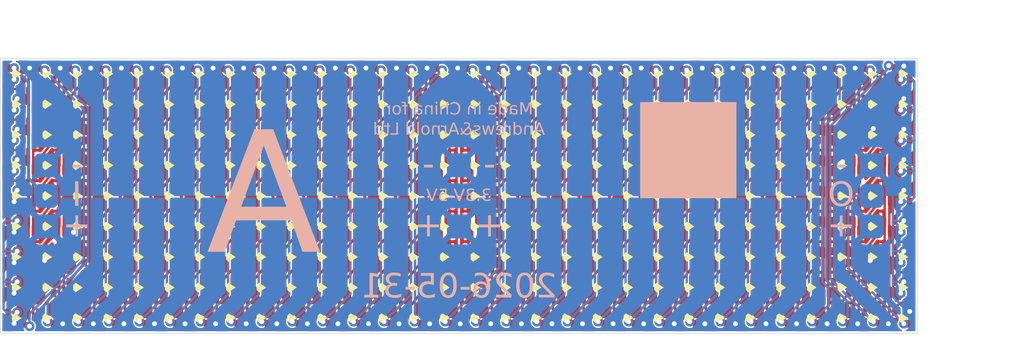
<source format=kicad_pcb>
(kicad_pcb (version 20241229) (generator "pcbnew") (generator_version "9.0")
  (title_block (title "30x9"))
  (layers (0 "F.Cu" signal) (2 "B.Cu" signal) (13 "F.Paste" user) (15 "B.Paste" user) (5 "F.SilkS" user "F.Silkscreen") (7 "B.SilkS" user "B.Silkscreen") (1 "F.Mask" user) (3 "B.Mask" user) (25 "Edge.Cuts" user))
  (property "NAME1" "Name1")
  (property "NAME2" "Name2")
  (net 0 "")
  (net 1 "VCC")
  (net 2 "GND")
  (net 3 "Net-(D1-O)")
  (net 4 "Net-(D10-I)")
  (net 5 "Net-(D1-I)")
  (net 6 "Net-(D2-O)")
  (net 7 "Net-(D3-O)")
  (net 8 "Net-(D4-O)")
  (net 9 "Net-(D5-O)")
  (net 10 "Net-(D6-O)")
  (net 11 "Net-(D7-O)")
  (net 12 "Net-(D8-O)")
  (net 13 "Net-(D10-O)")
  (net 14 "Net-(D11-O)")
  (net 15 "Net-(D12-O)")
  (net 16 "Net-(D13-O)")
  (net 17 "Net-(D14-O)")
  (net 18 "Net-(D15-O)")
  (net 19 "Net-(D16-O)")
  (net 20 "Net-(D17-O)")
  (net 21 "Net-(D18-O)")
  (net 22 "Net-(D19-O)")
  (net 23 "Net-(D20-O)")
  (net 24 "Net-(D21-O)")
  (net 25 "Net-(D22-O)")
  (net 26 "Net-(D23-O)")
  (net 27 "Net-(D24-O)")
  (net 28 "Net-(D25-O)")
  (net 29 "Net-(D26-O)")
  (net 30 "Net-(D27-O)")
  (net 31 "Net-(D28-O)")
  (net 32 "Net-(D29-O)")
  (net 33 "Net-(D30-O)")
  (net 34 "Net-(D31-O)")
  (net 35 "Net-(D32-O)")
  (net 36 "Net-(D33-O)")
  (net 37 "Net-(D34-O)")
  (net 38 "Net-(D35-O)")
  (net 39 "Net-(D36-O)")
  (net 40 "Net-(D37-O)")
  (net 41 "Net-(D38-O)")
  (net 42 "Net-(D39-O)")
  (net 43 "Net-(D40-O)")
  (net 44 "Net-(D41-O)")
  (net 45 "Net-(D42-O)")
  (net 46 "Net-(D43-O)")
  (net 47 "Net-(D44-O)")
  (net 48 "Net-(D45-O)")
  (net 49 "Net-(D46-O)")
  (net 50 "Net-(D47-O)")
  (net 51 "Net-(D48-O)")
  (net 52 "Net-(D49-O)")
  (net 53 "Net-(D50-O)")
  (net 54 "Net-(D51-O)")
  (net 55 "Net-(D52-O)")
  (net 56 "Net-(D53-O)")
  (net 57 "Net-(D54-O)")
  (net 58 "Net-(D55-O)")
  (net 59 "Net-(D56-O)")
  (net 60 "Net-(D57-O)")
  (net 61 "Net-(D58-O)")
  (net 62 "Net-(D59-O)")
  (net 63 "Net-(D60-O)")
  (net 64 "Net-(D61-O)")
  (net 65 "Net-(D62-O)")
  (net 66 "Net-(D63-O)")
  (net 67 "Net-(D64-O)")
  (net 68 "Net-(D65-O)")
  (net 69 "Net-(D66-O)")
  (net 70 "Net-(D67-O)")
  (net 71 "Net-(D68-O)")
  (net 72 "Net-(D69-O)")
  (net 73 "Net-(D70-O)")
  (net 74 "Net-(D71-O)")
  (net 75 "Net-(D72-O)")
  (net 76 "Net-(D73-O)")
  (net 77 "Net-(D74-O)")
  (net 78 "Net-(D75-O)")
  (net 79 "Net-(D76-O)")
  (net 80 "Net-(D77-O)")
  (net 81 "Net-(D78-O)")
  (net 82 "Net-(D79-O)")
  (net 83 "Net-(D80-O)")
  (net 84 "Net-(D81-O)")
  (net 85 "Net-(D82-O)")
  (net 86 "Net-(D83-O)")
  (net 87 "Net-(D84-O)")
  (net 88 "Net-(D85-O)")
  (net 89 "Net-(D86-O)")
  (net 90 "Net-(D87-O)")
  (net 91 "Net-(D88-O)")
  (net 92 "Net-(D89-O)")
  (net 93 "Net-(D90-O)")
  (net 94 "Net-(D91-O)")
  (net 95 "Net-(D92-O)")
  (net 96 "Net-(D93-O)")
  (net 97 "Net-(D94-O)")
  (net 98 "Net-(D95-O)")
  (net 99 "Net-(D96-O)")
  (net 100 "Net-(D97-O)")
  (net 101 "Net-(D98-O)")
  (net 102 "Net-(D100-I)")
  (net 103 "Net-(D100-O)")
  (net 104 "Net-(D101-O)")
  (net 105 "Net-(D102-O)")
  (net 106 "Net-(D103-O)")
  (net 107 "Net-(D104-O)")
  (net 108 "Net-(D105-O)")
  (net 109 "Net-(D106-O)")
  (net 110 "Net-(D107-O)")
  (net 111 "Net-(D108-O)")
  (net 112 "Net-(D109-O)")
  (net 113 "Net-(D110-O)")
  (net 114 "Net-(D111-O)")
  (net 115 "Net-(D112-O)")
  (net 116 "Net-(D113-O)")
  (net 117 "Net-(D114-O)")
  (net 118 "Net-(D115-O)")
  (net 119 "Net-(D116-O)")
  (net 120 "Net-(D117-O)")
  (net 121 "Net-(D118-O)")
  (net 122 "Net-(D119-O)")
  (net 123 "Net-(D120-O)")
  (net 124 "Net-(D121-O)")
  (net 125 "Net-(D122-O)")
  (net 126 "Net-(D123-O)")
  (net 127 "Net-(D124-O)")
  (net 128 "Net-(D125-O)")
  (net 129 "Net-(D126-O)")
  (net 130 "Net-(D127-O)")
  (net 131 "Net-(D128-O)")
  (net 132 "Net-(D129-O)")
  (net 133 "Net-(D130-O)")
  (net 134 "Net-(D131-O)")
  (net 135 "Net-(D132-O)")
  (net 136 "Net-(D133-O)")
  (net 137 "Net-(D134-O)")
  (net 138 "Net-(D135-O)")
  (net 139 "Net-(D136-O)")
  (net 140 "Net-(D137-O)")
  (net 141 "Net-(D138-O)")
  (net 142 "Net-(D139-O)")
  (net 143 "Net-(D140-O)")
  (net 144 "Net-(D141-O)")
  (net 145 "Net-(D142-O)")
  (net 146 "Net-(D143-O)")
  (net 147 "Net-(D144-O)")
  (net 148 "Net-(D145-O)")
  (net 149 "Net-(D146-O)")
  (net 150 "Net-(D147-O)")
  (net 151 "Net-(D148-O)")
  (net 152 "Net-(D149-O)")
  (net 153 "Net-(D150-O)")
  (net 154 "Net-(D151-O)")
  (net 155 "Net-(D152-O)")
  (net 156 "Net-(D153-O)")
  (net 157 "Net-(D154-O)")
  (net 158 "Net-(D155-O)")
  (net 159 "Net-(D156-O)")
  (net 160 "Net-(D157-O)")
  (net 161 "Net-(D158-O)")
  (net 162 "Net-(D159-O)")
  (net 163 "Net-(D160-O)")
  (net 164 "Net-(D161-O)")
  (net 165 "Net-(D162-O)")
  (net 166 "Net-(D163-O)")
  (net 167 "Net-(D164-O)")
  (net 168 "Net-(D165-O)")
  (net 169 "Net-(D166-O)")
  (net 170 "Net-(D167-O)")
  (net 171 "Net-(D168-O)")
  (net 172 "Net-(D169-O)")
  (net 173 "Net-(D170-O)")
  (net 174 "Net-(D171-O)")
  (net 175 "Net-(D172-O)")
  (net 176 "Net-(D173-O)")
  (net 177 "Net-(D174-O)")
  (net 178 "Net-(D175-O)")
  (net 179 "Net-(D176-O)")
  (net 180 "Net-(D177-O)")
  (net 181 "Net-(D178-O)")
  (net 182 "Net-(D179-O)")
  (net 183 "Net-(D180-O)")
  (net 184 "Net-(D181-O)")
  (net 185 "Net-(D182-O)")
  (net 186 "Net-(D183-O)")
  (net 187 "Net-(D184-O)")
  (net 188 "Net-(D185-O)")
  (net 189 "Net-(D186-O)")
  (net 190 "Net-(D187-O)")
  (net 191 "Net-(D188-O)")
  (net 192 "Net-(D189-O)")
  (net 193 "Net-(D190-O)")
  (net 194 "Net-(D191-O)")
  (net 195 "Net-(D192-O)")
  (net 196 "Net-(D193-O)")
  (net 197 "Net-(D194-O)")
  (net 198 "Net-(D195-O)")
  (net 199 "Net-(D196-O)")
  (net 200 "Net-(D197-O)")
  (net 201 "Net-(D198-O)")
  (net 202 "Net-(D199-O)")
  (net 203 "Net-(D200-O)")
  (net 204 "Net-(D201-O)")
  (net 205 "Net-(D202-O)")
  (net 206 "Net-(D203-O)")
  (net 207 "Net-(D204-O)")
  (net 208 "Net-(D205-O)")
  (net 209 "Net-(D206-O)")
  (net 210 "Net-(D207-O)")
  (net 211 "Net-(D208-O)")
  (net 212 "Net-(D209-O)")
  (net 213 "Net-(D210-O)")
  (net 214 "Net-(D211-O)")
  (net 215 "Net-(D212-O)")
  (net 216 "Net-(D213-O)")
  (net 217 "Net-(D214-O)")
  (net 218 "Net-(D215-O)")
  (net 219 "Net-(D216-O)")
  (net 220 "Net-(D217-O)")
  (net 221 "Net-(D218-O)")
  (net 222 "Net-(D219-O)")
  (net 223 "Net-(D220-O)")
  (net 224 "Net-(D221-O)")
  (net 225 "Net-(D222-O)")
  (net 226 "Net-(D223-O)")
  (net 227 "Net-(D224-O)")
  (net 228 "Net-(D225-O)")
  (net 229 "Net-(D226-O)")
  (net 230 "Net-(D227-O)")
  (net 231 "Net-(D228-O)")
  (net 232 "Net-(D229-O)")
  (net 233 "Net-(D230-O)")
  (net 234 "Net-(D231-O)")
  (net 235 "Net-(D232-O)")
  (net 236 "Net-(D233-O)")
  (net 237 "Net-(D234-O)")
  (net 238 "Net-(D235-O)")
  (net 239 "Net-(D236-O)")
  (net 240 "Net-(D237-O)")
  (net 241 "Net-(D238-O)")
  (net 242 "Net-(D239-O)")
  (net 243 "Net-(D240-O)")
  (net 244 "Net-(D241-O)")
  (net 245 "Net-(D242-O)")
  (net 246 "Net-(D243-O)")
  (net 247 "Net-(D244-O)")
  (net 248 "Net-(D245-O)")
  (net 249 "Net-(D246-O)")
  (net 250 "Net-(D247-O)")
  (net 251 "Net-(D248-O)")
  (net 252 "Net-(D249-O)")
  (net 253 "Net-(D250-O)")
  (net 254 "Net-(D251-O)")
  (net 255 "Net-(D252-O)")
  (net 256 "Net-(D253-O)")
  (net 257 "Net-(D254-O)")
  (net 258 "Net-(D255-O)")
  (net 259 "Net-(D256-O)")
  (net 260 "Net-(D257-O)")
  (net 261 "Net-(D258-O)")
  (net 262 "Net-(D259-O)")
  (net 263 "Net-(D260-O)")
  (net 264 "Net-(D261-O)")
  (net 265 "Net-(D262-O)")
  (net 266 "Net-(D263-O)")
  (net 267 "Net-(D264-O)")
  (net 268 "Net-(D265-O)")
  (net 269 "Net-(D266-O)")
  (net 270 "Net-(D267-O)")
  (net 271 "Net-(D268-O)")
  (net 272 "Net-(D269-O)")
  (net 273 "Net-(D270-O)")
  (footprint "RevK:SMD1615" (layer "F.Cu") (at 149.86 91.44 180)
    (property "Reference" "D195" (hide yes))
    (property "Value" "XL-1010RGBC-WS2812B" (hide yes))
  )
  (footprint "RevK:C_0201" (layer "F.Cu") (at 118.11 82.55)
    (property "Reference" "C74" (hide yes))
    (property "Value" "100nF")
  )
  (footprint "RevK:C_0201" (layer "F.Cu") (at 158.75 85.09)
    (property "Reference" "C219" (hide yes))
    (property "Value" "100nF")
  )
  (footprint "RevK:C_0201" (layer "F.Cu") (at 143.51 92.71)
    (property "Reference" "C168" (hide yes))
    (property "Value" "100nF")
  )
  (footprint "RevK:C_0201" (layer "F.Cu") (at 120.65 95.25)
    (property "Reference" "C88" (hide yes))
    (property "Value" "100nF")
  )
  (footprint "RevK:C_0201" (layer "F.Cu") (at 102.87 95.25)
    (property "Reference" "C25" (hide yes))
    (property "Value" "100nF")
  )
  (footprint "RevK:C_0201" (layer "F.Cu") (at 107.95 92.71)
    (property "Reference" "C42" (hide yes))
    (property "Value" "100nF")
  )
  (footprint "RevK:SMD1615" (layer "F.Cu") (at 106.68 86.36 180)
    (property "Reference" "D40" (hide yes))
    (property "Value" "XL-1010RGBC-WS2812B" (hide yes))
  )
  (footprint "RevK:SMD1615" (layer "F.Cu") (at 109.22 78.74 180)
    (property "Reference" "D46" (hide yes))
    (property "Value" "XL-1010RGBC-WS2812B" (hide yes))
  )
  (footprint "RevK:SMD1615" (layer "F.Cu") (at 160.02 91.44 180)
    (property "Reference" "D231" (hide yes))
    (property "Value" "XL-1010RGBC-WS2812B" (hide yes))
  )
  (footprint "RevK:C_0201" (layer "F.Cu") (at 118.11 97.79)
    (property "Reference" "C80" (hide yes))
    (property "Value" "100nF")
  )
  (footprint "RevK:C_0201" (layer "F.Cu") (at 166.37 82.55)
    (property "Reference" "C245" (hide yes))
    (property "Value" "100nF")
  )
  (footprint "RevK:C_0201" (layer "F.Cu") (at 138.43 95.25)
    (property "Reference" "C151" (hide yes))
    (property "Value" "100nF")
  )
  (footprint "RevK:SMD1615" (layer "F.Cu") (at 162.56 96.52 180)
    (property "Reference" "D242" (hide yes))
    (property "Value" "XL-1010RGBC-WS2812B" (hide yes))
  )
  (footprint "RevK:C_0201" (layer "F.Cu") (at 115.57 87.63)
    (property "Reference" "C67" (hide yes))
    (property "Value" "100nF")
  )
  (footprint "RevK:C_0201" (layer "F.Cu") (at 128.27 90.17)
    (property "Reference" "C113" (hide yes))
    (property "Value" "100nF")
  )
  (footprint "RevK:SMD1615" (layer "F.Cu") (at 142.24 93.98 180)
    (property "Reference" "D169" (hide yes))
    (property "Value" "XL-1010RGBC-WS2812B" (hide yes))
  )
  (footprint "RevK:SMD1615" (layer "F.Cu") (at 154.94 91.44 180)
    (property "Reference" "D213" (hide yes))
    (property "Value" "XL-1010RGBC-WS2812B" (hide yes))
  )
  (footprint "RevK:C_0201" (layer "F.Cu") (at 148.59 85.09)
    (property "Reference" "C183" (hide yes))
    (property "Value" "100nF")
  )
  (footprint "RevK:C_0201" (layer "F.Cu") (at 146.05 97.79)
    (property "Reference" "C179" (hide yes))
    (property "Value" "100nF")
  )
  (footprint "RevK:C_0201" (layer "F.Cu") (at 110.49 95.25)
    (property "Reference" "C52" (hide yes))
    (property "Value" "100nF")
  )
  (footprint "RevK:C_0201" (layer "F.Cu") (at 118.11 80.01)
    (property "Reference" "C73" (hide yes))
    (property "Value" "100nF")
  )
  (footprint "RevK:C_0201" (layer "F.Cu") (at 97.79 97.79)
    (property "Reference" "C8" (hide yes))
    (property "Value" "100nF")
  )
  (footprint "RevK:C_0201" (layer "F.Cu") (at 110.49 82.55)
    (property "Reference" "C47" (hide yes))
    (property "Value" "100nF")
  )
  (footprint "RevK:C_0201" (layer "F.Cu") (at 143.51 82.55)
    (property "Reference" "C164" (hide yes))
    (property "Value" "100nF")
  )
  (footprint "RevK:C_0201" (layer "F.Cu") (at 168.91 85.09)
    (property "Reference" "C255" (hide yes))
    (property "Value" "100nF")
  )
  (footprint "RevK:SMD1615" (layer "F.Cu") (at 114.3 81.28 180)
    (property "Reference" "D65" (hide yes))
    (property "Value" "XL-1010RGBC-WS2812B" (hide yes))
  )
  (footprint "RevK:C_0201" (layer "F.Cu") (at 123.19 97.79)
    (property "Reference" "C98" (hide yes))
    (property "Value" "100nF")
  )
  (footprint "RevK:SMD1615" (layer "F.Cu") (at 139.7 96.52 180)
    (property "Reference" "D161" (hide yes))
    (property "Value" "XL-1010RGBC-WS2812B" (hide yes))
  )
  (footprint "RevK:SMD1615" (layer "F.Cu") (at 162.56 88.9 180)
    (property "Reference" "D239" (hide yes))
    (property "Value" "XL-1010RGBC-WS2812B" (hide yes))
  )
  (footprint "RevK:SMD1615" (layer "F.Cu") (at 152.4 78.74 180)
    (property "Reference" "D199" (hide yes))
    (property "Value" "XL-1010RGBC-WS2812B" (hide yes))
  )
  (footprint "RevK:C_0201" (layer "F.Cu") (at 133.35 90.17)
    (property "Reference" "C131" (hide yes))
    (property "Value" "100nF")
  )
  (footprint "RevK:SMD1615" (layer "F.Cu") (at 147.32 83.82 180)
    (property "Reference" "D183" (hide yes))
    (property "Value" "XL-1010RGBC-WS2812B" (hide yes))
  )
  (footprint "RevK:SMD1615" (layer "F.Cu") (at 111.76 88.9 180)
    (property "Reference" "D59" (hide yes))
    (property "Value" "XL-1010RGBC-WS2812B" (hide yes))
  )
  (footprint "RevK:C_0201" (layer "F.Cu") (at 107.95 95.25)
    (property "Reference" "C43" (hide yes))
    (property "Value" "100nF")
  )
  (footprint "RevK:SMD1615" (layer "F.Cu") (at 127 88.9 180)
    (property "Reference" "D113" (hide yes))
    (property "Value" "XL-1010RGBC-WS2812B" (hide yes))
  )
  (footprint "RevK:SMD1615" (layer "F.Cu") (at 132.08 78.74 180)
    (property "Reference" "D127" (hide yes))
    (property "Value" "XL-1010RGBC-WS2812B" (hide yes))
  )
  (footprint "RevK:SMD1615" (layer "F.Cu") (at 167.64 88.9 180)
    (property "Reference" "D257" (hide yes))
    (property "Value" "XL-1010RGBC-WS2812B" (hide yes))
  )
  (footprint "RevK:SMD1615" (layer "F.Cu") (at 142.24 99.06 180)
    (property "Reference" "D171" (hide yes))
    (property "Value" "XL-1010RGBC-WS2812B" (hide yes))
  )
  (footprint "RevK:C_0201" (layer "F.Cu") (at 151.13 87.63)
    (property "Reference" "C193" (hide yes))
    (property "Value" "100nF")
  )
  (footprint "RevK:SMD1615" (layer "F.Cu") (at 99.06 91.44 180)
    (property "Reference" "D15" (hide yes))
    (property "Value" "XL-1010RGBC-WS2812B" (hide yes))
  )
  (footprint "RevK:SMD1615" (layer "F.Cu") (at 139.7 91.44 180)
    (property "Reference" "D159" (hide yes))
    (property "Value" "XL-1010RGBC-WS2812B" (hide yes))
  )
  (footprint "RevK:SMD1615" (layer "F.Cu") (at 101.6 83.82 180)
    (property "Reference" "D21" (hide yes))
    (property "Value" "XL-1010RGBC-WS2812B" (hide yes))
  )
  (footprint "RevK:SMD1615" (layer "F.Cu") (at 137.16 86.36 180)
    (property "Reference" "D148" (hide yes))
    (property "Value" "XL-1010RGBC-WS2812B" (hide yes))
  )
  (footprint "RevK:SMD1615" (layer "F.Cu") (at 152.4 86.36 180)
    (property "Reference" "D202" (hide yes))
    (property "Value" "XL-1010RGBC-WS2812B" (hide yes))
  )
  (footprint "RevK:C_0201" (layer "F.Cu") (at 105.41 90.17)
    (property "Reference" "C32" (hide yes))
    (property "Value" "100nF")
  )
  (footprint "RevK:SMD1615" (layer "F.Cu") (at 137.16 88.9 180)
    (property "Reference" "D149" (hide yes))
    (property "Value" "XL-1010RGBC-WS2812B" (hide yes))
  )
  (footprint "RevK:C_0201" (layer "F.Cu") (at 100.33 90.17)
    (property "Reference" "C14" (hide yes))
    (property "Value" "100nF")
  )
  (footprint "RevK:C_0201" (layer "F.Cu") (at 166.37 95.25)
    (property "Reference" "C250" (hide yes))
    (property "Value" "100nF")
  )
  (footprint "RevK:SMD1615" (layer "F.Cu") (at 139.7 93.98 180)
    (property "Reference" "D160" (hide yes))
    (property "Value" "XL-1010RGBC-WS2812B" (hide yes))
  )
  (footprint "RevK:SMD1615" (layer "F.Cu") (at 129.54 86.36 180)
    (property "Reference" "D121" (hide yes))
    (property "Value" "XL-1010RGBC-WS2812B" (hide yes))
  )
  (footprint "RevK:C_0201" (layer "F.Cu") (at 118.11 90.17)
    (property "Reference" "C77" (hide yes))
    (property "Value" "100nF")
  )
  (footprint "RevK:SMD1615" (layer "F.Cu") (at 157.48 83.82 180)
    (property "Reference" "D219" (hide yes))
    (property "Value" "XL-1010RGBC-WS2812B" (hide yes))
  )
  (footprint "RevK:SMD1615" (layer "F.Cu") (at 114.3 83.82 180)
    (property "Reference" "D66" (hide yes))
    (property "Value" "XL-1010RGBC-WS2812B" (hide yes))
  )
  (footprint "RevK:C_0201" (layer "F.Cu") (at 151.13 85.09)
    (property "Reference" "C192" (hide yes))
    (property "Value" "100nF")
  )
  (footprint "RevK:SMD1615" (layer "F.Cu") (at 162.56 99.06 180)
    (property "Reference" "D243" (hide yes))
    (property "Value" "XL-1010RGBC-WS2812B" (hide yes))
  )
  (footprint "RevK:SMD1615" (layer "F.Cu") (at 147.32 78.74 180)
    (property "Reference" "D181" (hide yes))
    (property "Value" "XL-1010RGBC-WS2812B" (hide yes))
  )
  (footprint "RevK:SMD1615" (layer "F.Cu") (at 170.18 88.9 180)
    (property "Reference" "D266" (hide yes))
    (property "Value" "XL-1010RGBC-WS2812B" (hide yes))
  )
  (footprint "RevK:SMD1615" (layer "F.Cu") (at 139.7 88.9 180)
    (property "Reference" "D158" (hide yes))
    (property "Value" "XL-1010RGBC-WS2812B" (hide yes))
  )
  (footprint "RevK:SMD1615" (layer "F.Cu") (at 109.22 91.44 180)
    (property "Reference" "D51" (hide yes))
    (property "Value" "XL-1010RGBC-WS2812B" (hide yes))
  )
  (footprint "RevK:C_0201" (layer "F.Cu") (at 105.41 82.55)
    (property "Reference" "C29" (hide yes))
    (property "Value" "100nF")
  )
  (footprint "RevK:C_0201" (layer "F.Cu") (at 115.57 95.25)
    (property "Reference" "C70" (hide yes))
    (property "Value" "100nF")
  )
  (footprint "RevK:SMD1615" (layer "F.Cu") (at 124.46 96.52 180)
    (property "Reference" "D107" (hide yes))
    (property "Value" "XL-1010RGBC-WS2812B" (hide yes))
  )
  (footprint "RevK:SMD1615" (layer "F.Cu") (at 109.22 86.36 180)
    (property "Reference" "D49" (hide yes))
    (property "Value" "XL-1010RGBC-WS2812B" (hide yes))
  )
  (footprint "RevK:SMD1615" (layer "F.Cu") (at 154.94 86.36 180)
    (property "Reference" "D211" (hide yes))
    (property "Value" "XL-1010RGBC-WS2812B" (hide yes))
  )
  (footprint "RevK:SMD1615" (layer "F.Cu") (at 114.3 93.98 180)
    (property "Reference" "D70" (hide yes))
    (property "Value" "XL-1010RGBC-WS2812B" (hide yes))
  )
  (footprint "RevK:SMD1615" (layer "F.Cu") (at 119.38 86.36 180)
    (property "Reference" "D85" (hide yes))
    (property "Value" "XL-1010RGBC-WS2812B" (hide yes))
  )
  (footprint "RevK:C_0201" (layer "F.Cu") (at 120.65 80.01)
    (property "Reference" "C82" (hide yes))
    (property "Value" "100nF")
  )
  (footprint "RevK:C_0201" (layer "F.Cu") (at 133.35 92.71)
    (property "Reference" "C132" (hide yes))
    (property "Value" "100nF")
  )
  (footprint "RevK:SMD1615" (layer "F.Cu") (at 116.84 99.06 180)
    (property "Reference" "D81" (hide yes))
    (property "Value" "XL-1010RGBC-WS2812B" (hide yes))
  )
  (footprint "RevK:SMD1615" (layer "F.Cu") (at 139.7 86.36 180)
    (property "Reference" "D157" (hide yes))
    (property "Value" "XL-1010RGBC-WS2812B" (hide yes))
  )
  (footprint "RevK:C_0201" (layer "F.Cu") (at 135.89 95.25)
    (property "Reference" "C142" (hide yes))
    (property "Value" "100nF")
  )
  (footprint "RevK:SMD1615" (layer "F.Cu") (at 101.6 93.98 180)
    (property "Reference" "D25" (hide yes))
    (property "Value" "XL-1010RGBC-WS2812B" (hide yes))
  )
  (footprint "RevK:SMD1615" (layer "F.Cu") (at 144.78 81.28 180)
    (property "Reference" "D173" (hide yes))
    (property "Value" "XL-1010RGBC-WS2812B" (hide yes))
  )
  (footprint "RevK:C_0201" (layer "F.Cu") (at 110.49 85.09)
    (property "Reference" "C48" (hide yes))
    (property "Value" "100nF")
  )
  (footprint "RevK:C_0201" (layer "F.Cu") (at 143.51 87.63)
    (property "Reference" "C166" (hide yes))
    (property "Value" "100nF")
  )
  (footprint "RevK:C_0201" (layer "F.Cu") (at 133.35 95.25)
    (property "Reference" "C133" (hide yes))
    (property "Value" "100nF")
  )
  (footprint "RevK:C_0201" (layer "F.Cu") (at 115.57 90.17)
    (property "Reference" "C68" (hide yes))
    (property "Value" "100nF")
  )
  (footprint "RevK:SMD1615" (layer "F.Cu") (at 160.02 81.28 180)
    (property "Reference" "D227" (hide yes))
    (property "Value" "XL-1010RGBC-WS2812B" (hide yes))
  )
  (footprint "RevK:SMD1615" (layer "F.Cu") (at 96.52 83.82 180)
    (property "Reference" "D3" (hide yes))
    (property "Value" "XL-1010RGBC-WS2812B" (hide yes))
  )
  (footprint "RevK:C_0201" (layer "F.Cu") (at 100.33 85.09)
    (property "Reference" "C12" (hide yes))
    (property "Value" "100nF")
  )
  (footprint "RevK:SMD1615" (layer "F.Cu") (at 167.64 83.82 180)
    (property "Reference" "D255" (hide yes))
    (property "Value" "XL-1010RGBC-WS2812B" (hide yes))
  )
  (footprint "RevK:C_0201" (layer "F.Cu") (at 138.43 85.09)
    (property "Reference" "C147" (hide yes))
    (property "Value" "100nF")
  )
  (footprint "RevK:SMD1615" (layer "F.Cu") (at 134.62 91.44 180)
    (property "Reference" "D141" (hide yes))
    (property "Value" "XL-1010RGBC-WS2812B" (hide yes))
  )
  (footprint "RevK:SMD1615" (layer "F.Cu") (at 99.06 78.74 180)
    (property "Reference" "D10" (hide yes))
    (property "Value" "XL-1010RGBC-WS2812B" (hide yes))
  )
  (footprint "RevK:C_0201" (layer "F.Cu") (at 123.19 87.63)
    (property "Reference" "C94" (hide yes))
    (property "Value" "100nF")
  )
  (footprint "RevK:SMD1615" (layer "F.Cu") (at 147.32 88.9 180)
    (property "Reference" "D185" (hide yes))
    (property "Value" "XL-1010RGBC-WS2812B" (hide yes))
  )
  (footprint "RevK:C_0201" (layer "F.Cu") (at 140.97 97.79)
    (property "Reference" "C161" (hide yes))
    (property "Value" "100nF")
  )
  (footprint "RevK:SMD1615" (layer "F.Cu") (at 144.78 99.06 180)
    (property "Reference" "D180" (hide yes))
    (property "Value" "XL-1010RGBC-WS2812B" (hide yes))
  )
  (footprint "RevK:C_0201" (layer "F.Cu") (at 128.27 80.01)
    (property "Reference" "C109" (hide yes))
    (property "Value" "100nF")
  )
  (footprint "RevK:SMD1615" (layer "F.Cu") (at 109.22 99.06 180)
    (property "Reference" "D54" (hide yes))
    (property "Value" "XL-1010RGBC-WS2812B" (hide yes))
  )
  (footprint "RevK:SMD1615" (layer "F.Cu") (at 144.78 93.98 180)
    (property "Reference" "D178" (hide yes))
    (property "Value" "XL-1010RGBC-WS2812B" (hide yes))
  )
  (footprint "RevK:C_0201" (layer "F.Cu") (at 146.05 95.25)
    (property "Reference" "C178" (hide yes))
    (property "Value" "100nF")
  )
  (footprint "RevK:C_0201" (layer "F.Cu") (at 133.35 87.63)
    (property "Reference" "C130" (hide yes))
    (property "Value" "100nF")
  )
  (footprint "RevK:SMD1615" (layer "F.Cu") (at 157.48 91.44 180)
    (property "Reference" "D222" (hide yes))
    (property "Value" "XL-1010RGBC-WS2812B" (hide yes))
  )
  (footprint "RevK:SMD1615" (layer "F.Cu") (at 99.06 99.06 180)
    (property "Reference" "D18" (hide yes))
    (property "Value" "XL-1010RGBC-WS2812B" (hide yes))
  )
  (footprint "RevK:SMD1615" (layer "F.Cu") (at 99.06 83.82 180)
    (property "Reference" "D12" (hide yes))
    (property "Value" "XL-1010RGBC-WS2812B" (hide yes))
  )
  (footprint "RevK:C_0201" (layer "F.Cu") (at 143.51 97.79)
    (property "Reference" "C170" (hide yes))
    (property "Value" "100nF")
  )
  (footprint "RevK:SMD1615" (layer "F.Cu") (at 162.56 78.74 180)
    (property "Reference" "D235" (hide yes))
    (property "Value" "XL-1010RGBC-WS2812B" (hide yes))
  )
  (footprint "RevK:SMD1615" (layer "F.Cu") (at 116.84 86.36 180)
    (property "Reference" "D76" (hide yes))
    (property "Value" "XL-1010RGBC-WS2812B" (hide yes))
  )
  (footprint "RevK:SMD1615" (layer "F.Cu") (at 106.68 93.98 180)
    (property "Reference" "D43" (hide yes))
    (property "Value" "XL-1010RGBC-WS2812B" (hide yes))
  )
  (footprint "RevK:SMD1615" (layer "F.Cu") (at 160.02 78.74 180)
    (property "Reference" "D226" (hide yes))
    (property "Value" "XL-1010RGBC-WS2812B" (hide yes))
  )
  (footprint "RevK:C_0201" (layer "F.Cu") (at 115.57 80.01)
    (property "Reference" "C64" (hide yes))
    (property "Value" "100nF")
  )
  (footprint "RevK:C_0201" (layer "F.Cu") (at 113.03 97.79)
    (property "Reference" "C62" (hide yes))
    (property "Value" "100nF")
  )
  (footprint "RevK:C_0201" (layer "F.Cu") (at 161.29 80.01)
    (property "Reference" "C226" (hide yes))
    (property "Value" "100nF")
  )
  (footprint "RevK:SMD1615" (layer "F.Cu") (at 167.64 96.52 180)
    (property "Reference" "D260" (hide yes))
    (property "Value" "XL-1010RGBC-WS2812B" (hide yes))
  )
  (footprint "RevK:C_0201" (layer "F.Cu") (at 107.95 97.79)
    (property "Reference" "C44" (hide yes))
    (property "Value" "100nF")
  )
  (footprint "RevK:C_0201" (layer "F.Cu") (at 140.97 82.55)
    (property "Reference" "C155" (hide yes))
    (property "Value" "100nF")
  )
  (footprint "RevK:SMD1615" (layer "F.Cu") (at 134.62 83.82 180)
    (property "Reference" "D138" (hide yes))
    (property "Value" "XL-1010RGBC-WS2812B" (hide yes))
  )
  (footprint "RevK:SMD1615" (layer "F.Cu") (at 121.92 81.28 180)
    (property "Reference" "D92" (hide yes))
    (property "Value" "XL-1010RGBC-WS2812B" (hide yes))
  )
  (footprint "RevK:SMD1615" (layer "F.Cu") (at 152.4 81.28 180)
    (property "Reference" "D200" (hide yes))
    (property "Value" "XL-1010RGBC-WS2812B" (hide yes))
  )
  (footprint "RevK:C_0201" (layer "F.Cu") (at 146.05 85.09)
    (property "Reference" "C174" (hide yes))
    (property "Value" "100nF")
  )
  (footprint "RevK:SMD1615" (layer "F.Cu") (at 162.56 91.44 180)
    (property "Reference" "D240" (hide yes))
    (property "Value" "XL-1010RGBC-WS2812B" (hide yes))
  )
  (footprint "RevK:C_0201" (layer "F.Cu") (at 135.89 85.09)
    (property "Reference" "C138" (hide yes))
    (property "Value" "100nF")
  )
  (footprint "RevK:SMD1615" (layer "F.Cu") (at 167.64 91.44 180)
    (property "Reference" "D258" (hide yes))
    (property "Value" "XL-1010RGBC-WS2812B" (hide yes))
  )
  (footprint "RevK:C_0201" (layer "F.Cu") (at 105.41 80.01)
    (property "Reference" "C28" (hide yes))
    (property "Value" "100nF")
  )
  (footprint "RevK:SMD1615" (layer "F.Cu") (at 152.4 93.98 180)
    (property "Reference" "D205" (hide yes))
    (property "Value" "XL-1010RGBC-WS2812B" (hide yes))
  )
  (footprint "RevK:C_0201" (layer "F.Cu") (at 133.35 85.09)
    (property "Reference" "C129" (hide yes))
    (property "Value" "100nF")
  )
  (footprint "RevK:C_0201" (layer "F.Cu") (at 123.19 80.01)
    (property "Reference" "C91" (hide yes))
    (property "Value" "100nF")
  )
  (footprint "RevK:C_0201" (layer "F.Cu") (at 123.19 90.17)
    (property "Reference" "C95" (hide yes))
    (property "Value" "100nF")
  )
  (footprint "RevK:SMD1615" (layer "F.Cu") (at 165.1 78.74 180)
    (property "Reference" "D244" (hide yes))
    (property "Value" "XL-1010RGBC-WS2812B" (hide yes))
  )
  (footprint "RevK:C_0201" (layer "F.Cu") (at 163.83 87.63)
    (property "Reference" "C238" (hide yes))
    (property "Value" "100nF")
  )
  (footprint "RevK:SMD1615" (layer "F.Cu") (at 170.18 99.06 180)
    (property "Reference" "D270" (hide yes))
    (property "Value" "XL-1010RGBC-WS2812B" (hide yes))
  )
  (footprint "RevK:SMD1615" (layer "F.Cu") (at 111.76 93.98 180)
    (property "Reference" "D61" (hide yes))
    (property "Value" "XL-1010RGBC-WS2812B" (hide yes))
  )
  (footprint "RevK:SMD1615" (layer "F.Cu") (at 170.18 83.82 180)
    (property "Reference" "D264" (hide yes))
    (property "Value" "XL-1010RGBC-WS2812B" (hide yes))
  )
  (footprint "RevK:SMD1615" (layer "F.Cu") (at 124.46 88.9 180)
    (property "Reference" "D104" (hide yes))
    (property "Value" "XL-1010RGBC-WS2812B" (hide yes))
  )
  (footprint "RevK:C_0201" (layer "F.Cu") (at 97.79 85.09)
    (property "Reference" "C3" (hide yes))
    (property "Value" "100nF")
  )
  (footprint "RevK:C_0201" (layer "F.Cu") (at 130.81 92.71)
    (property "Reference" "C123" (hide yes))
    (property "Value" "100nF")
  )
  (footprint "RevK:C_0201" (layer "F.Cu") (at 151.13 92.71)
    (property "Reference" "C195" (hide yes))
    (property "Value" "100nF")
  )
  (footprint "RevK:SMD1615" (layer "F.Cu") (at 129.54 81.28 180)
    (property "Reference" "D119" (hide yes))
    (property "Value" "XL-1010RGBC-WS2812B" (hide yes))
  )
  (footprint "RevK:SMD1615" (layer "F.Cu") (at 142.24 96.52 180)
    (property "Reference" "D170" (hide yes))
    (property "Value" "XL-1010RGBC-WS2812B" (hide yes))
  )
  (footprint "RevK:SMD1615" (layer "F.Cu") (at 129.54 78.74 180)
    (property "Reference" "D118" (hide yes))
    (property "Value" "XL-1010RGBC-WS2812B" (hide yes))
  )
  (footprint "RevK:SMD1615" (layer "F.Cu") (at 149.86 81.28 180)
    (property "Reference" "D191" (hide yes))
    (property "Value" "XL-1010RGBC-WS2812B" (hide yes))
  )
  (footprint "RevK:SMD1615" (layer "F.Cu") (at 142.24 81.28 180)
    (property "Reference" "D164" (hide yes))
    (property "Value" "XL-1010RGBC-WS2812B" (hide yes))
  )
  (footprint "RevK:SMD1615" (layer "F.Cu") (at 142.24 86.36 180)
    (property "Reference" "D166" (hide yes))
    (property "Value" "XL-1010RGBC-WS2812B" (hide yes))
  )
  (footprint "RevK:SMD1615" (layer "F.Cu") (at 152.4 99.06 180)
    (property "Reference" "D207" (hide yes))
    (property "Value" "XL-1010RGBC-WS2812B" (hide yes))
  )
  (footprint "RevK:SMD1615" (layer "F.Cu") (at 101.6 99.06 180)
    (property "Reference" "D27" (hide yes))
    (property "Value" "XL-1010RGBC-WS2812B" (hide yes))
  )
  (footprint "RevK:C_0201" (layer "F.Cu") (at 151.13 95.25)
    (property "Reference" "C196" (hide yes))
    (property "Value" "100nF")
  )
  (footprint "RevK:SMD1615" (layer "F.Cu") (at 99.06 96.52 180)
    (property "Reference" "D17" (hide yes))
    (property "Value" "XL-1010RGBC-WS2812B" (hide yes))
  )
  (footprint "RevK:C_0201" (layer "F.Cu") (at 130.81 82.55)
    (property "Reference" "C119" (hide yes))
    (property "Value" "100nF")
  )
  (footprint "RevK:SMD1615" (layer "F.Cu") (at 157.48 81.28 180)
    (property "Reference" "D218" (hide yes))
    (property "Value" "XL-1010RGBC-WS2812B" (hide yes))
  )
  (footprint "RevK:C_0201" (layer "F.Cu") (at 100.33 95.25)
    (property "Reference" "C16" (hide yes))
    (property "Value" "100nF")
  )
  (footprint "RevK:SMD1615" (layer "F.Cu") (at 127 99.06 180)
    (property "Reference" "D117" (hide yes))
    (property "Value" "XL-1010RGBC-WS2812B" (hide yes))
  )
  (footprint "RevK:C_0201" (layer "F.Cu") (at 146.05 80.01)
    (property "Reference" "C172" (hide yes))
    (property "Value" "100nF")
  )
  (footprint "RevK:SMD1615" (layer "F.Cu") (at 137.16 93.98 180)
    (property "Reference" "D151" (hide yes))
    (property "Value" "XL-1010RGBC-WS2812B" (hide yes))
  )
  (footprint "RevK:SMD1615" (layer "F.Cu") (at 154.94 99.06 180)
    (property "Reference" "D216" (hide yes))
    (property "Value" "XL-1010RGBC-WS2812B" (hide yes))
  )
  (footprint "RevK:SMD1615" (layer "F.Cu") (at 106.68 91.44 180)
    (property "Reference" "D42" (hide yes))
    (property "Value" "XL-1010RGBC-WS2812B" (hide yes))
  )
  (footprint "RevK:SMD1615" (layer "F.Cu") (at 129.54 96.52 180)
    (property "Reference" "D125" (hide yes))
    (property "Value" "XL-1010RGBC-WS2812B" (hide yes))
  )
  (footprint "RevK:SMD1615" (layer "F.Cu") (at 101.6 78.74 180)
    (property "Reference" "D19" (hide yes))
    (property "Value" "XL-1010RGBC-WS2812B" (hide yes))
  )
  (footprint "RevK:C_0201" (layer "F.Cu") (at 156.21 82.55)
    (property "Reference" "C209" (hide yes))
    (property "Value" "100nF")
  )
  (footprint "RevK:SMD1615" (layer "F.Cu") (at 167.64 99.06 180)
    (property "Reference" "D261" (hide yes))
    (property "Value" "XL-1010RGBC-WS2812B" (hide yes))
  )
  (footprint "RevK:SMD1615" (layer "F.Cu") (at 132.08 96.52 180)
    (property "Reference" "D134" (hide yes))
    (property "Value" "XL-1010RGBC-WS2812B" (hide yes))
  )
  (footprint "RevK:SMD1615" (layer "F.Cu") (at 139.7 81.28 180)
    (property "Reference" "D155" (hide yes))
    (property "Value" "XL-1010RGBC-WS2812B" (hide yes))
  )
  (footprint "RevK:SMD1615" (layer "F.Cu") (at 134.62 86.36 180)
    (property "Reference" "D139" (hide yes))
    (property "Value" "XL-1010RGBC-WS2812B" (hide yes))
  )
  (footprint "RevK:SMD1615" (layer "F.Cu") (at 114.3 78.74 180)
    (property "Reference" "D64" (hide yes))
    (property "Value" "XL-1010RGBC-WS2812B" (hide yes))
  )
  (footprint "RevK:C_0201" (layer "F.Cu") (at 163.83 85.09)
    (property "Reference" "C237" (hide yes))
    (property "Value" "100nF")
  )
  (footprint "RevK:C_0201" (layer "F.Cu") (at 110.49 87.63)
    (property "Reference" "C49" (hide yes))
    (property "Value" "100nF")
  )
  (footprint "RevK:C_0201" (layer "F.Cu") (at 158.75 97.79)
    (property "Reference" "C224" (hide yes))
    (property "Value" "100nF")
  )
  (footprint "RevK:C_0201" (layer "F.Cu") (at 163.83 82.55)
    (property "Reference" "C236" (hide yes))
    (property "Value" "100nF")
  )
  (footprint "RevK:SMD1615" (layer "F.Cu") (at 134.62 99.06 180)
    (property "Reference" "D144" (hide yes))
    (property "Value" "XL-1010RGBC-WS2812B" (hide yes))
  )
  (footprint "RevK:C_0201" (layer "F.Cu") (at 115.57 97.79)
    (property "Reference" "C71" (hide yes))
    (property "Value" "100nF")
  )
  (footprint "RevK:C_0201" (layer "F.Cu") (at 105.41 85.09)
    (property "Reference" "C30" (hide yes))
    (property "Value" "100nF")
  )
  (footprint "RevK:SMD1615" (layer "F.Cu") (at 149.86 83.82 180)
    (property "Reference" "D192" (hide yes))
    (property "Value" "XL-1010RGBC-WS2812B" (hide yes))
  )
  (footprint "RevK:SMD1615" (layer "F.Cu") (at 111.76 99.06 180)
    (property "Reference" "D63" (hide yes))
    (property "Value" "XL-1010RGBC-WS2812B" (hide yes))
  )
  (footprint "RevK:C_0201" (layer "F.Cu") (at 115.57 82.55)
    (property "Reference" "C65" (hide yes))
    (property "Value" "100nF")
  )
  (footprint "RevK:SMD1615" (layer "F.Cu") (at 96.52 99.06 180)
    (property "Reference" "D9" (hide yes))
    (property "Value" "XL-1010RGBC-WS2812B" (hide yes))
  )
  (footprint "RevK:C_0201" (layer "F.Cu") (at 130.81 90.17)
    (property "Reference" "C122" (hide yes))
    (property "Value" "100nF")
  )
  (footprint "RevK:C_0201" (layer "F.Cu") (at 118.11 85.09)
    (property "Reference" "C75" (hide yes))
    (property "Value" "100nF")
  )
  (footprint "RevK:C_0201" (layer "F.Cu") (at 156.21 90.17)
    (property "Reference" "C212" (hide yes))
    (property "Value" "100nF")
  )
  (footprint "RevK:C_0201" (layer "F.Cu") (at 118.11 95.25)
    (property "Reference" "C79" (hide yes))
    (property "Value" "100nF")
  )
  (footprint "RevK:C_0201" (layer "F.Cu") (at 166.37 90.17)
    (property "Reference" "C248" (hide yes))
    (property "Value" "100nF")
  )
  (footprint "RevK:SMD1615" (layer "F.Cu") (at 160.02 86.36 180)
    (property "Reference" "D229" (hide yes))
    (property "Value" "XL-1010RGBC-WS2812B" (hide yes))
  )
  (footprint "RevK:C_0201" (layer "F.Cu") (at 161.29 90.17)
    (property "Reference" "C230" (hide yes))
    (property "Value" "100nF")
  )
  (footprint "RevK:SMD1615" (layer "F.Cu") (at 147.32 86.36 180)
    (property "Reference" "D184" (hide yes))
    (property "Value" "XL-1010RGBC-WS2812B" (hide yes))
  )
  (footprint "RevK:SMD1615" (layer "F.Cu") (at 144.78 96.52 180)
    (property "Reference" "D179" (hide yes))
    (property "Value" "XL-1010RGBC-WS2812B" (hide yes))
  )
  (footprint "RevK:SMD1615" (layer "F.Cu") (at 149.86 99.06 180)
    (property "Reference" "D198" (hide yes))
    (property "Value" "XL-1010RGBC-WS2812B" (hide yes))
  )
  (footprint "RevK:SMD1615" (layer "F.Cu") (at 101.6 96.52 180)
    (property "Reference" "D26" (hide yes))
    (property "Value" "XL-1010RGBC-WS2812B" (hide yes))
  )
  (footprint "RevK:C_0201" (layer "F.Cu") (at 153.67 90.17)
    (property "Reference" "C203" (hide yes))
    (property "Value" "100nF")
  )
  (footprint "RevK:SMD1615" (layer "F.Cu") (at 99.06 86.36 180)
    (property "Reference" "D13" (hide yes))
    (property "Value" "XL-1010RGBC-WS2812B" (hide yes))
  )
  (footprint "RevK:SMD1615" (layer "F.Cu") (at 96.52 78.74 180)
    (property "Reference" "D1" (hide yes))
    (property "Value" "XL-1010RGBC-WS2812B" (hide yes))
  )
  (footprint "RevK:C_0201" (layer "F.Cu") (at 120.65 97.79)
    (property "Reference" "C89" (hide yes))
    (property "Value" "100nF")
  )
  (footprint "RevK:SMD1615" (layer "F.Cu") (at 111.76 91.44 180)
    (property "Reference" "D60" (hide yes))
    (property "Value" "XL-1010RGBC-WS2812B" (hide yes))
  )
  (footprint "RevK:SMD1615" (layer "F.Cu") (at 116.84 88.9 180)
    (property "Reference" "D77" (hide yes))
    (property "Value" "XL-1010RGBC-WS2812B" (hide yes))
  )
  (footprint "RevK:C_0201" (layer "F.Cu") (at 161.29 92.71)
    (property "Reference" "C231" (hide yes))
    (property "Value" "100nF")
  )
  (footprint "RevK:SMD1615" (layer "F.Cu") (at 99.06 88.9 180)
    (property "Reference" "D14" (hide yes))
    (property "Value" "XL-1010RGBC-WS2812B" (hide yes))
  )
  (footprint "RevK:C_0201" (layer "F.Cu") (at 140.97 90.17)
    (property "Reference" "C158" (hide yes))
    (property "Value" "100nF")
  )
  (footprint "RevK:C_0201" (layer "F.Cu") (at 156.21 80.01)
    (property "Reference" "C208" (hide yes))
    (property "Value" "100nF")
  )
  (footprint "RevK:SMD1615" (layer "F.Cu") (at 132.08 91.44 180)
    (property "Reference" "D132" (hide yes))
    (property "Value" "XL-1010RGBC-WS2812B" (hide yes))
  )
  (footprint "RevK:SMD1615" (layer "F.Cu") (at 165.1 83.82 180)
    (property "Reference" "D246" (hide yes))
    (property "Value" "XL-1010RGBC-WS2812B" (hide yes))
  )
  (footprint "RevK:C_0201" (layer "F.Cu") (at 100.33 80.01)
    (property "Reference" "C10" (hide yes))
    (property "Value" "100nF")
  )
  (footprint "RevK:SMD1615" (layer "F.Cu") (at 129.54 91.44 180)
    (property "Reference" "D123" (hide yes))
    (property "Value" "XL-1010RGBC-WS2812B" (hide yes))
  )
  (footprint "RevK:C_0201" (layer "F.Cu") (at 161.29 97.79)
    (property "Reference" "C233" (hide yes))
    (property "Value" "100nF")
  )
  (footprint "RevK:C_0201" (layer "F.Cu") (at 166.37 85.09)
    (property "Reference" "C246" (hide yes))
    (property "Value" "100nF")
  )
  (footprint "RevK:C_0201" (layer "F.Cu") (at 97.79 95.25)
    (property "Reference" "C7" (hide yes))
    (property "Value" "100nF")
  )
  (footprint "RevK:SMD1615" (layer "F.Cu") (at 132.08 81.28 180)
    (property "Reference" "D128" (hide yes))
    (property "Value" "XL-1010RGBC-WS2812B" (hide yes))
  )
  (footprint "RevK:SMD1615" (layer "F.Cu") (at 111.76 86.36 180)
    (property "Reference" "D58" (hide yes))
    (property "Value" "XL-1010RGBC-WS2812B" (hide yes))
  )
  (footprint "RevK:SMD1615" (layer "F.Cu") (at 111.76 96.52 180)
    (property "Reference" "D62" (hide yes))
    (property "Value" "XL-1010RGBC-WS2812B" (hide yes))
  )
  (footprint "RevK:SMD1615" (layer "F.Cu") (at 106.68 78.74 180)
    (property "Reference" "D37" (hide yes))
    (property "Value" "XL-1010RGBC-WS2812B" (hide yes))
  )
  (footprint "RevK:C_0201" (layer "F.Cu") (at 156.21 97.79)
    (property "Reference" "C215" (hide yes))
    (property "Value" "100nF")
  )
  (footprint "RevK:SMD1615" (layer "F.Cu") (at 160.02 99.06 180)
    (property "Reference" "D234" (hide yes))
    (property "Value" "XL-1010RGBC-WS2812B" (hide yes))
  )
  (footprint "RevK:C_0201" (layer "F.Cu") (at 105.41 95.25)
    (property "Reference" "C34" (hide yes))
    (property "Value" "100nF")
  )
  (footprint "RevK:C_0201" (layer "F.Cu") (at 113.03 85.09)
    (property "Reference" "C57" (hide yes))
    (property "Value" "100nF")
  )
  (footprint "RevK:C_0201" (layer "F.Cu") (at 113.03 80.01)
    (property "Reference" "C55" (hide yes))
    (property "Value" "100nF")
  )
  (footprint "RevK:C_0201" (layer "F.Cu") (at 168.91 95.25)
    (property "Reference" "C259" (hide yes))
    (property "Value" "100nF")
  )
  (footprint "RevK:SMD1615" (layer "F.Cu") (at 165.1 86.36 180)
    (property "Reference" "D247" (hide yes))
    (property "Value" "XL-1010RGBC-WS2812B" (hide yes))
  )
  (footprint "RevK:SMD1615" (layer "F.Cu") (at 116.84 91.44 180)
    (property "Reference" "D78" (hide yes))
    (property "Value" "XL-1010RGBC-WS2812B" (hide yes))
  )
  (footprint "RevK:C_0201" (layer "F.Cu") (at 102.87 90.17)
    (property "Reference" "C23" (hide yes))
    (property "Value" "100nF")
  )
  (footprint "RevK:C_0201" (layer "F.Cu") (at 148.59 95.25)
    (property "Reference" "C187" (hide yes))
    (property "Value" "100nF")
  )
  (footprint "RevK:C_0201" (layer "F.Cu") (at 100.33 92.71)
    (property "Reference" "C15" (hide yes))
    (property "Value" "100nF")
  )
  (footprint "RevK:C_0201" (layer "F.Cu") (at 161.29 95.25)
    (property "Reference" "C232" (hide yes))
    (property "Value" "100nF")
  )
  (footprint "RevK:SMD1615" (layer "F.Cu") (at 142.24 91.44 180)
    (property "Reference" "D168" (hide yes))
    (property "Value" "XL-1010RGBC-WS2812B" (hide yes))
  )
  (footprint "RevK:C_0201" (layer "F.Cu") (at 133.35 82.55)
    (property "Reference" "C128" (hide yes))
    (property "Value" "100nF")
  )
  (footprint "RevK:C_0201" (layer "F.Cu") (at 105.41 97.79)
    (property "Reference" "C35" (hide yes))
    (property "Value" "100nF")
  )
  (footprint "RevK:SMD1615" (layer "F.Cu") (at 170.18 91.44 180)
    (property "Reference" "D267" (hide yes))
    (property "Value" "XL-1010RGBC-WS2812B" (hide yes))
  )
  (footprint "RevK:C_0201" (layer "F.Cu") (at 163.83 95.25)
    (property "Reference" "C241" (hide yes))
    (property "Value" "100nF")
  )
  (footprint "RevK:C_0201" (layer "F.Cu") (at 105.41 87.63)
    (property "Reference" "C31" (hide yes))
    (property "Value" "100nF")
  )
  (footprint "RevK:SMD1615" (layer "F.Cu") (at 149.86 86.36 180)
    (property "Reference" "D193" (hide yes))
    (property "Value" "XL-1010RGBC-WS2812B" (hide yes))
  )
  (footprint "RevK:C_0201" (layer "F.Cu") (at 128.27 87.63)
    (property "Reference" "C112" (hide yes))
    (property "Value" "100nF")
  )
  (footprint "RevK:C_0201" (layer "F.Cu") (at 158.75 92.71)
    (property "Reference" "C222" (hide yes))
    (property "Value" "100nF")
  )
  (footprint "RevK:SMD1615" (layer "F.Cu") (at 147.32 99.06 180)
    (property "Reference" "D189" (hide yes))
    (property "Value" "XL-1010RGBC-WS2812B" (hide yes))
  )
  (footprint "RevK:C_0201" (layer "F.Cu") (at 168.91 87.63)
    (property "Reference" "C256" (hide yes))
    (property "Value" "100nF")
  )
  (footprint "RevK:SMD1615" (layer "F.Cu") (at 96.52 91.44 180)
    (property "Reference" "D6" (hide yes))
    (property "Value" "XL-1010RGBC-WS2812B" (hide yes))
  )
  (footprint "RevK:SMD1615" (layer "F.Cu") (at 137.16 78.74 180)
    (property "Reference" "D145" (hide yes))
    (property "Value" "XL-1010RGBC-WS2812B" (hide yes))
  )
  (footprint "RevK:C_0201" (layer "F.Cu") (at 153.67 82.55)
    (property "Reference" "C200" (hide yes))
    (property "Value" "100nF")
  )
  (footprint "RevK:SMD1615" (layer "F.Cu") (at 142.24 88.9 180)
    (property "Reference" "D167" (hide yes))
    (property "Value" "XL-1010RGBC-WS2812B" (hide yes))
  )
  (footprint "RevK:SMD1615" (layer "F.Cu") (at 132.08 99.06 180)
    (property "Reference" "D135" (hide yes))
    (property "Value" "XL-1010RGBC-WS2812B" (hide yes))
  )
  (footprint "RevK:C_0201" (layer "F.Cu") (at 135.89 82.55)
    (property "Reference" "C137" (hide yes))
    (property "Value" "100nF")
  )
  (footprint "RevK:SMD1615" (layer "F.Cu") (at 139.7 99.06 180)
    (property "Reference" "D162" (hide yes))
    (property "Value" "XL-1010RGBC-WS2812B" (hide yes))
  )
  (footprint "RevK:SMD1615" (layer "F.Cu") (at 101.6 81.28 180)
    (property "Reference" "D20" (hide yes))
    (property "Value" "XL-1010RGBC-WS2812B" (hide yes))
  )
  (footprint "RevK:C_0201" (layer "F.Cu") (at 148.59 80.01)
    (property "Reference" "C181" (hide yes))
    (property "Value" "100nF")
  )
  (footprint "RevK:C_0201" (layer "F.Cu") (at 123.19 92.71)
    (property "Reference" "C96" (hide yes))
    (property "Value" "100nF")
  )
  (footprint "RevK:SMD1615" (layer "F.Cu") (at 149.86 78.74 180)
    (property "Reference" "D190" (hide yes))
    (property "Value" "XL-1010RGBC-WS2812B" (hide yes))
  )
  (footprint "RevK:C_0201" (layer "F.Cu") (at 168.91 90.17)
    (property "Reference" "C257" (hide yes))
    (property "Value" "100nF")
  )
  (footprint "RevK:C_0201" (layer "F.Cu") (at 97.79 92.71)
    (property "Reference" "C6" (hide yes))
    (property "Value" "100nF")
  )
  (footprint "RevK:C_0201" (layer "F.Cu") (at 107.95 87.63)
    (property "Reference" "C40" (hide yes))
    (property "Value" "100nF")
  )
  (footprint "RevK:C_0201" (layer "F.Cu") (at 120.65 87.63)
    (property "Reference" "C85" (hide yes))
    (property "Value" "100nF")
  )
  (footprint "RevK:C_0201" (layer "F.Cu") (at 120.65 92.71)
    (property "Reference" "C87" (hide yes))
    (property "Value" "100nF")
  )
  (footprint "RevK:SMD1615" (layer "F.Cu") (at 129.54 88.9 180)
    (property "Reference" "D122" (hide yes))
    (property "Value" "XL-1010RGBC-WS2812B" (hide yes))
  )
  (footprint "RevK:SMD1615" (layer "F.Cu") (at 149.86 96.52 180)
    (property "Reference" "D197" (hide yes))
    (property "Value" "XL-1010RGBC-WS2812B" (hide yes))
  )
  (footprint "RevK:SMD1615" (layer "F.Cu") (at 144.78 86.36 180)
    (property "Reference" "D175" (hide yes))
    (property "Value" "XL-1010RGBC-WS2812B" (hide yes))
  )
  (footprint "RevK:C_0201" (layer "F.Cu") (at 148.59 90.17)
    (property "Reference" "C185" (hide yes))
    (property "Value" "100nF")
  )
  (footprint "RevK:C_0201" (layer "F.Cu") (at 146.05 82.55)
    (property "Reference" "C173" (hide yes))
    (property "Value" "100nF")
  )
  (footprint "RevK:SMD1615" (layer "F.Cu") (at 121.92 96.52 180)
    (property "Reference" "D98" (hide yes))
    (property "Value" "XL-1010RGBC-WS2812B" (hide yes))
  )
  (footprint "RevK:SMD1615" (layer "F.Cu") (at 101.6 86.36 180)
    (property "Reference" "D22" (hide yes))
    (property "Value" "XL-1010RGBC-WS2812B" (hide yes))
  )
  (footprint "RevK:C_0201" (layer "F.Cu") (at 115.57 85.09)
    (property "Reference" "C66" (hide yes))
    (property "Value" "100nF")
  )
  (footprint "RevK:C_0201" (layer "F.Cu") (at 143.51 90.17)
    (property "Reference" "C167" (hide yes))
    (property "Value" "100nF")
  )
  (footprint "RevK:SMD1615" (layer "F.Cu") (at 114.3 86.36 180)
    (property "Reference" "D67" (hide yes))
    (property "Value" "XL-1010RGBC-WS2812B" (hide yes))
  )
  (footprint "RevK:SMD1615" (layer "F.Cu") (at 152.4 83.82 180)
    (property "Reference" "D201" (hide yes))
    (property "Value" "XL-1010RGBC-WS2812B" (hide yes))
  )
  (footprint "RevK:C_0201" (layer "F.Cu") (at 125.73 97.79)
    (property "Reference" "C107" (hide yes))
    (property "Value" "100nF")
  )
  (footprint "RevK:C_0201" (layer "F.Cu") (at 140.97 80.01)
    (property "Reference" "C154" (hide yes))
    (property "Value" "100nF")
  )
  (footprint "RevK:C_0201" (layer "F.Cu") (at 168.91 92.71)
    (property "Reference" "C258" (hide yes))
    (property "Value" "100nF")
  )
  (footprint "RevK:C_0201" (layer "F.Cu") (at 138.43 80.01)
    (property "Reference" "C145" (hide yes))
    (property "Value" "100nF")
  )
  (footprint "RevK:C_0201" (layer "F.Cu") (at 125.73 85.09)
    (property "Reference" "C102" (hide yes))
    (property "Value" "100nF")
  )
  (footprint "RevK:C_0201" (layer "F.Cu") (at 158.75 90.17)
    (property "Reference" "C221" (hide yes))
    (property "Value" "100nF")
  )
  (footprint "RevK:C_0201" (layer "F.Cu") (at 110.49 92.71)
    (property "Reference" "C51" (hide yes))
    (property "Value" "100nF")
  )
  (footprint "RevK:SMD1615" (layer "F.Cu") (at 134.62 88.9 180)
    (property "Reference" "D140" (hide yes))
    (property "Value" "XL-1010RGBC-WS2812B" (hide yes))
  )
  (footprint "RevK:C_0201" (layer "F.Cu") (at 125.73 95.25)
    (property "Reference" "C106" (hide yes))
    (property "Value" "100nF")
  )
  (footprint "RevK:SMD1615" (layer "F.Cu") (at 132.08 93.98 180)
    (property "Reference" "D133" (hide yes))
    (property "Value" "XL-1010RGBC-WS2812B" (hide yes))
  )
  (footprint "RevK:SMD1615" (layer "F.Cu") (at 121.92 86.36 180)
    (property "Reference" "D94" (hide yes))
    (property "Value" "XL-1010RGBC-WS2812B" (hide yes))
  )
  (footprint "RevK:SMD1615" (layer "F.Cu") (at 127 81.28 180)
    (property "Reference" "D110" (hide yes))
    (property "Value" "XL-1010RGBC-WS2812B" (hide yes))
  )
  (footprint "RevK:C_0201" (layer "F.Cu") (at 125.73 82.55)
    (property "Reference" "C101" (hide yes))
    (property "Value" "100nF")
  )
  (footprint "RevK:SMD1615" (layer "F.Cu") (at 121.92 88.9 180)
    (property "Reference" "D95" (hide yes))
    (property "Value" "XL-1010RGBC-WS2812B" (hide yes))
  )
  (footprint "RevK:SMD1615" (layer "F.Cu") (at 142.24 83.82 180)
    (property "Reference" "D165" (hide yes))
    (property "Value" "XL-1010RGBC-WS2812B" (hide yes))
  )
  (footprint "RevK:SMD1615" (layer "F.Cu") (at 154.94 83.82 180)
    (property "Reference" "D210" (hide yes))
    (property "Value" "XL-1010RGBC-WS2812B" (hide yes))
  )
  (footprint "RevK:SMD1615" (layer "F.Cu") (at 144.78 78.74 180)
    (property "Reference" "D172" (hide yes))
    (property "Value" "XL-1010RGBC-WS2812B" (hide yes))
  )
  (footprint "RevK:C_0201" (layer "F.Cu") (at 168.91 97.79)
    (property "Reference" "C260" (hide yes))
    (property "Value" "100nF")
  )
  (footprint "RevK:SMD1615" (layer "F.Cu") (at 170.18 78.74 180)
    (property "Reference" "D262" (hide yes))
    (property "Value" "XL-1010RGBC-WS2812B" (hide yes))
  )
  (footprint "RevK:SMD1615" (layer "F.Cu") (at 165.1 81.28 180)
    (property "Reference" "D245" (hide yes))
    (property "Value" "XL-1010RGBC-WS2812B" (hide yes))
  )
  (footprint "RevK:SMD1615" (layer "F.Cu") (at 137.16 99.06 180)
    (property "Reference" "D153" (hide yes))
    (property "Value" "XL-1010RGBC-WS2812B" (hide yes))
  )
  (footprint "RevK:SMD1615" (layer "F.Cu") (at 137.16 96.52 180)
    (property "Reference" "D152" (hide yes))
    (property "Value" "XL-1010RGBC-WS2812B" (hide yes))
  )
  (footprint "RevK:C_0201" (layer "F.Cu") (at 128.27 82.55)
    (property "Reference" "C110" (hide yes))
    (property "Value" "100nF")
  )
  (footprint "RevK:SMD1615" (layer "F.Cu") (at 106.68 81.28 180)
    (property "Reference" "D38" (hide yes))
    (property "Value" "XL-1010RGBC-WS2812B" (hide yes))
  )
  (footprint "RevK:C_0201" (layer "F.Cu") (at 118.11 87.63)
    (property "Reference" "C76" (hide yes))
    (property "Value" "100nF")
  )
  (footprint "RevK:SMD1615" (layer "F.Cu") (at 109.22 83.82 180)
    (property "Reference" "D48" (hide yes))
    (property "Value" "XL-1010RGBC-WS2812B" (hide yes))
  )
  (footprint "RevK:C_0201" (layer "F.Cu") (at 113.03 87.63)
    (property "Reference" "C58" (hide yes))
    (property "Value" "100nF")
  )
  (footprint "RevK:C_0201" (layer "F.Cu") (at 143.51 95.25)
    (property "Reference" "C169" (hide yes))
    (property "Value" "100nF")
  )
  (footprint "RevK:SMD1615" (layer "F.Cu") (at 101.6 91.44 180)
    (property "Reference" "D24" (hide yes))
    (property "Value" "XL-1010RGBC-WS2812B" (hide yes))
  )
  (footprint "RevK:SMD1615" (layer "F.Cu") (at 157.48 93.98 180)
    (property "Reference" "D223" (hide yes))
    (property "Value" "XL-1010RGBC-WS2812B" (hide yes))
  )
  (footprint "RevK:SMD1615" (layer "F.Cu") (at 104.14 91.44 180)
    (property "Reference" "D33" (hide yes))
    (property "Value" "XL-1010RGBC-WS2812B" (hide yes))
  )
  (footprint "RevK:C_0201" (layer "F.Cu") (at 166.37 97.79)
    (property "Reference" "C251" (hide yes))
    (property "Value" "100nF")
  )
  (footprint "RevK:C_0201" (layer "F.Cu") (at 138.43 97.79)
    (property "Reference" "C152" (hide yes))
    (property "Value" "100nF")
  )
  (footprint "RevK:C_0201" (layer "F.Cu") (at 140.97 92.71)
    (property "Reference" "C159" (hide yes))
    (property "Value" "100nF")
  )
  (footprint "RevK:C_0201" (layer "F.Cu") (at 135.89 80.01)
    (property "Reference" "C136" (hide yes))
    (property "Value" "100nF")
  )
  (footprint "RevK:C_0201" (layer "F.Cu") (at 158.75 87.63)
    (property "Reference" "C220" (hide yes))
    (property "Value" "100nF")
  )
  (footprint "RevK:SMD1615" (layer "F.Cu") (at 167.64 86.36 180)
    (property "Reference" "D256" (hide yes))
    (property "Value" "XL-1010RGBC-WS2812B" (hide yes))
  )
  (footprint "RevK:SMD1615" (layer "F.Cu") (at 165.1 91.44 180)
    (property "Reference" "D249" (hide yes))
    (property "Value" "XL-1010RGBC-WS2812B" (hide yes))
  )
  (footprint "RevK:C_0201" (layer "F.Cu") (at 130.81 87.63)
    (property "Reference" "C121" (hide yes))
    (property "Value" "100nF")
  )
  (footprint "RevK:C_0201" (layer "F.Cu") (at 168.91 82.55)
    (property "Reference" "C254" (hide yes))
    (property "Value" "100nF")
  )
  (footprint "RevK:SMD1615" (layer "F.Cu") (at 137.16 91.44 180)
    (property "Reference" "D150" (hide yes))
    (property "Value" "XL-1010RGBC-WS2812B" (hide yes))
  )
  (footprint "RevK:SMD1615" (layer "F.Cu") (at 134.62 78.74 180)
    (property "Reference" "D136" (hide yes))
    (property "Value" "XL-1010RGBC-WS2812B" (hide yes))
  )
  (footprint "RevK:C_0201" (layer "F.Cu") (at 146.05 92.71)
    (property "Reference" "C177" (hide yes))
    (property "Value" "100nF")
  )
  (footprint "RevK:C_0201" (layer "F.Cu") (at 140.97 87.63)
    (property "Reference" "C157" (hide yes))
    (property "Value" "100nF")
  )
  (footprint "RevK:SMD1615" (layer "F.Cu") (at 127 93.98 180)
    (property "Reference" "D115" (hide yes))
    (property "Value" "XL-1010RGBC-WS2812B" (hide yes))
  )
  (footprint "RevK:SMD1615" (layer "F.Cu") (at 162.56 86.36 180)
    (property "Reference" "D238" (hide yes))
    (property "Value" "XL-1010RGBC-WS2812B" (hide yes))
  )
  (footprint "RevK:C_0201" (layer "F.Cu") (at 158.75 82.55)
    (property "Reference" "C218" (hide yes))
    (property "Value" "100nF")
  )
  (footprint "RevK:C_0201" (layer "F.Cu") (at 125.73 90.17)
    (property "Reference" "C104" (hide yes))
    (property "Value" "100nF")
  )
  (footprint "RevK:C_0201" (layer "F.Cu") (at 110.49 97.79)
    (property "Reference" "C53" (hide yes))
    (property "Value" "100nF")
  )
  (footprint "RevK:SMD1615" (layer "F.Cu") (at 144.78 88.9 180)
    (property "Reference" "D176" (hide yes))
    (property "Value" "XL-1010RGBC-WS2812B" (hide yes))
  )
  (footprint "RevK:SMD1615" (layer "F.Cu") (at 154.94 96.52 180)
    (property "Reference" "D215" (hide yes))
    (property "Value" "XL-1010RGBC-WS2812B" (hide yes))
  )
  (footprint "RevK:SMD1615" (layer "F.Cu") (at 104.14 81.28 180)
    (property "Reference" "D29" (hide yes))
    (property "Value" "XL-1010RGBC-WS2812B" (hide yes))
  )
  (footprint "RevK:C_0201" (layer "F.Cu") (at 115.57 92.71)
    (property "Reference" "C69" (hide yes))
    (property "Value" "100nF")
  )
  (footprint "RevK:C_0201" (layer "F.Cu") (at 130.81 80.01)
    (property "Reference" "C118" (hide yes))
    (property "Value" "100nF")
  )
  (footprint "RevK:SMD1615" (layer "F.Cu") (at 142.24 78.74 180)
    (property "Reference" "D163" (hide yes))
    (property "Value" "XL-1010RGBC-WS2812B" (hide yes))
  )
  (footprint "RevK:C_0201" (layer "F.Cu") (at 97.79 87.63)
    (property "Reference" "C4" (hide yes))
    (property "Value" "100nF")
  )
  (footprint "RevK:SMD1615" (layer "F.Cu") (at 134.62 96.52 180)
    (property "Reference" "D143" (hide yes))
    (property "Value" "XL-1010RGBC-WS2812B" (hide yes))
  )
  (footprint "RevK:C_0201" (layer "F.Cu") (at 138.43 90.17)
    (property "Reference" "C149" (hide yes))
    (property "Value" "100nF")
  )
  (footprint "RevK:SMD1615" (layer "F.Cu") (at 147.32 93.98 180)
    (property "Reference" "D187" (hide yes))
    (property "Value" "XL-1010RGBC-WS2812B" (hide yes))
  )
  (footprint "RevK:C_0201" (layer "F.Cu") (at 107.95 82.55)
    (property "Reference" "C38" (hide yes))
    (property "Value" "100nF")
  )
  (footprint "RevK:SMD1615" (layer "F.Cu") (at 127 83.82 180)
    (property "Reference" "D111" (hide yes))
    (property "Value" "XL-1010RGBC-WS2812B" (hide yes))
  )
  (footprint "RevK:C_0201" (layer "F.Cu") (at 97.79 90.17)
    (property "Reference" "C5" (hide yes))
    (property "Value" "100nF")
  )
  (footprint "RevK:SMD1615" (layer "F.Cu") (at 124.46 93.98 180)
    (property "Reference" "D106" (hide yes))
    (property "Value" "XL-1010RGBC-WS2812B" (hide yes))
  )
  (footprint "RevK:C_0201" (layer "F.Cu") (at 113.03 82.55)
    (property "Reference" "C56" (hide yes))
    (property "Value" "100nF")
  )
  (footprint "RevK:SMD1615" (layer "F.Cu") (at 124.46 99.06 180)
    (property "Reference" "D108" (hide yes))
    (property "Value" "XL-1010RGBC-WS2812B" (hide yes))
  )
  (footprint "RevK:SMD1615" (layer "F.Cu") (at 132.08 83.82 180)
    (property "Reference" "D129" (hide yes))
    (property "Value" "XL-1010RGBC-WS2812B" (hide yes))
  )
  (footprint "RevK:SMD1615" (layer "F.Cu") (at 170.18 81.28 180)
    (property "Reference" "D263" (hide yes))
    (property "Value" "XL-1010RGBC-WS2812B" (hide yes))
  )
  (footprint "RevK:SMD1615" (layer "F.Cu") (at 152.4 96.52 180)
    (property "Reference" "D206" (hide yes))
    (property "Value" "XL-1010RGBC-WS2812B" (hide yes))
  )
  (footprint "RevK:C_0201" (layer "F.Cu") (at 146.05 87.63)
    (property "Reference" "C175" (hide yes))
    (property "Value" "100nF")
  )
  (footprint "RevK:C_0201" (layer "F.Cu") (at 163.83 92.71)
    (property "Reference" "C240" (hide yes))
    (property "Value" "100nF")
  )
  (footprint "RevK:SMD1615" (layer "F.Cu") (at 111.76 78.74 180)
    (property "Reference" "D55" (hide yes))
    (property "Value" "XL-1010RGBC-WS2812B" (hide yes))
  )
  (footprint "RevK:C_0201" (layer "F.Cu") (at 166.37 92.71)
    (property "Reference" "C249" (hide yes))
    (property "Value" "100nF")
  )
  (footprint "RevK:C_0201" (layer "F.Cu") (at 107.95 90.17)
    (property "Reference" "C41" (hide yes))
    (property "Value" "100nF")
  )
  (footprint "RevK:SMD1615" (layer "F.Cu") (at 119.38 83.82 180)
    (property "Reference" "D84" (hide yes))
    (property "Value" "XL-1010RGBC-WS2812B" (hide yes))
  )
  (footprint "RevK:C_0201" (layer "F.Cu") (at 125.73 87.63)
    (property "Reference" "C103" (hide yes))
    (property "Value" "100nF")
  )
  (footprint "RevK:C_0201" (layer "F.Cu") (at 113.03 95.25)
    (property "Reference" "C61" (hide yes))
    (property "Value" "100nF")
  )
  (footprint "RevK:C_0201" (layer "F.Cu") (at 163.83 80.01)
    (property "Reference" "C235" (hide yes))
    (property "Value" "100nF")
  )
  (footprint "RevK:C_0201" (layer "F.Cu") (at 133.35 80.01)
    (property "Reference" "C127" (hide yes))
    (property "Value" "100nF")
  )
  (footprint "RevK:C_0201" (layer "F.Cu") (at 102.87 80.01)
    (property "Reference" "C19" (hide yes))
    (property "Value" "100nF")
  )
  (footprint "RevK:SMD1615" (layer "F.Cu") (at 96.52 86.36 180)
    (property "Reference" "D4" (hide yes))
    (property "Value" "XL-1010RGBC-WS2812B" (hide yes))
  )
  (footprint "RevK:SMD1615" (layer "F.Cu") (at 116.84 96.52 180)
    (property "Reference" "D80" (hide yes))
    (property "Value" "XL-1010RGBC-WS2812B" (hide yes))
  )
  (footprint "RevK:C_0201" (layer "F.Cu") (at 102.87 82.55)
    (property "Reference" "C20" (hide yes))
    (property "Value" "100nF")
  )
  (footprint "RevK:C_0201" (layer "F.Cu") (at 156.21 95.25)
    (property "Reference" "C214" (hide yes))
    (property "Value" "100nF")
  )
  (footprint "RevK:C_0201" (layer "F.Cu") (at 166.37 80.01)
    (property "Reference" "C244" (hide yes))
    (property "Value" "100nF")
  )
  (footprint "RevK:C_0201" (layer "F.Cu") (at 161.29 82.55)
    (property "Reference" "C227" (hide yes))
    (property "Value" "100nF")
  )
  (footprint "RevK:C_0201" (layer "F.Cu") (at 138.43 87.63)
    (property "Reference" "C148" (hide yes))
    (property "Value" "100nF")
  )
  (footprint "RevK:SMD1615" (layer "F.Cu") (at 149.86 88.9 180)
    (property "Reference" "D194" (hide yes))
    (property "Value" "XL-1010RGBC-WS2812B" (hide yes))
  )
  (footprint "RevK:C_0201" (layer "F.Cu") (at 148.59 92.71)
    (property "Reference" "C186" (hide yes))
    (property "Value" "100nF")
  )
  (footprint "RevK:C_0201" (layer "F.Cu") (at 128.27 97.79)
    (property "Reference" "C116" (hide yes))
    (property "Value" "100nF")
  )
  (footprint "RevK:C_0201" (layer "F.Cu") (at 156.21 85.09)
    (property "Reference" "C210" (hide yes))
    (property "Value" "100nF")
  )
  (footprint "RevK:SMD1615" (layer "F.Cu") (at 101.6 88.9 180)
    (property "Reference" "D23" (hide yes))
    (property "Value" "XL-1010RGBC-WS2812B" (hide yes))
  )
  (footprint "RevK:SMD1615" (layer "F.Cu") (at 147.32 91.44 180)
    (property "Reference" "D186" (hide yes))
    (property "Value" "XL-1010RGBC-WS2812B" (hide yes))
  )
  (footprint "RevK:C_0201" (layer "F.Cu") (at 153.67 97.79)
    (property "Reference" "C206" (hide yes))
    (property "Value" "100nF")
  )
  (footprint "RevK:C_0201" (layer "F.Cu") (at 153.67 80.01)
    (property "Reference" "C199" (hide yes))
    (property "Value" "100nF")
  )
  (footprint "RevK:SMD1615" (layer "F.Cu") (at 134.62 93.98 180)
    (property "Reference" "D142" (hide yes))
    (property "Value" "XL-1010RGBC-WS2812B" (hide yes))
  )
  (footprint "RevK:C_0201" (layer "F.Cu") (at 140.97 85.09)
    (property "Reference" "C156" (hide yes))
    (property "Value" "100nF")
  )
  (footprint "RevK:SMD1615" (layer "F.Cu") (at 154.94 93.98 180)
    (property "Reference" "D214" (hide yes))
    (property "Value" "XL-1010RGBC-WS2812B" (hide yes))
  )
  (footprint "RevK:C_0201" (layer "F.Cu") (at 158.75 95.25)
    (property "Reference" "C223" (hide yes))
    (property "Value" "100nF")
  )
  (footprint "RevK:C_0201" (layer "F.Cu") (at 148.59 82.55)
    (property "Reference" "C182" (hide yes))
    (property "Value" "100nF")
  )
  (footprint "RevK:SMD1615" (layer "F.Cu") (at 121.92 83.82 180)
    (property "Reference" "D93" (hide yes))
    (property "Value" "XL-1010RGBC-WS2812B" (hide yes))
  )
  (footprint "RevK:SMD1615" (layer "F.Cu") (at 139.7 83.82 180)
    (property "Reference" "D156" (hide yes))
    (property "Value" "XL-1010RGBC-WS2812B" (hide yes))
  )
  (footprint "RevK:SMD1615" (layer "F.Cu") (at 124.46 81.28 180)
    (property "Reference" "D101" (hide yes))
    (property "Value" "XL-1010RGBC-WS2812B" (hide yes))
  )
  (footprint "RevK:SMD1615" (layer "F.Cu") (at 157.48 96.52 180)
    (property "Reference" "D224" (hide yes))
    (property "Value" "XL-1010RGBC-WS2812B" (hide yes))
  )
  (footprint "RevK:C_0201" (layer "F.Cu") (at 105.41 92.71)
    (property "Reference" "C33" (hide yes))
    (property "Value" "100nF")
  )
  (footprint "RevK:SMD1615" (layer "F.Cu") (at 132.08 88.9 180)
    (property "Reference" "D131" (hide yes))
    (property "Value" "XL-1010RGBC-WS2812B" (hide yes))
  )
  (footprint "RevK:SMD1615" (layer "F.Cu") (at 139.7 78.74 180)
    (property "Reference" "D154" (hide yes))
    (property "Value" "XL-1010RGBC-WS2812B" (hide yes))
  )
  (footprint "RevK:C_0201" (layer "F.Cu") (at 135.89 97.79)
    (property "Reference" "C143" (hide yes))
    (property "Value" "100nF")
  )
  (footprint "RevK:SMD1615" (layer "F.Cu") (at 121.92 99.06 180)
    (property "Reference" "D99" (hide yes))
    (property "Value" "XL-1010RGBC-WS2812B" (hide yes))
  )
  (footprint "RevK:C_0201" (layer "F.Cu") (at 151.13 80.01)
    (property "Reference" "C190" (hide yes))
    (property "Value" "100nF")
  )
  (footprint "RevK:C_0201" (layer "F.Cu") (at 130.81 97.79)
    (property "Reference" "C125" (hide yes))
    (property "Value" "100nF")
  )
  (footprint "RevK:SMD1615" (layer "F.Cu") (at 124.46 91.44 180)
    (property "Reference" "D105" (hide yes))
    (property "Value" "XL-1010RGBC-WS2812B" (hide yes))
  )
  (footprint "RevK:SMD1615" (layer "F.Cu") (at 162.56 81.28 180)
    (property "Reference" "D236" (hide yes))
    (property "Value" "XL-1010RGBC-WS2812B" (hide yes))
  )
  (footprint "RevK:SMD1615" (layer "F.Cu") (at 167.64 78.74 180)
    (property "Reference" "D253" (hide yes))
    (property "Value" "XL-1010RGBC-WS2812B" (hide yes))
  )
  (footprint "RevK:C_0201" (layer "F.Cu") (at 130.81 85.09)
    (property "Reference" "C120" (hide yes))
    (property "Value" "100nF")
  )
  (footprint "RevK:C_0201" (layer "F.Cu") (at 135.89 92.71)
    (property "Reference" "C141" (hide yes))
    (property "Value" "100nF")
  )
  (footprint "RevK:C_0201" (layer "F.Cu") (at 153.67 95.25)
    (property "Reference" "C205" (hide yes))
    (property "Value" "100nF")
  )
  (footprint "RevK:SMD1615" (layer "F.Cu") (at 111.76 81.28 180)
    (property "Reference" "D56" (hide yes))
    (property "Value" "XL-1010RGBC-WS2812B" (hide yes))
  )
  (footprint "RevK:SMD1615" (layer "F.Cu") (at 165.1 93.98 180)
    (property "Reference" "D250" (hide yes))
    (property "Value" "XL-1010RGBC-WS2812B" (hide yes))
  )
  (footprint "RevK:SMD1615" (layer "F.Cu") (at 116.84 93.98 180)
    (property "Reference" "D79" (hide yes))
    (property "Value" "XL-1010RGBC-WS2812B" (hide yes))
  )
  (footprint "RevK:SMD1615" (layer "F.Cu") (at 99.06 81.28 180)
    (property "Reference" "D11" (hide yes))
    (property "Value" "XL-1010RGBC-WS2812B" (hide yes))
  )
  (footprint "RevK:SMD1615" (layer "F.Cu") (at 119.38 93.98 180)
    (property "Reference" "D88" (hide yes))
    (property "Value" "XL-1010RGBC-WS2812B" (hide yes))
  )
  (footprint "RevK:SMD1615" (layer "F.Cu") (at 104.14 83.82 180)
    (property "Reference" "D30" (hide yes))
    (property "Value" "XL-1010RGBC-WS2812B" (hide yes))
  )
  (footprint "RevK:SMD1615" (layer "F.Cu") (at 157.48 99.06 180)
    (property "Reference" "D225" (hide yes))
    (property "Value" "XL-1010RGBC-WS2812B" (hide yes))
  )
  (footprint "RevK:C_0201" (layer "F.Cu") (at 128.27 92.71)
    (property "Reference" "C114" (hide yes))
    (property "Value" "100nF")
  )
  (footprint "RevK:C_0201" (layer "F.Cu") (at 166.37 87.63)
    (property "Reference" "C247" (hide yes))
    (property "Value" "100nF")
  )
  (footprint "RevK:C_0201" (layer "F.Cu") (at 156.21 87.63)
    (property "Reference" "C211" (hide yes))
    (property "Value" "100nF")
  )
  (footprint "RevK:SMD1615" (layer "F.Cu") (at 167.64 81.28 180)
    (property "Reference" "D254" (hide yes))
    (property "Value" "XL-1010RGBC-WS2812B" (hide yes))
  )
  (footprint "RevK:SMD1615" (layer "F.Cu") (at 165.1 99.06 180)
    (property "Reference" "D252" (hide yes))
    (property "Value" "XL-1010RGBC-WS2812B" (hide yes))
  )
  (footprint "RevK:C_0201" (layer "F.Cu") (at 151.13 90.17)
    (property "Reference" "C194" (hide yes))
    (property "Value" "100nF")
  )
  (footprint "RevK:C_0201" (layer "F.Cu") (at 133.35 97.79)
    (property "Reference" "C134" (hide yes))
    (property "Value" "100nF")
  )
  (footprint "RevK:SMD1615" (layer "F.Cu") (at 96.52 88.9 180)
    (property "Reference" "D5" (hide yes))
    (property "Value" "XL-1010RGBC-WS2812B" (hide yes))
  )
  (footprint "RevK:SMD1615" (layer "F.Cu") (at 109.22 96.52 180)
    (property "Reference" "D53" (hide yes))
    (property "Value" "XL-1010RGBC-WS2812B" (hide yes))
  )
  (footprint "RevK:C_0201" (layer "F.Cu") (at 148.59 87.63)
    (property "Reference" "C184" (hide yes))
    (property "Value" "100nF")
  )
  (footprint "RevK:C_0201" (layer "F.Cu") (at 153.67 92.71)
    (property "Reference" "C204" (hide yes))
    (property "Value" "100nF")
  )
  (footprint "RevK:SMD1615" (layer "F.Cu") (at 165.1 88.9 180)
    (property "Reference" "D248" (hide yes))
    (property "Value" "XL-1010RGBC-WS2812B" (hide yes))
  )
  (footprint "RevK:SMD1615" (layer "F.Cu") (at 147.32 81.28 180)
    (property "Reference" "D182" (hide yes))
    (property "Value" "XL-1010RGBC-WS2812B" (hide yes))
  )
  (footprint "RevK:SMD1615" (layer "F.Cu") (at 109.22 93.98 180)
    (property "Reference" "D52" (hide yes))
    (property "Value" "XL-1010RGBC-WS2812B" (hide yes))
  )
  (footprint "RevK:SMD1615" (layer "F.Cu") (at 114.3 96.52 180)
    (property "Reference" "D71" (hide yes))
    (property "Value" "XL-1010RGBC-WS2812B" (hide yes))
  )
  (footprint "RevK:SMD1615" (layer "F.Cu") (at 104.14 88.9 180)
    (property "Reference" "D32" (hide yes))
    (property "Value" "XL-1010RGBC-WS2812B" (hide yes))
  )
  (footprint "RevK:SMD1615" (layer "F.Cu") (at 104.14 99.06 180)
    (property "Reference" "D36" (hide yes))
    (property "Value" "XL-1010RGBC-WS2812B" (hide yes))
  )
  (footprint "RevK:SMD1615" (layer "F.Cu") (at 124.46 83.82 180)
    (property "Reference" "D102" (hide yes))
    (property "Value" "XL-1010RGBC-WS2812B" (hide yes))
  )
  (footprint "RevK:C_0201" (layer "F.Cu") (at 102.87 85.09)
    (property "Reference" "C21" (hide yes))
    (property "Value" "100nF")
  )
  (footprint "RevK:C_0201" (layer "F.Cu") (at 102.87 92.71)
    (property "Reference" "C24" (hide yes))
    (property "Value" "100nF")
  )
  (footprint "RevK:SMD1615" (layer "F.Cu") (at 106.68 99.06 180)
    (property "Reference" "D45" (hide yes))
    (property "Value" "XL-1010RGBC-WS2812B" (hide yes))
  )
  (footprint "RevK:SMD1615" (layer "F.Cu") (at 104.14 93.98 180)
    (property "Reference" "D34" (hide yes))
    (property "Value" "XL-1010RGBC-WS2812B" (hide yes))
  )
  (footprint "RevK:SMD1615" (layer "F.Cu") (at 149.86 93.98 180)
    (property "Reference" "D196" (hide yes))
    (property "Value" "XL-1010RGBC-WS2812B" (hide yes))
  )
  (footprint "RevK:C_0201" (layer "F.Cu") (at 135.89 87.63)
    (property "Reference" "C139" (hide yes))
    (property "Value" "100nF")
  )
  (footprint "RevK:SMD1615" (layer "F.Cu") (at 129.54 93.98 180)
    (property "Reference" "D124" (hide yes))
    (property "Value" "XL-1010RGBC-WS2812B" (hide yes))
  )
  (footprint "RevK:SMD1615" (layer "F.Cu") (at 119.38 99.06 180)
    (property "Reference" "D90" (hide yes))
    (property "Value" "XL-1010RGBC-WS2812B" (hide yes))
  )
  (footprint "RevK:C_0201" (layer "F.Cu") (at 97.79 82.55)
    (property "Reference" "C2" (hide yes))
    (property "Value" "100nF")
  )
  (footprint "RevK:SMD1615" (layer "F.Cu") (at 134.62 81.28 180)
    (property "Reference" "D137" (hide yes))
    (property "Value" "XL-1010RGBC-WS2812B" (hide yes))
  )
  (footprint "RevK:SMD1615" (layer "F.Cu") (at 165.1 96.52 180)
    (property "Reference" "D251" (hide yes))
    (property "Value" "XL-1010RGBC-WS2812B" (hide yes))
  )
  (footprint "RevK:C_0201" (layer "F.Cu") (at 125.73 92.71)
    (property "Reference" "C105" (hide yes))
    (property "Value" "100nF")
  )
  (footprint "RevK:C_0201" (layer "F.Cu") (at 143.51 85.09)
    (property "Reference" "C165" (hide yes))
    (property "Value" "100nF")
  )
  (footprint "RevK:SMD1615" (layer "F.Cu") (at 106.68 96.52 180)
    (property "Reference" "D44" (hide yes))
    (property "Value" "XL-1010RGBC-WS2812B" (hide yes))
  )
  (footprint "RevK:C_0201" (layer "F.Cu") (at 158.75 80.01)
    (property "Reference" "C217" (hide yes))
    (property "Value" "100nF")
  )
  (footprint "RevK:SMD1615" (layer "F.Cu") (at 114.3 88.9 180)
    (property "Reference" "D68" (hide yes))
    (property "Value" "XL-1010RGBC-WS2812B" (hide yes))
  )
  (footprint "RevK:SMD1615" (layer "F.Cu") (at 157.48 88.9 180)
    (property "Reference" "D221" (hide yes))
    (property "Value" "XL-1010RGBC-WS2812B" (hide yes))
  )
  (footprint "RevK:SMD1615" (layer "F.Cu") (at 96.52 81.28 180)
    (property "Reference" "D2" (hide yes))
    (property "Value" "XL-1010RGBC-WS2812B" (hide yes))
  )
  (footprint "RevK:C_0201" (layer "F.Cu") (at 143.51 80.01)
    (property "Reference" "C163" (hide yes))
    (property "Value" "100nF")
  )
  (footprint "RevK:SMD1615" (layer "F.Cu") (at 104.14 78.74 180)
    (property "Reference" "D28" (hide yes))
    (property "Value" "XL-1010RGBC-WS2812B" (hide yes))
  )
  (footprint "RevK:C_0201" (layer "F.Cu") (at 161.29 87.63)
    (property "Reference" "C229" (hide yes))
    (property "Value" "100nF")
  )
  (footprint "RevK:C_0201" (layer "F.Cu") (at 138.43 82.55)
    (property "Reference" "C146" (hide yes))
    (property "Value" "100nF")
  )
  (footprint "RevK:C_0201" (layer "F.Cu") (at 153.67 85.09)
    (property "Reference" "C201" (hide yes))
    (property "Value" "100nF")
  )
  (footprint "RevK:SMD1615" (layer "F.Cu") (at 116.84 81.28 180)
    (property "Reference" "D74" (hide yes))
    (property "Value" "XL-1010RGBC-WS2812B" (hide yes))
  )
  (footprint "RevK:SMD1615" (layer "F.Cu") (at 124.46 78.74 180)
    (property "Reference" "D100" (hide yes))
    (property "Value" "XL-1010RGBC-WS2812B" (hide yes))
  )
  (footprint "RevK:SMD1615" (layer "F.Cu") (at 160.02 93.98 180)
    (property "Reference" "D232" (hide yes))
    (property "Value" "XL-1010RGBC-WS2812B" (hide yes))
  )
  (footprint "RevK:SMD1615" (layer "F.Cu") (at 167.64 93.98 180)
    (property "Reference" "D259" (hide yes))
    (property "Value" "XL-1010RGBC-WS2812B" (hide yes))
  )
  (footprint "RevK:SMD1615" (layer "F.Cu") (at 137.16 81.28 180)
    (property "Reference" "D146" (hide yes))
    (property "Value" "XL-1010RGBC-WS2812B" (hide yes))
  )
  (footprint "RevK:C_0201" (layer "F.Cu") (at 102.87 87.63)
    (property "Reference" "C22" (hide yes))
    (property "Value" "100nF")
  )
  (footprint "RevK:C_0201" (layer "F.Cu") (at 163.83 90.17)
    (property "Reference" "C239" (hide yes))
    (property "Value" "100nF")
  )
  (footprint "RevK:C_0201" (layer "F.Cu") (at 107.95 85.09)
    (property "Reference" "C39" (hide yes))
    (property "Value" "100nF")
  )
  (footprint "RevK:C_0201" (layer "F.Cu") (at 123.19 85.09)
    (property "Reference" "C93" (hide yes))
    (property "Value" "100nF")
  )
  (footprint "RevK:SMD1615" (layer "F.Cu") (at 119.38 81.28 180)
    (property "Reference" "D83" (hide yes))
    (property "Value" "XL-1010RGBC-WS2812B" (hide yes))
  )
  (footprint "RevK:C_0201" (layer "F.Cu") (at 156.21 92.71)
    (property "Reference" "C213" (hide yes))
    (property "Value" "100nF")
  )
  (footprint "RevK:SMD1615" (layer "F.Cu") (at 160.02 88.9 180)
    (property "Reference" "D230" (hide yes))
    (property "Value" "XL-1010RGBC-WS2812B" (hide yes))
  )
  (footprint "RevK:C_0201" (layer "F.Cu") (at 110.49 90.17)
    (property "Reference" "C50" (hide yes))
    (property "Value" "100nF")
  )
  (footprint "RevK:C_0201" (layer "F.Cu") (at 107.95 80.01)
    (property "Reference" "C37" (hide yes))
    (property "Value" "100nF")
  )
  (footprint "RevK:SMD1615" (layer "F.Cu") (at 109.22 88.9 180)
    (property "Reference" "D50" (hide yes))
    (property "Value" "XL-1010RGBC-WS2812B" (hide yes))
  )
  (footprint "RevK:C_0201" (layer "F.Cu") (at 138.43 92.71)
    (property "Reference" "C150" (hide yes))
    (property "Value" "100nF")
  )
  (footprint "RevK:SMD1615" (layer "F.Cu") (at 147.32 96.52 180)
    (property "Reference" "D188" (hide yes))
    (property "Value" "XL-1010RGBC-WS2812B" (hide yes))
  )
  (footprint "RevK:C_0201" (layer "F.Cu") (at 102.87 97.79)
    (property "Reference" "C26" (hide yes))
    (property "Value" "100nF")
  )
  (footprint "RevK:SMD1615" (layer "F.Cu") (at 154.94 88.9 180)
    (property "Reference" "D212" (hide yes))
    (property "Value" "XL-1010RGBC-WS2812B" (hide yes))
  )
  (footprint "RevK:SMD1615" (layer "F.Cu") (at 170.18 86.36 180)
    (property "Reference" "D265" (hide yes))
    (property "Value" "XL-1010RGBC-WS2812B" (hide yes))
  )
  (footprint "RevK:SMD1615" (layer "F.Cu") (at 152.4 88.9 180)
    (property "Reference" "D203" (hide yes))
    (property "Value" "XL-1010RGBC-WS2812B" (hide yes))
  )
  (footprint "RevK:SMD1615" (layer "F.Cu") (at 121.92 91.44 180)
    (property "Reference" "D96" (hide yes))
    (property "Value" "XL-1010RGBC-WS2812B" (hide yes))
  )
  (footprint "RevK:C_0201" (layer "F.Cu") (at 120.65 90.17)
    (property "Reference" "C86" (hide yes))
    (property "Value" "100nF")
  )
  (footprint "RevK:SMD1615" (layer "F.Cu") (at 154.94 81.28 180)
    (property "Reference" "D209" (hide yes))
    (property "Value" "XL-1010RGBC-WS2812B" (hide yes))
  )
  (footprint "RevK:SMD1615" (layer "F.Cu") (at 119.38 96.52 180)
    (property "Reference" "D89" (hide yes))
    (property "Value" "XL-1010RGBC-WS2812B" (hide yes))
  )
  (footprint "RevK:C_0201" (layer "F.Cu") (at 140.97 95.25)
    (property "Reference" "C160" (hide yes))
    (property "Value" "100nF")
  )
  (footprint "RevK:SMD1615" (layer "F.Cu") (at 119.38 91.44 180)
    (property "Reference" "D87" (hide yes))
    (property "Value" "XL-1010RGBC-WS2812B" (hide yes))
  )
  (footprint "RevK:SMD1615" (layer "F.Cu") (at 154.94 78.74 180)
    (property "Reference" "D208" (hide yes))
    (property "Value" "XL-1010RGBC-WS2812B" (hide yes))
  )
  (footprint "RevK:SMD1615" (layer "F.Cu") (at 116.84 78.74 180)
    (property "Reference" "D73" (hide yes))
    (property "Value" "XL-1010RGBC-WS2812B" (hide yes))
  )
  (footprint "RevK:SMD1615" (layer "F.Cu") (at 111.76 83.82 180)
    (property "Reference" "D57" (hide yes))
    (property "Value" "XL-1010RGBC-WS2812B" (hide yes))
  )
  (footprint "RevK:SMD1615" (layer "F.Cu") (at 127 78.74 180)
    (property "Reference" "D109" (hide yes))
    (property "Value" "XL-1010RGBC-WS2812B" (hide yes))
  )
  (footprint "RevK:SMD1615" (layer "F.Cu") (at 170.18 96.52 180)
    (property "Reference" "D269" (hide yes))
    (property "Value" "XL-1010RGBC-WS2812B" (hide yes))
  )
  (footprint "RevK:C_0201" (layer "F.Cu") (at 130.81 95.25)
    (property "Reference" "C124" (hide yes))
    (property "Value" "100nF")
  )
  (footprint "RevK:C_0201" (layer "F.Cu") (at 161.29 85.09)
    (property "Reference" "C228" (hide yes))
    (property "Value" "100nF")
  )
  (footprint "RevK:SMD1615" (layer "F.Cu") (at 144.78 91.44 180)
    (property "Reference" "D177" (hide yes))
    (property "Value" "XL-1010RGBC-WS2812B" (hide yes))
  )
  (footprint "RevK:C_0201" (layer "F.Cu") (at 120.65 85.09)
    (property "Reference" "C84" (hide yes))
    (property "Value" "100nF")
  )
  (footprint "RevK:C_0201" (layer "F.Cu") (at 135.89 90.17)
    (property "Reference" "C140" (hide yes))
    (property "Value" "100nF")
  )
  (footprint "RevK:C_0201" (layer "F.Cu") (at 148.59 97.79)
    (property "Reference" "C188" (hide yes))
    (property "Value" "100nF")
  )
  (footprint "RevK:C_0201" (layer "F.Cu") (at 100.33 82.55)
    (property "Reference" "C11" (hide yes))
    (property "Value" "100nF")
  )
  (footprint "RevK:C_0201" (layer "F.Cu") (at 163.83 97.79)
    (property "Reference" "C242" (hide yes))
    (property "Value" "100nF")
  )
  (footprint "RevK:SMD1615" (layer "F.Cu") (at 160.02 96.52 180)
    (property "Reference" "D233" (hide yes))
    (property "Value" "XL-1010RGBC-WS2812B" (hide yes))
  )
  (footprint "RevK:C_0201" (layer "F.Cu") (at 113.03 92.71)
    (property "Reference" "C60" (hide yes))
    (property "Value" "100nF")
  )
  (footprint "RevK:SMD1615" (layer "F.Cu") (at 119.38 78.74 180)
    (property "Reference" "D82" (hide yes))
    (property "Value" "XL-1010RGBC-WS2812B" (hide yes))
  )
  (footprint "RevK:SMD1615" (layer "F.Cu") (at 129.54 99.06 180)
    (property "Reference" "D126" (hide yes))
    (property "Value" "XL-1010RGBC-WS2812B" (hide yes))
  )
  (footprint "RevK:C_0201" (layer "F.Cu") (at 128.27 85.09)
    (property "Reference" "C111" (hide yes))
    (property "Value" "100nF")
  )
  (footprint "RevK:SMD1615" (layer "F.Cu") (at 121.92 93.98 180)
    (property "Reference" "D97" (hide yes))
    (property "Value" "XL-1010RGBC-WS2812B" (hide yes))
  )
  (footprint "RevK:SMD1615" (layer "F.Cu") (at 129.54 83.82 180)
    (property "Reference" "D120" (hide yes))
    (property "Value" "XL-1010RGBC-WS2812B" (hide yes))
  )
  (footprint "RevK:C_0201" (layer "F.Cu") (at 113.03 90.17)
    (property "Reference" "C59" (hide yes))
    (property "Value" "100nF")
  )
  (footprint "RevK:SMD1615" (layer "F.Cu") (at 170.18 93.98 180)
    (property "Reference" "D268" (hide yes))
    (property "Value" "XL-1010RGBC-WS2812B" (hide yes))
  )
  (footprint "RevK:C_0201" (layer "F.Cu") (at 100.33 87.63)
    (property "Reference" "C13" (hide yes))
    (property "Value" "100nF")
  )
  (footprint "RevK:SMD1615" (layer "F.Cu") (at 127 86.36 180)
    (property "Reference" "D112" (hide yes))
    (property "Value" "XL-1010RGBC-WS2812B" (hide yes))
  )
  (footprint "RevK:SMD1615" (layer "F.Cu") (at 121.92 78.74 180)
    (property "Reference" "D91" (hide yes))
    (property "Value" "XL-1010RGBC-WS2812B" (hide yes))
  )
  (footprint "RevK:SMD1615" (layer "F.Cu") (at 104.14 96.52 180)
    (property "Reference" "D35" (hide yes))
    (property "Value" "XL-1010RGBC-WS2812B" (hide yes))
  )
  (footprint "RevK:SMD1615" (layer "F.Cu") (at 96.52 96.52 180)
    (property "Reference" "D8" (hide yes))
    (property "Value" "XL-1010RGBC-WS2812B" (hide yes))
  )
  (footprint "RevK:C_0201" (layer "F.Cu") (at 153.67 87.63)
    (property "Reference" "C202" (hide yes))
    (property "Value" "100nF")
  )
  (footprint "RevK:SMD1615" (layer "F.Cu") (at 132.08 86.36 180)
    (property "Reference" "D130" (hide yes))
    (property "Value" "XL-1010RGBC-WS2812B" (hide yes))
  )
  (footprint "RevK:SMD1615" (layer "F.Cu") (at 106.68 83.82 180)
    (property "Reference" "D39" (hide yes))
    (property "Value" "XL-1010RGBC-WS2812B" (hide yes))
  )
  (footprint "RevK:C_0201" (layer "F.Cu") (at 123.19 82.55)
    (property "Reference" "C92" (hide yes))
    (property "Value" "100nF")
  )
  (footprint "RevK:SMD1615" (layer "F.Cu") (at 114.3 99.06 180)
    (property "Reference" "D72" (hide yes))
    (property "Value" "XL-1010RGBC-WS2812B" (hide yes))
  )
  (footprint "RevK:SMD1615" (layer "F.Cu") (at 119.38 88.9 180)
    (property "Reference" "D86" (hide yes))
    (property "Value" "XL-1010RGBC-WS2812B" (hide yes))
  )
  (footprint "RevK:SMD1615" (layer "F.Cu") (at 106.68 88.9 180)
    (property "Reference" "D41" (hide yes))
    (property "Value" "XL-1010RGBC-WS2812B" (hide yes))
  )
  (footprint "RevK:SMD1615" (layer "F.Cu") (at 116.84 83.82 180)
    (property "Reference" "D75" (hide yes))
    (property "Value" "XL-1010RGBC-WS2812B" (hide yes))
  )
  (footprint "RevK:C_0201" (layer "F.Cu") (at 151.13 97.79)
    (property "Reference" "C197" (hide yes))
    (property "Value" "100nF")
  )
  (footprint "RevK:C_0201" (layer "F.Cu") (at 118.11 92.71)
    (property "Reference" "C78" (hide yes))
    (property "Value" "100nF")
  )
  (footprint "RevK:SMD1615" (layer "F.Cu") (at 104.14 86.36 180)
    (property "Reference" "D31" (hide yes))
    (property "Value" "XL-1010RGBC-WS2812B" (hide yes))
  )
  (footprint "RevK:SMD1615" (layer "F.Cu") (at 127 91.44 180)
    (property "Reference" "D114" (hide yes))
    (property "Value" "XL-1010RGBC-WS2812B" (hide yes))
  )
  (footprint "RevK:SMD1615" (layer "F.Cu") (at 157.48 86.36 180)
    (property "Reference" "D220" (hide yes))
    (property "Value" "XL-1010RGBC-WS2812B" (hide yes))
  )
  (footprint "RevK:SMD1615" (layer "F.Cu") (at 144.78 83.82 180)
    (property "Reference" "D174" (hide yes))
    (property "Value" "XL-1010RGBC-WS2812B" (hide yes))
  )
  (footprint "RevK:C_0201" (layer "F.Cu") (at 146.05 90.17)
    (property "Reference" "C176" (hide yes))
    (property "Value" "100nF")
  )
  (footprint "RevK:SMD1615" (layer "F.Cu") (at 152.4 91.44 180)
    (property "Reference" "D204" (hide yes))
    (property "Value" "XL-1010RGBC-WS2812B" (hide yes))
  )
  (footprint "RevK:SMD1615" (layer "F.Cu") (at 162.56 83.82 180)
    (property "Reference" "D237" (hide yes))
    (property "Value" "XL-1010RGBC-WS2812B" (hide yes))
  )
  (footprint "RevK:C_0201" (layer "F.Cu") (at 97.79 80.01)
    (property "Reference" "C1" (hide yes))
    (property "Value" "100nF")
  )
  (footprint "RevK:SMD1615" (layer "F.Cu") (at 127 96.52 180)
    (property "Reference" "D116" (hide yes))
    (property "Value" "XL-1010RGBC-WS2812B" (hide yes))
  )
  (footprint "RevK:C_0201" (layer "F.Cu") (at 120.65 82.55)
    (property "Reference" "C83" (hide yes))
    (property "Value" "100nF")
  )
  (footprint "RevK:SMD1615" (layer "F.Cu") (at 96.52 93.98 180)
    (property "Reference" "D7" (hide yes))
    (property "Value" "XL-1010RGBC-WS2812B" (hide yes))
  )
  (footprint "RevK:C_0201" (layer "F.Cu") (at 151.13 82.55)
    (property "Reference" "C191" (hide yes))
    (property "Value" "100nF")
  )
  (footprint "RevK:SMD1615" (layer "F.Cu") (at 160.02 83.82 180)
    (property "Reference" "D228" (hide yes))
    (property "Value" "XL-1010RGBC-WS2812B" (hide yes))
  )
  (footprint "RevK:SMD1615" (layer "F.Cu") (at 109.22 81.28 180)
    (property "Reference" "D47" (hide yes))
    (property "Value" "XL-1010RGBC-WS2812B" (hide yes))
  )
  (footprint "RevK:C_0201" (layer "F.Cu") (at 168.91 80.01)
    (property "Reference" "C253" (hide yes))
    (property "Value" "100nF")
  )
  (footprint "RevK:SMD1615" (layer "F.Cu") (at 137.16 83.82 180)
    (property "Reference" "D147" (hide yes))
    (property "Value" "XL-1010RGBC-WS2812B" (hide yes))
  )
  (footprint "RevK:C_0201" (layer "F.Cu") (at 110.49 80.01)
    (property "Reference" "C46" (hide yes))
    (property "Value" "100nF")
  )
  (footprint "RevK:C_0201" (layer "F.Cu") (at 123.19 95.25)
    (property "Reference" "C97" (hide yes))
    (property "Value" "100nF")
  )
  (footprint "RevK:SMD1615" (layer "F.Cu") (at 99.06 93.98 180)
    (property "Reference" "D16" (hide yes))
    (property "Value" "XL-1010RGBC-WS2812B" (hide yes))
  )
  (footprint "RevK:C_0201" (layer "F.Cu") (at 100.33 97.79)
    (property "Reference" "C17" (hide yes))
    (property "Value" "100nF")
  )
  (footprint "RevK:SMD1615" (layer "F.Cu") (at 124.46 86.36 180)
    (property "Reference" "D103" (hide yes))
    (property "Value" "XL-1010RGBC-WS2812B" (hide yes))
  )
  (footprint "RevK:SMD1615" (layer "F.Cu") (at 162.56 93.98 180)
    (property "Reference" "D241" (hide yes))
    (property "Value" "XL-1010RGBC-WS2812B" (hide yes))
  )
  (footprint "RevK:SMD1615" (layer "F.Cu") (at 114.3 91.44 180)
    (property "Reference" "D69" (hide yes))
    (property "Value" "XL-1010RGBC-WS2812B" (hide yes))
  )
  (footprint "RevK:C_0201" (layer "F.Cu") (at 125.73 80.01)
    (property "Reference" "C100" (hide yes))
    (property "Value" "100nF")
  )
  (footprint "RevK:C_0201" (layer "F.Cu") (at 128.27 95.25)
    (property "Reference" "C115" (hide yes))
    (property "Value" "100nF")
  )
  (footprint "RevK:SMD1615" (layer "F.Cu") (at 157.48 78.74 180)
    (property "Reference" "D217" (hide yes))
    (property "Value" "XL-1010RGBC-WS2812B" (hide yes))
  )
  (footprint "RevK:PAD-2mm" (layer "B.Cu") (at 133.35 91.44 180)
    (property "Reference" "TP9" (hide yes))
    (property "Value" "TestPoint")
  )
  (footprint "RevK:PAD-2mm" (layer "B.Cu") (at 99.06 86.36)
    (property "Reference" "TP1" (hide yes))
    (property "Value" "TestPoint")
  )
  (footprint "RevK:PAD-2mm" (layer "B.Cu") (at 167.64 88.9)
    (property "Reference" "TP5" (hide yes))
    (property "Value" "TestPoint")
  )
  (footprint "RevK:PAD-2mm" (layer "B.Cu") (at 133.35 86.36 180)
    (property "Reference" "TP7" (hide yes))
    (property "Value" "TestPoint")
  )
  (footprint "RevK:PAD-2mm" (layer "B.Cu") (at 167.64 86.36)
    (property "Reference" "TP4" (hide yes))
    (property "Value" "TestPoint")
  )
  (footprint "RevK:PAD-2mm" (layer "B.Cu") (at 99.06 88.9)
    (property "Reference" "TP2" (hide yes))
    (property "Value" "TestPoint")
  )
  (footprint "RevK:PAD-2mm" (layer "B.Cu") (at 99.06 91.44)
    (property "Reference" "TP3" (hide yes))
    (property "Value" "TestPoint")
  )
  (footprint "RevK:PAD-2mm" (layer "B.Cu") (at 167.64 91.44)
    (property "Reference" "TP6" (hide yes))
    (property "Value" "TestPoint")
  )
  (gr_rect (start 148.4 81.09) (end 156.4 89.09) (fill yes) (layer "B.SilkS"))
  (gr_rect (start 95.25 77.47) (end 171.45 100.33) (stroke (width 0.05)) (fill no) (layer "Edge.Cuts"))
  (gr_text "I" (at 101.6 88.9 0) (layer "B.SilkS") (effects (font (size 2 2)) (justify mirror)))
  (gr_text "-" (at 165.1 86.36 0) (layer "B.SilkS") (effects (font (size 2 2)) (justify mirror)))
  (gr_text "A" (at 121.92 95.25 0) (layer "B.SilkS") (effects (font (size 10 10)) (justify left bottom mirror)))
  (gr_text "+" (at 165.1 91.44 0) (layer "B.SilkS") (effects (font (size 2 2)) (justify mirror)))
  (gr_text "Made in China for\nAndrews&Arnold Ltd" (at 133.35 82.55 0) (layer "B.SilkS") (effects (font (size 1 1)) (justify mirror)))
  (gr_text "O" (at 165.1 88.9 0) (layer "B.SilkS") (effects (font (size 2 2)) (justify mirror)))
  (gr_text "+" (at 135.89 91.44 0) (layer "B.SilkS") (effects (font (size 2 2)) (justify mirror)))
  (gr_text "-" (at 130.81 86.36 0) (layer "B.SilkS") (effects (font (size 2 2)) (justify mirror)))
  (gr_text "-" (at 135.89 86.36 0) (layer "B.SilkS") (effects (font (size 2 2)) (justify mirror)))
  (gr_text "-" (at 101.6 86.36 0) (layer "B.SilkS") (effects (font (size 2 2)) (justify mirror)))
  (gr_text "${CURRENT_DATE}" (at 133.35 96.52 0) (layer "B.SilkS") (effects (font (size 2 2)) (justify mirror)))
  (gr_text "3.3V-5V" (at 133.35 88.9 0) (layer "B.SilkS") (effects (font (size 1 1)) (justify mirror)))
  (gr_text "+" (at 101.6 91.44 0) (layer "B.SilkS") (effects (font (size 2 2)) (justify mirror)))
  (gr_text "+" (at 130.81 91.44 0) (layer "B.SilkS") (effects (font (size 2 2)) (justify mirror)))
  (segment (start 156.855 89.375) (end 156.403 89.375) (width 0.2) (layer "F.Cu") (net 1))
  (segment (start 133.995 96.995) (end 133.543 96.995) (width 0.2) (layer "F.Cu") (net 1))
  (segment (start 126.375 79.215) (end 125.923 79.215) (width 0.2) (layer "F.Cu") (net 1))
  (segment (start 136.535 96.995) (end 136.083 96.995) (width 0.2) (layer "F.Cu") (net 1))
  (segment (start 167.338776 94.455) (end 167.513 94.280776) (width 0.2) (layer "F.Cu") (net 1))
  (segment (start 136.535 79.215) (end 136.083 79.215) (width 0.2) (layer "F.Cu") (net 1))
  (segment (start 133.995 79.215) (end 133.543 79.215) (width 0.2) (layer "F.Cu") (net 1))
  (segment (start 139.075 89.375) (end 138.623 89.375) (width 0.2) (layer "F.Cu") (net 1))
  (segment (start 144.155 81.755) (end 143.703 81.755) (width 0.2) (layer "F.Cu") (net 1))
  (segment (start 158.943 79.215) (end 158.943 99.535) (width 0.2) (layer "F.Cu") (net 1))
  (segment (start 156.855 99.535) (end 156.317 99.535) (width 0.2) (layer "F.Cu") (net 1))
  (segment (start 151.775 96.995) (end 151.323 96.995) (width 0.2) (layer "F.Cu") (net 1))
  (segment (start 106.055 96.995) (end 105.603 96.995) (width 0.2) (layer "F.Cu") (net 1))
  (segment (start 103.515 94.455) (end 103.063 94.455) (width 0.2) (layer "F.Cu") (net 1))
  (segment (start 123.835 91.915) (end 123.383 91.915) (width 0.2) (layer "F.Cu") (net 1))
  (segment (start 143.703 79.215) (end 143.703 99.535) (width 0.2) (layer "F.Cu") (net 1))
  (segment (start 108.595 96.995) (end 108.143 96.995) (width 0.2) (layer "F.Cu") (net 1))
  (segment (start 151.775 86.835) (end 151.323 86.835) (width 0.2) (layer "F.Cu") (net 1))
  (segment (start 149.235 89.375) (end 148.783 89.375) (width 0.2) (layer "F.Cu") (net 1))
  (segment (start 125.923 79.215) (end 125.923 99.535) (width 0.2) (layer "F.Cu") (net 1))
  (segment (start 123.835 99.535) (end 123.383 99.535) (width 0.2) (layer "F.Cu") (net 1))
  (segment (start 111.135 99.535) (end 110.683 99.535) (width 0.2) (layer "F.Cu") (net 1))
  (segment (start 110.683 79.215) (end 110.683 99.535) (width 0.2) (layer "F.Cu") (net 1))
  (segment (start 123.835 94.455) (end 123.383 94.455) (width 0.2) (layer "F.Cu") (net 1))
  (segment (start 136.535 86.835) (end 136.083 86.835) (width 0.2) (layer "F.Cu") (net 1))
  (segment (start 169.555 84.295) (end 170.053 84.295) (width 0.2) (layer "F.Cu") (net 1))
  (segment (start 111.135 99.535) (end 110.597 99.535) (width 0.2) (layer "F.Cu") (net 1))
  (segment (start 116.215 99.535) (end 115.677 99.535) (width 0.2) (layer "F.Cu") (net 1))
  (segment (start 154.315 86.835) (end 153.863 86.835) (width 0.2) (layer "F.Cu") (net 1))
  (segment (start 113.675 99.535) (end 113.223 99.535) (width 0.2) (layer "F.Cu") (net 1))
  (segment (start 169.555 86.835) (end 169.103 86.835) (width 0.2) (layer "F.Cu") (net 1))
  (segment (start 169.555 89.375) (end 170.053 89.375) (width 0.2) (layer "F.Cu") (net 1))
  (segment (start 146.695 99.535) (end 146.243 99.535) (width 0.2) (layer "F.Cu") (net 1))
  (segment (start 159.395 96.995) (end 158.943 96.995) (width 0.2) (layer "F.Cu") (net 1))
  (segment (start 123.835 81.755) (end 123.383 81.755) (width 0.2) (layer "F.Cu") (net 1))
  (segment (start 98.435 96.995) (end 97.983 96.995) (width 0.2) (layer "F.Cu") (net 1))
  (segment (start 141.615 79.215) (end 141.163 79.215) (width 0.2) (layer "F.Cu") (net 1))
  (segment (start 118.755 94.455) (end 118.303 94.455) (width 0.2) (layer "F.Cu") (net 1))
  (segment (start 146.695 79.215) (end 146.243 79.215) (width 0.2) (layer "F.Cu") (net 1))
  (segment (start 100.975 94.455) (end 100.523 94.455) (width 0.2) (layer "F.Cu") (net 1))
  (segment (start 153.863 79.215) (end 153.863 99.535) (width 0.2) (layer "F.Cu") (net 1))
  (segment (start 136.083 79.215) (end 136.083 99.535) (width 0.2) (layer "F.Cu") (net 1))
  (segment (start 103.515 99.535) (end 102.977 99.535) (width 0.2) (layer "F.Cu") (net 1))
  (segment (start 169.555 91.915) (end 170.053 91.915) (width 0.2) (layer "F.Cu") (net 1))
  (segment (start 154.315 94.455) (end 153.863 94.455) (width 0.2) (layer "F.Cu") (net 1))
  (segment (start 95.895 89.375) (end 96.393 89.375) (width 0.2) (layer "F.Cu") (net 1))
  (segment (start 98.435 79.215) (end 97.983 79.215) (width 0.2) (layer "F.Cu") (net 1))
  (segment (start 116.215 91.915) (end 115.763 91.915) (width 0.2) (layer "F.Cu") (net 1))
  (segment (start 118.755 84.295) (end 118.303 84.295) (width 0.2) (layer "F.Cu") (net 1))
  (segment (start 141.615 99.535) (end 141.077 99.535) (width 0.2) (layer "F.Cu") (net 1))
  (segment (start 167.015 99.535) (end 166.477 99.535) (width 0.2) (layer "F.Cu") (net 1))
  (segment (start 159.395 81.755) (end 158.943 81.755) (width 0.2) (layer "F.Cu") (net 1))
  (segment (start 108.143 79.215) (end 108.143 99.535) (width 0.2) (layer "F.Cu") (net 1))
  (segment (start 149.235 96.995) (end 148.783 96.995) (width 0.2) (layer "F.Cu") (net 1))
  (segment (start 105.603 79.215) (end 105.603 99.535) (width 0.2) (layer "F.Cu") (net 1))
  (segment (start 131.455 94.455) (end 131.003 94.455) (width 0.2) (layer "F.Cu") (net 1))
  (segment (start 169.555 91.915) (end 169.103 91.915) (width 0.2) (layer "F.Cu") (net 1))
  (segment (start 136.535 84.295) (end 136.083 84.295) (width 0.2) (layer "F.Cu") (net 1))
  (segment (start 121.295 96.995) (end 120.843 96.995) (width 0.2) (layer "F.Cu") (net 1))
  (segment (start 118.755 99.535) (end 118.303 99.535) (width 0.2) (layer "F.Cu") (net 1))
  (segment (start 167.015 99.535) (end 166.563 99.535) (width 0.2) (layer "F.Cu") (net 1))
  (segment (start 156.855 91.915) (end 156.403 91.915) (width 0.2) (layer "F.Cu") (net 1))
  (segment (start 108.595 99.535) (end 108.057 99.535) (width 0.2) (layer "F.Cu") (net 1))
  (segment (start 131.003 79.215) (end 131.003 99.535) (width 0.2) (layer "F.Cu") (net 1))
  (segment (start 118.303 79.215) (end 118.303 99.535) (width 0.2) (layer "F.Cu") (net 1))
  (segment (start 159.395 94.455) (end 158.943 94.455) (width 0.2) (layer "F.Cu") (net 1))
  (segment (start 141.615 89.375) (end 141.163 89.375) (width 0.2) (layer "F.Cu") (net 1))
  (segment (start 166.563 79.215) (end 166.563 99.535) (width 0.2) (layer "F.Cu") (net 1))
  (segment (start 159.395 91.915) (end 158.943 91.915) (width 0.2) (layer "F.Cu") (net 1))
  (segment (start 139.075 79.215) (end 138.623 79.215) (width 0.2) (layer "F.Cu") (net 1))
  (segment (start 161.935 96.995) (end 161.483 96.995) (width 0.2) (layer "F.Cu") (net 1))
  (segment (start 133.995 86.835) (end 133.543 86.835) (width 0.2) (layer "F.Cu") (net 1))
  (segment (start 95.895 79.215) (end 96.393 79.215) (width 0.2) (layer "F.Cu") (net 1))
  (segment (start 164.475 96.995) (end 164.023 96.995) (width 0.2) (layer "F.Cu") (net 1))
  (segment (start 100.975 84.295) (end 100.523 84.295) (width 0.2) (layer "F.Cu") (net 1))
  (segment (start 149.235 99.535) (end 148.697 99.535) (width 0.2) (layer "F.Cu") (net 1))
  (segment (start 133.995 94.455) (end 133.543 94.455) (width 0.2) (layer "F.Cu") (net 1))
  (segment (start 123.835 99.535) (end 123.297 99.535) (width 0.2) (layer "F.Cu") (net 1))
  (segment (start 144.155 96.995) (end 143.703 96.995) (width 0.2) (layer "F.Cu") (net 1))
  (segment (start 118.755 86.835) (end 118.303 86.835) (width 0.2) (layer "F.Cu") (net 1))
  (segment (start 126.375 99.535) (end 125.923 99.535) (width 0.2) (layer "F.Cu") (net 1))
  (segment (start 144.155 94.455) (end 143.703 94.455) (width 0.2) (layer "F.Cu") (net 1))
  (segment (start 161.935 94.455) (end 161.483 94.455) (width 0.2) (layer "F.Cu") (net 1))
  (segment (start 169.555 99.535) (end 169.017 99.535) (width 0.2) (layer "F.Cu") (net 1))
  (segment (start 116.215 94.455) (end 115.763 94.455) (width 0.2) (layer "F.Cu") (net 1))
  (segment (start 169.555 89.375) (end 169.103 89.375) (width 0.2) (layer "F.Cu") (net 1))
  (segment (start 161.935 99.535) (end 161.483 99.535) (width 0.2) (layer "F.Cu") (net 1))
  (segment (start 161.935 89.375) (end 161.483 89.375) (width 0.2) (layer "F.Cu") (net 1))
  (segment (start 141.615 94.455) (end 141.163 94.455) (width 0.2) (layer "F.Cu") (net 1))
  (segment (start 133.995 89.375) (end 133.543 89.375) (width 0.2) (layer "F.Cu") (net 1))
  (segment (start 123.835 86.835) (end 123.383 86.835) (width 0.2) (layer "F.Cu") (net 1))
  (segment (start 139.075 81.755) (end 138.623 81.755) (width 0.2) (layer "F.Cu") (net 1))
  (segment (start 169.555 94.455) (end 170.053 94.455) (width 0.2) (layer "F.Cu") (net 1))
  (segment (start 108.595 94.455) (end 108.143 94.455) (width 0.2) (layer "F.Cu") (net 1))
  (segment (start 161.935 81.755) (end 161.483 81.755) (width 0.2) (layer "F.Cu") (net 1))
  (segment (start 141.163 79.215) (end 141.163 99.535) (width 0.2) (layer "F.Cu") (net 1))
  (segment (start 128.463 79.215) (end 128.463 99.535) (width 0.2) (layer "F.Cu") (net 1))
  (segment (start 154.315 81.755) (end 153.863 81.755) (width 0.2) (layer "F.Cu") (net 1))
  (segment (start 103.515 91.915) (end 103.063 91.915) (width 0.2) (layer "F.Cu") (net 1))
  (segment (start 98.435 89.375) (end 97.983 89.375) (width 0.2) (layer "F.Cu") (net 1))
  (segment (start 144.155 79.215) (end 143.703 79.215) (width 0.2) (layer "F.Cu") (net 1))
  (segment (start 131.455 96.995) (end 131.003 96.995) (width 0.2) (layer "F.Cu") (net 1))
  (segment (start 146.695 81.755) (end 146.243 81.755) (width 0.2) (layer "F.Cu") (net 1))
  (segment (start 113.675 96.995) (end 113.223 96.995) (width 0.2) (layer "F.Cu") (net 1))
  (segment (start 126.375 99.535) (end 125.837 99.535) (width 0.2) (layer "F.Cu") (net 1))
  (segment (start 144.155 84.295) (end 143.703 84.295) (width 0.2) (layer "F.Cu") (net 1))
  (segment (start 103.515 86.835) (end 103.063 86.835) (width 0.2) (layer "F.Cu") (net 1))
  (segment (start 118.755 96.995) (end 118.303 96.995) (width 0.2) (layer "F.Cu") (net 1))
  (segment (start 139.075 86.835) (end 138.623 86.835) (width 0.2) (layer "F.Cu") (net 1))
  (segment (start 128.915 91.915) (end 128.463 91.915) (width 0.2) (layer "F.Cu") (net 1))
  (segment (start 141.615 91.915) (end 141.163 91.915) (width 0.2) (layer "F.Cu") (net 1))
  (segment (start 103.515 99.535) (end 103.063 99.535) (width 0.2) (layer "F.Cu") (net 1))
  (segment (start 100.975 79.215) (end 100.523 79.215) (width 0.2) (layer "F.Cu") (net 1))
  (segment (start 126.375 81.755) (end 125.923 81.755) (width 0.2) (layer "F.Cu") (net 1))
  (segment (start 126.375 86.835) (end 125.923 86.835) (width 0.2) (layer "F.Cu") (net 1))
  (segment (start 156.855 86.835) (end 156.403 86.835) (width 0.2) (layer "F.Cu") (net 1))
  (segment (start 116.215 84.295) (end 115.763 84.295) (width 0.2) (layer "F.Cu") (net 1))
  (segment (start 106.055 99.535) (end 105.603 99.535) (width 0.2) (layer "F.Cu") (net 1))
  (segment (start 100.523 79.215) (end 100.523 99.535) (width 0.2) (layer "F.Cu") (net 1))
  (segment (start 136.535 99.535) (end 136.083 99.535) (width 0.2) (layer "F.Cu") (net 1))
  (segment (start 154.315 79.215) (end 153.863 79.215) (width 0.2) (layer "F.Cu") (net 1))
  (segment (start 100.975 96.995) (end 100.523 96.995) (width 0.2) (layer "F.Cu") (net 1))
  (segment (start 100.975 99.535) (end 100.523 99.535) (width 0.2) (layer "F.Cu") (net 1))
  (segment (start 123.835 96.995) (end 123.383 96.995) (width 0.2) (layer "F.Cu") (net 1))
  (segment (start 167.015 91.915) (end 166.563 91.915) (width 0.2) (layer "F.Cu") (net 1))
  (segment (start 95.895 99.535) (end 96.358 99.535) (width 0.25) (layer "F.Cu") (net 1))
  (segment (start 151.775 79.215) (end 151.323 79.215) (width 0.2) (layer "F.Cu") (net 1))
  (segment (start 106.055 86.835) (end 105.603 86.835) (width 0.2) (layer "F.Cu") (net 1))
  (segment (start 146.695 86.835) (end 146.243 86.835) (width 0.2) (layer "F.Cu") (net 1))
  (segment (start 164.023 79.215) (end 164.023 99.535) (width 0.2) (layer "F.Cu") (net 1))
  (segment (start 108.595 86.835) (end 108.143 86.835) (width 0.2) (layer "F.Cu") (net 1))
  (segment (start 169.555 96.995) (end 169.103 96.995) (width 0.2) (layer "F.Cu") (net 1))
  (segment (start 126.375 94.455) (end 125.923 94.455) (width 0.2) (layer "F.Cu") (net 1))
  (segment (start 144.155 86.835) (end 143.703 86.835) (width 0.2) (layer "F.Cu") (net 1))
  (segment (start 161.483 79.215) (end 161.483 99.535) (width 0.2) (layer "F.Cu") (net 1))
  (segment (start 154.315 96.995) (end 153.863 96.995) (width 0.2) (layer "F.Cu") (net 1))
  (segment (start 103.515 81.755) (end 103.063 81.755) (width 0.2) (layer "F.Cu") (net 1))
  (segment (start 126.375 84.295) (end 125.923 84.295) (width 0.2) (layer "F.Cu") (net 1))
  (segment (start 159.395 99.535) (end 158.857 99.535) (width 0.2) (layer "F.Cu") (net 1))
  (segment (start 139.075 84.295) (end 138.623 84.295) (width 0.2) (layer "F.Cu") (net 1))
  (segment (start 121.295 79.215) (end 120.843 79.215) (width 0.2) (layer "F.Cu") (net 1))
  (segment (start 128.915 89.375) (end 128.463 89.375) (width 0.2) (layer "F.Cu") (net 1))
  (segment (start 167.015 96.995) (end 166.563 96.995) (width 0.2) (layer "F.Cu") (net 1))
  (segment (start 113.675 91.915) (end 113.223 91.915) (width 0.2) (layer "F.Cu") (net 1))
  (segment (start 136.535 91.915) (end 136.083 91.915) (width 0.2) (layer "F.Cu") (net 1))
  (segment (start 113.675 89.375) (end 113.223 89.375) (width 0.2) (layer "F.Cu") (net 1))
  (segment (start 133.543 79.215) (end 133.543 99.535) (width 0.2) (layer "F.Cu") (net 1))
  (segment (start 95.895 94.455) (end 96.393 94.455) (width 0.2) (layer "F.Cu") (net 1))
  (segment (start 126.375 89.375) (end 125.923 89.375) (width 0.2) (layer "F.Cu") (net 1))
  (segment (start 131.455 91.915) (end 131.003 91.915) (width 0.2) (layer "F.Cu") (net 1))
  (segment (start 154.315 84.295) (end 153.863 84.295) (width 0.2) (layer "F.Cu") (net 1))
  (segment (start 154.315 99.535) (end 153.863 99.535) (width 0.2) (layer "F.Cu") (net 1))
  (segment (start 113.675 84.295) (end 113.223 84.295) (width 0.2) (layer "F.Cu") (net 1))
  (segment (start 116.215 79.215) (end 115.763 79.215) (width 0.2) (layer "F.Cu") (net 1))
  (segment (start 164.475 89.375) (end 164.023 89.375) (width 0.2) (layer "F.Cu") (net 1))
  (segment (start 111.135 79.215) (end 110.683 79.215) (width 0.2) (layer "F.Cu") (net 1))
  (segment (start 159.395 99.535) (end 158.943 99.535) (width 0.2) (layer "F.Cu") (net 1))
  (segment (start 136.535 94.455) (end 136.083 94.455) (width 0.2) (layer "F.Cu") (net 1))
  (segment (start 118.755 81.755) (end 118.303 81.755) (width 0.2) (layer "F.Cu") (net 1))
  (segment (start 169.555 99.535) (end 169.103 99.535) (width 0.2) (layer "F.Cu") (net 1))
  (segment (start 116.215 81.755) (end 115.763 81.755) (width 0.2) (layer "F.Cu") (net 1))
  (segment (start 106.055 81.755) (end 105.603 81.755) (width 0.2) (layer "F.Cu") (net 1))
  (segment (start 131.455 84.295) (end 131.003 84.295) (width 0.2) (layer "F.Cu") (net 1))
  (segment (start 151.775 91.915) (end 151.323 91.915) (width 0.2) (layer "F.Cu") (net 1))
  (segment (start 167.015 89.375) (end 166.563 89.375) (width 0.2) (layer "F.Cu") (net 1))
  (segment (start 128.915 86.835) (end 128.463 86.835) (width 0.2) (layer "F.Cu") (net 1))
  (segment (start 113.675 94.455) (end 113.223 94.455) (width 0.2) (layer "F.Cu") (net 1))
  (segment (start 156.855 96.995) (end 156.403 96.995) (width 0.2) (layer "F.Cu") (net 1))
  (segment (start 136.535 81.755) (end 136.083 81.755) (width 0.2) (layer "F.Cu") (net 1))
  (segment (start 131.455 81.755) (end 131.003 81.755) (width 0.2) (layer "F.Cu") (net 1))
  (segment (start 98.435 84.295) (end 97.983 84.295) (width 0.2) (layer "F.Cu") (net 1))
  (segment (start 146.695 84.295) (end 146.243 84.295) (width 0.2) (layer "F.Cu") (net 1))
  (segment (start 167.015 79.215) (end 166.563 79.215) (width 0.2) (layer "F.Cu") (net 1))
  (segment (start 121.295 81.755) (end 120.843 81.755) (width 0.2) (layer "F.Cu") (net 1))
  (segment (start 131.455 79.215) (end 131.003 79.215) (width 0.2) (layer "F.Cu") (net 1))
  (segment (start 156.403 79.215) (end 156.403 99.535) (width 0.2) (layer "F.Cu") (net 1))
  (segment (start 149.235 86.835) (end 148.783 86.835) (width 0.2) (layer "F.Cu") (net 1))
  (segment (start 139.075 94.455) (end 138.623 94.455) (width 0.2) (layer "F.Cu") (net 1))
  (segment (start 151.775 99.535) (end 151.237 99.535) (width 0.2) (layer "F.Cu") (net 1))
  (segment (start 164.475 79.215) (end 164.023 79.215) (width 0.2) (layer "F.Cu") (net 1))
  (segment (start 128.915 84.295) (end 128.463 84.295) (width 0.2) (layer "F.Cu") (net 1))
  (segment (start 111.135 84.295) (end 110.683 84.295) (width 0.2) (layer "F.Cu") (net 1))
  (segment (start 141.615 81.755) (end 141.163 81.755) (width 0.2) (layer "F.Cu") (net 1))
  (segment (start 95.895 86.835) (end 96.393 86.835) (width 0.2) (layer "F.Cu") (net 1))
  (segment (start 98.435 89.375) (end 98.758776 89.375) (width 0.2) (layer "F.Cu") (net 1))
  (segment (start 164.475 99.535) (end 163.937 99.535) (width 0.2) (layer "F.Cu") (net 1))
  (segment (start 144.155 99.535) (end 143.703 99.535) (width 0.2) (layer "F.Cu") (net 1))
  (segment (start 126.375 91.915) (end 125.923 91.915) (width 0.2) (layer "F.Cu") (net 1))
  (segment (start 121.295 99.535) (end 120.757 99.535) (width 0.2) (layer "F.Cu") (net 1))
  (segment (start 128.915 99.535) (end 128.463 99.535) (width 0.2) (layer "F.Cu") (net 1))
  (segment (start 159.395 89.375) (end 158.943 89.375) (width 0.2) (layer "F.Cu") (net 1))
  (segment (start 156.855 99.535) (end 156.403 99.535) (width 0.2) (layer "F.Cu") (net 1))
  (segment (start 141.615 84.295) (end 141.163 84.295) (width 0.2) (layer "F.Cu") (net 1))
  (segment (start 139.075 99.535) (end 138.537 99.535) (width 0.2) (layer "F.Cu") (net 1))
  (segment (start 164.475 91.915) (end 164.023 91.915) (width 0.2) (layer "F.Cu") (net 1))
  (segment (start 167.015 94.455) (end 166.563 94.455) (width 0.2) (layer "F.Cu") (net 1))
  (segment (start 98.758778 94.455) (end 98.933001 94.280777) (width 0.2) (layer "F.Cu") (net 1))
  (segment (start 113.675 79.215) (end 113.223 79.215) (width 0.2) (layer "F.Cu") (net 1))
  (segment (start 103.063 79.215) (end 103.063 99.535) (width 0.2) (layer "F.Cu") (net 1))
  (segment (start 151.775 89.375) (end 151.323 89.375) (width 0.2) (layer "F.Cu") (net 1))
  (segment (start 131.455 86.835) (end 131.003 86.835) (width 0.2) (layer "F.Cu") (net 1))
  (segment (start 123.835 79.215) (end 123.383 79.215) (width 0.2) (layer "F.Cu") (net 1))
  (segment (start 106.055 91.915) (end 105.603 91.915) (width 0.2) (layer "F.Cu") (net 1))
  (segment (start 151.775 94.455) (end 151.323 94.455) (width 0.2) (layer "F.Cu") (net 1))
  (segment (start 131.455 99.535) (end 130.917 99.535) (width 0.2) (layer "F.Cu") (net 1))
  (segment (start 98.435 81.755) (end 97.983 81.755) (width 0.2) (layer "F.Cu") (net 1))
  (segment (start 113.223 79.215) (end 113.223 99.535) (width 0.2) (layer "F.Cu") (net 1))
  (segment (start 133.995 99.535) (end 133.543 99.535) (width 0.2) (layer "F.Cu") (net 1))
  (segment (start 106.055 94.455) (end 105.603 94.455) (width 0.2) (layer "F.Cu") (net 1))
  (segment (start 108.595 99.535) (end 108.143 99.535) (width 0.2) (layer "F.Cu") (net 1))
  (segment (start 169.555 79.215) (end 169.103 79.215) (width 0.2) (layer "F.Cu") (net 1))
  (segment (start 148.783 79.215) (end 148.783 99.535) (width 0.2) (layer "F.Cu") (net 1))
  (segment (start 151.775 81.755) (end 151.323 81.755) (width 0.2) (layer "F.Cu") (net 1))
  (segment (start 149.235 81.755) (end 148.783 81.755) (width 0.2) (layer "F.Cu") (net 1))
  (segment (start 131.455 99.535) (end 131.003 99.535) (width 0.2) (layer "F.Cu") (net 1))
  (segment (start 128.915 81.755) (end 128.463 81.755) (width 0.2) (layer "F.Cu") (net 1))
  (segment (start 106.055 84.295) (end 105.603 84.295) (width 0.2) (layer "F.Cu") (net 1))
  (segment (start 149.235 84.295) (end 148.783 84.295) (width 0.2) (layer "F.Cu") (net 1))
  (segment (start 161.935 84.295) (end 161.483 84.295) (width 0.2) (layer "F.Cu") (net 1))
  (segment (start 100.975 86.835) (end 100.523 86.835) (width 0.2) (layer "F.Cu") (net 1))
  (segment (start 164.475 94.455) (end 164.023 94.455) (width 0.2) (layer "F.Cu") (net 1))
  (segment (start 156.855 94.455) (end 156.403 94.455) (width 0.2) (layer "F.Cu") (net 1))
  (segment (start 108.595 84.295) (end 108.143 84.295) (width 0.2) (layer "F.Cu") (net 1))
  (segment (start 123.383 79.215) (end 123.383 99.535) (width 0.2) (layer "F.Cu") (net 1))
  (segment (start 100.975 99.535) (end 100.437 99.535) (width 0.2) (layer "F.Cu") (net 1))
  (segment (start 154.315 99.535) (end 153.777 99.535) (width 0.2) (layer "F.Cu") (net 1))
  (segment (start 111.135 86.835) (end 110.683 86.835) (width 0.2) (layer "F.Cu") (net 1))
  (segment (start 169.555 81.755) (end 170.053 81.755) (width 0.2) (layer "F.Cu") (net 1))
  (segment (start 116.215 99.535) (end 115.763 99.535) (width 0.2) (layer "F.Cu") (net 1))
  (segment (start 128.915 79.215) (end 128.463 79.215) (width 0.2) (layer "F.Cu") (net 1))
  (segment (start 149.235 94.455) (end 148.783 94.455) (width 0.2) (layer "F.Cu") (net 1))
  (segment (start 144.155 89.375) (end 143.703 89.375) (width 0.2) (layer "F.Cu") (net 1))
  (segment (start 108.595 89.375) (end 108.143 89.375) (width 0.2) (layer "F.Cu") (net 1))
  (segment (start 128.915 99.535) (end 128.377 99.535) (width 0.2) (layer "F.Cu") (net 1))
  (segment (start 167.015 86.835) (end 166.563 86.835) (width 0.2) (layer "F.Cu") (net 1))
  (segment (start 128.915 94.455) (end 128.463 94.455) (width 0.2) (layer "F.Cu") (net 1))
  (segment (start 118.755 91.915) (end 118.303 91.915) (width 0.2) (layer "F.Cu") (net 1))
  (segment (start 161.935 91.915) (end 161.483 91.915) (width 0.2) (layer "F.Cu") (net 1))
  (segment (start 100.975 89.375) (end 100.523 89.375) (width 0.2) (layer "F.Cu") (net 1))
  (segment (start 167.015 94.455) (end 167.338776 94.455) (width 0.2) (layer "F.Cu") (net 1))
  (segment (start 151.323 79.215) (end 151.323 99.535) (width 0.2) (layer "F.Cu") (net 1))
  (segment (start 95.895 91.915) (end 96.393 91.915) (width 0.2) (layer "F.Cu") (net 1))
  (segment (start 108.595 79.215) (end 108.143 79.215) (width 0.2) (layer "F.Cu") (net 1))
  (segment (start 169.555 81.755) (end 169.103 81.755) (width 0.2) (layer "F.Cu") (net 1))
  (segment (start 169.555 96.995) (end 170.053 96.995) (width 0.2) (layer "F.Cu") (net 1))
  (segment (start 115.763 79.215) (end 115.763 99.535) (width 0.2) (layer "F.Cu") (net 1))
  (segment (start 151.775 99.535) (end 151.323 99.535) (width 0.2) (layer "F.Cu") (net 1))
  (segment (start 113.675 86.835) (end 113.223 86.835) (width 0.2) (layer "F.Cu") (net 1))
  (segment (start 146.695 99.535) (end 146.157 99.535) (width 0.2) (layer "F.Cu") (net 1))
  (segment (start 167.015 84.295) (end 166.563 84.295) (width 0.2) (layer "F.Cu") (net 1))
  (segment (start 103.515 89.375) (end 103.063 89.375) (width 0.2) (layer "F.Cu") (net 1))
  (segment (start 144.155 91.915) (end 143.703 91.915) (width 0.2) (layer "F.Cu") (net 1))
  (segment (start 111.135 94.455) (end 110.683 94.455) (width 0.2) (layer "F.Cu") (net 1))
  (segment (start 113.675 81.755) (end 113.223 81.755) (width 0.2) (layer "F.Cu") (net 1))
  (segment (start 136.535 99.535) (end 135.997 99.535) (width 0.2) (layer "F.Cu") (net 1))
  (segment (start 120.843 79.215) (end 120.843 99.535) (width 0.2) (layer "F.Cu") (net 1))
  (segment (start 108.595 91.915) (end 108.143 91.915) (width 0.2) (layer "F.Cu") (net 1))
  (segment (start 149.235 91.915) (end 148.783 91.915) (width 0.2) (layer "F.Cu") (net 1))
  (segment (start 146.695 94.455) (end 146.243 94.455) (width 0.2) (layer "F.Cu") (net 1))
  (segment (start 161.935 99.535) (end 161.397 99.535) (width 0.2) (layer "F.Cu") (net 1))
  (segment (start 156.855 84.295) (end 156.403 84.295) (width 0.2) (layer "F.Cu") (net 1))
  (segment (start 100.975 91.915) (end 100.523 91.915) (width 0.2) (layer "F.Cu") (net 1))
  (segment (start 100.975 91.915) (end 101.311653 91.915) (width 0.2) (layer "F.Cu") (net 1))
  (segment (start 121.295 89.375) (end 120.843 89.375) (width 0.2) (layer "F.Cu") (net 1))
  (segment (start 111.135 89.375) (end 110.683 89.375) (width 0.2) (layer "F.Cu") (net 1))
  (segment (start 106.055 89.375) (end 105.603 89.375) (width 0.2) (layer "F.Cu") (net 1))
  (segment (start 138.623 79.215) (end 138.623 99.535) (width 0.2) (layer "F.Cu") (net 1))
  (segment (start 141.615 86.835) (end 141.163 86.835) (width 0.2) (layer "F.Cu") (net 1))
  (segment (start 154.315 89.375) (end 153.863 89.375) (width 0.2) (layer "F.Cu") (net 1))
  (segment (start 98.435 86.835) (end 97.983 86.835) (width 0.2) (layer "F.Cu") (net 1))
  (segment (start 167.015 81.755) (end 166.563 81.755) (width 0.2) (layer "F.Cu") (net 1))
  (segment (start 133.995 84.295) (end 133.543 84.295) (width 0.2) (layer "F.Cu") (net 1))
  (segment (start 126.375 96.995) (end 125.923 96.995) (width 0.2) (layer "F.Cu") (net 1))
  (segment (start 113.675 99.535) (end 113.137 99.535) (width 0.2) (layer "F.Cu") (net 1))
  (segment (start 101.311653 91.915) (end 101.328004 91.931351) (width 0.2) (layer "F.Cu") (net 1))
  (segment (start 106.055 79.215) (end 105.603 79.215) (width 0.2) (layer "F.Cu") (net 1))
  (segment (start 108.595 81.755) (end 108.143 81.755) (width 0.2) (layer "F.Cu") (net 1))
  (segment (start 133.995 91.915) (end 133.543 91.915) (width 0.2) (layer "F.Cu") (net 1))
  (segment (start 121.295 91.915) (end 120.843 91.915) (width 0.2) (layer "F.Cu") (net 1))
  (segment (start 133.995 81.755) (end 133.543 81.755) (width 0.2) (layer "F.Cu") (net 1))
  (segment (start 139.075 91.915) (end 138.623 91.915) (width 0.2) (layer "F.Cu") (net 1))
  (segment (start 144.155 99.535) (end 143.617 99.535) (width 0.2) (layer "F.Cu") (net 1))
  (segment (start 98.435 94.455) (end 97.983 94.455) (width 0.2) (layer "F.Cu") (net 1))
  (segment (start 118.755 89.375) (end 118.303 89.375) (width 0.2) (layer "F.Cu") (net 1))
  (segment (start 154.315 91.915) (end 153.863 91.915) (width 0.2) (layer "F.Cu") (net 1))
  (segment (start 131.455 89.375) (end 131.003 89.375) (width 0.2) (layer "F.Cu") (net 1))
  (segment (start 169.555 94.455) (end 169.103 94.455) (width 0.2) (layer "F.Cu") (net 1))
  (segment (start 133.995 99.535) (end 133.457 99.535) (width 0.2) (layer "F.Cu") (net 1))
  (segment (start 116.215 89.375) (end 115.763 89.375) (width 0.2) (layer "F.Cu") (net 1))
  (segment (start 103.515 96.995) (end 103.063 96.995) (width 0.2) (layer "F.Cu") (net 1))
  (segment (start 111.135 81.755) (end 110.683 81.755) (width 0.2) (layer "F.Cu") (net 1))
  (segment (start 121.295 94.455) (end 120.843 94.455) (width 0.2) (layer "F.Cu") (net 1))
  (segment (start 139.075 99.535) (end 138.623 99.535) (width 0.2) (layer "F.Cu") (net 1))
  (segment (start 169.555 84.295) (end 169.103 84.295) (width 0.2) (layer "F.Cu") (net 1))
  (segment (start 146.695 89.375) (end 146.243 89.375) (width 0.2) (layer "F.Cu") (net 1))
  (segment (start 123.835 89.375) (end 123.383 89.375) (width 0.2) (layer "F.Cu") (net 1))
  (segment (start 146.243 79.215) (end 146.243 99.535) (width 0.2) (layer "F.Cu") (net 1))
  (segment (start 121.295 84.295) (end 120.843 84.295) (width 0.2) (layer "F.Cu") (net 1))
  (segment (start 164.475 86.835) (end 164.023 86.835) (width 0.2) (layer "F.Cu") (net 1))
  (segment (start 159.395 86.835) (end 158.943 86.835) (width 0.2) (layer "F.Cu") (net 1))
  (segment (start 98.435 94.455) (end 98.758778 94.455) (width 0.2) (layer "F.Cu") (net 1))
  (segment (start 95.895 81.755) (end 96.393 81.755) (width 0.2) (layer "F.Cu") (net 1))
  (segment (start 164.475 84.295) (end 164.023 84.295) (width 0.2) (layer "F.Cu") (net 1))
  (segment (start 128.915 96.995) (end 128.463 96.995) (width 0.2) (layer "F.Cu") (net 1))
  (segment (start 151.775 84.295) (end 151.323 84.295) (width 0.2) (layer "F.Cu") (net 1))
  (segment (start 141.615 96.995) (end 141.163 96.995) (width 0.2) (layer "F.Cu") (net 1))
  (segment (start 156.855 79.215) (end 156.403 79.215) (width 0.2) (layer "F.Cu") (net 1))
  (segment (start 103.515 84.295) (end 103.063 84.295) (width 0.2) (layer "F.Cu") (net 1))
  (segment (start 100.975 81.755) (end 100.523 81.755) (width 0.2) (layer "F.Cu") (net 1))
  (segment (start 149.235 99.535) (end 148.783 99.535) (width 0.2) (layer "F.Cu") (net 1))
  (segment (start 136.535 89.375) (end 136.083 89.375) (width 0.2) (layer "F.Cu") (net 1))
  (segment (start 111.135 91.915) (end 110.683 91.915) (width 0.2) (layer "F.Cu") (net 1))
  (segment (start 97.983 99.081) (end 98.437 99.535) (width 0.2) (layer "F.Cu") (net 1))
  (segment (start 169.555 79.215) (end 170.053 79.215) (width 0.2) (layer "F.Cu") (net 1))
  (segment (start 156.855 81.755) (end 156.403 81.755) (width 0.2) (layer "F.Cu") (net 1))
  (segment (start 98.758776 89.375) (end 98.933 89.200776) (width 0.2) (layer "F.Cu") (net 1))
  (segment (start 121.295 86.835) (end 120.843 86.835) (width 0.2) (layer "F.Cu") (net 1))
  (segment (start 161.935 86.835) (end 161.483 86.835) (width 0.2) (layer "F.Cu") (net 1))
  (segment (start 149.235 79.215) (end 148.783 79.215) (width 0.2) (layer "F.Cu") (net 1))
  (segment (start 146.695 96.995) (end 146.243 96.995) (width 0.2) (layer "F.Cu") (net 1))
  (segment (start 169.555 86.835) (end 170.053 86.835) (width 0.2) (layer "F.Cu") (net 1))
  (segment (start 146.695 91.915) (end 146.243 91.915) (width 0.2) (layer "F.Cu") (net 1))
  (segment (start 106.055 99.535) (end 105.517 99.535) (width 0.2) (layer "F.Cu") (net 1))
  (segment (start 159.395 84.295) (end 158.943 84.295) (width 0.2) (layer "F.Cu") (net 1))
  (segment (start 164.475 99.535) (end 164.023 99.535) (width 0.2) (layer "F.Cu") (net 1))
  (segment (start 141.615 99.535) (end 141.163 99.535) (width 0.2) (layer "F.Cu") (net 1))
  (segment (start 118.755 79.215) (end 118.303 79.215) (width 0.2) (layer "F.Cu") (net 1))
  (segment (start 95.895 96.995) (end 96.393 96.995) (width 0.2) (layer "F.Cu") (net 1))
  (segment (start 161.935 79.215) (end 161.483 79.215) (width 0.2) (layer "F.Cu") (net 1))
  (segment (start 96.358 99.535) (end 96.393 99.5) (width 0.25) (layer "F.Cu") (net 1))
  (segment (start 95.895 84.295) (end 96.393 84.295) (width 0.2) (layer "F.Cu") (net 1))
  (segment (start 159.395 79.215) (end 158.943 79.215) (width 0.2) (layer "F.Cu") (net 1))
  (segment (start 97.983 79.667) (end 97.983 99.081) (width 0.2) (layer "F.Cu") (net 1))
  (segment (start 164.475 81.755) (end 164.023 81.755) (width 0.2) (layer "F.Cu") (net 1))
  (segment (start 111.135 96.995) (end 110.683 96.995) (width 0.2) (layer "F.Cu") (net 1))
  (segment (start 123.835 84.295) (end 123.383 84.295) (width 0.2) (layer "F.Cu") (net 1))
  (segment (start 116.215 96.995) (end 115.763 96.995) (width 0.2) (layer "F.Cu") (net 1))
  (segment (start 116.215 86.835) (end 115.763 86.835) (width 0.2) (layer "F.Cu") (net 1))
  (segment (start 118.755 99.535) (end 118.217 99.535) (width 0.2) (layer "F.Cu") (net 1))
  (segment (start 139.075 96.995) (end 138.623 96.995) (width 0.2) (layer "F.Cu") (net 1))
  (segment (start 103.515 79.215) (end 103.063 79.215) (width 0.2) (layer "F.Cu") (net 1))
  (segment (start 98.435 91.915) (end 97.983 91.915) (width 0.2) (layer "F.Cu") (net 1))
  (segment (start 121.295 99.535) (end 120.843 99.535) (width 0.2) (layer "F.Cu") (net 1))
  (segment (start 169.103 79.215) (end 169.103 99.535) (width 0.2) (layer "F.Cu") (net 1))
  (via (at 166.477 99.535) (size 0.8) (drill 0.4) (layers "F.Cu" "B.Cu") (net 1))
  (via (at 96.393 99.5) (size 0.8) (drill 0.4) (layers "F.Cu" "B.Cu") (net 1))
  (via (at 156.317 99.535) (size 0.8) (drill 0.4) (layers "F.Cu" "B.Cu") (net 1))
  (via (at 146.157 99.535) (size 0.8) (drill 0.4) (layers "F.Cu" "B.Cu") (net 1))
  (via (at 151.237 99.535) (size 0.8) (drill 0.4) (layers "F.Cu" "B.Cu") (net 1))
  (via (at 170.053 84.295) (size 0.8) (drill 0.4) (layers "F.Cu" "B.Cu") (net 1))
  (via (at 120.757 99.535) (size 0.8) (drill 0.4) (layers "F.Cu" "B.Cu") (net 1))
  (via (at 108.057 99.535) (size 0.8) (drill 0.4) (layers "F.Cu" "B.Cu") (net 1))
  (via (at 170.053 79.215) (size 0.8) (drill 0.4) (layers "F.Cu" "B.Cu") (net 1))
  (via (at 170.053 86.835) (size 0.8) (drill 0.4) (layers "F.Cu" "B.Cu") (net 1))
  (via (at 170.053 81.755) (size 0.8) (drill 0.4) (layers "F.Cu" "B.Cu") (net 1))
  (via (at 143.617 99.535) (size 0.8) (drill 0.4) (layers "F.Cu" "B.Cu") (net 1))
  (via (at 96.393 96.995) (size 0.8) (drill 0.4) (layers "F.Cu" "B.Cu") (net 1))
  (via (at 169.017 99.535) (size 0.8) (drill 0.4) (layers "F.Cu" "B.Cu") (net 1))
  (via (at 113.137 99.535) (size 0.8) (drill 0.4) (layers "F.Cu" "B.Cu") (net 1))
  (via (at 153.777 99.535) (size 0.8) (drill 0.4) (layers "F.Cu" "B.Cu") (net 1))
  (via (at 96.393 86.835) (size 0.8) (drill 0.4) (layers "F.Cu" "B.Cu") (net 1))
  (via (at 123.297 99.535) (size 0.8) (drill 0.4) (layers "F.Cu" "B.Cu") (net 1))
  (via (at 105.517 99.535) (size 0.8) (drill 0.4) (layers "F.Cu" "B.Cu") (net 1))
  (via (at 163.937 99.535) (size 0.8) (drill 0.4) (layers "F.Cu" "B.Cu") (net 1))
  (via (at 170.053 91.915) (size 0.8) (drill 0.4) (layers "F.Cu" "B.Cu") (net 1))
  (via (at 98.933001 94.280777) (size 0.8) (drill 0.4) (layers "F.Cu" "B.Cu") (net 1))
  (via (at 167.513 94.280776) (size 0.8) (drill 0.4) (layers "F.Cu" "B.Cu") (net 1))
  (via (at 100.437 99.535) (size 0.8) (drill 0.4) (layers "F.Cu" "B.Cu") (net 1))
  (via (at 170.053 94.455) (size 0.8) (drill 0.4) (layers "F.Cu" "B.Cu") (net 1))
  (via (at 170.053 96.995) (size 0.8) (drill 0.4) (layers "F.Cu" "B.Cu") (net 1))
  (via (at 115.677 99.535) (size 0.8) (drill 0.4) (layers "F.Cu" "B.Cu") (net 1))
  (via (at 128.377 99.535) (size 0.8) (drill 0.4) (layers "F.Cu" "B.Cu") (net 1))
  (via (at 96.393 91.915) (size 0.8) (drill 0.4) (layers "F.Cu" "B.Cu") (net 1))
  (via (at 110.597 99.535) (size 0.8) (drill 0.4) (layers "F.Cu" "B.Cu") (net 1))
  (via (at 135.997 99.535) (size 0.8) (drill 0.4) (layers "F.Cu" "B.Cu") (net 1))
  (via (at 96.393 79.215) (size 0.8) (drill 0.4) (layers "F.Cu" "B.Cu") (net 1))
  (via (at 101.328004 91.931351) (size 0.8) (drill 0.4) (layers "F.Cu" "B.Cu") (net 1))
  (via (at 148.697 99.535) (size 0.8) (drill 0.4) (layers "F.Cu" "B.Cu") (net 1))
  (via (at 158.857 99.535) (size 0.8) (drill 0.4) (layers "F.Cu" "B.Cu") (net 1))
  (via (at 96.393 84.295) (size 0.8) (drill 0.4) (layers "F.Cu" "B.Cu") (net 1))
  (via (at 118.217 99.535) (size 0.8) (drill 0.4) (layers "F.Cu" "B.Cu") (net 1))
  (via (at 161.397 99.535) (size 0.8) (drill 0.4) (layers "F.Cu" "B.Cu") (net 1))
  (via (at 133.457 99.535) (size 0.8) (drill 0.4) (layers "F.Cu" "B.Cu") (net 1))
  (via (at 96.393 81.755) (size 0.8) (drill 0.4) (layers "F.Cu" "B.Cu") (net 1))
  (via (at 96.393 94.455) (size 0.8) (drill 0.4) (layers "F.Cu" "B.Cu") (net 1))
  (via (at 96.393 89.375) (size 0.8) (drill 0.4) (layers "F.Cu" "B.Cu") (net 1))
  (via (at 125.837 99.535) (size 0.8) (drill 0.4) (layers "F.Cu" "B.Cu") (net 1))
  (via (at 170.053 89.375) (size 0.8) (drill 0.4) (layers "F.Cu" "B.Cu") (net 1))
  (via (at 138.537 99.535) (size 0.8) (drill 0.4) (layers "F.Cu" "B.Cu") (net 1))
  (via (at 141.077 99.535) (size 0.8) (drill 0.4) (layers "F.Cu" "B.Cu") (net 1))
  (via (at 102.977 99.535) (size 0.8) (drill 0.4) (layers "F.Cu" "B.Cu") (net 1))
  (via (at 130.917 99.535) (size 0.8) (drill 0.4) (layers "F.Cu" "B.Cu") (net 1))
  (segment (start 95.526 89) (end 95.901 89.375) (width 0.2) (layer "B.Cu") (net 1))
  (segment (start 95.526 79.674) (end 95.526 89) (width 0.2) (layer "B.Cu") (net 1))
  (segment (start 171.174 89.026) (end 170.825 89.375) (width 0.2) (layer "B.Cu") (net 1))
  (segment (start 170.053 79.215) (end 171.015 79.215) (width 0.2) (layer "B.Cu") (net 1))
  (segment (start 171.174 79.374) (end 171.174 86.9) (width 0.2) (layer "B.Cu") (net 1))
  (segment (start 96.393 84.295) (end 95.526 84.295) (width 0.2) (layer "B.Cu") (net 1))
  (segment (start 96.393 81.755) (end 95.526 81.755) (width 0.2) (layer "B.Cu") (net 1))
  (segment (start 171.174 86.9) (end 171.174 89.026) (width 0.2) (layer "B.Cu") (net 1))
  (segment (start 95.901 89.375) (end 96.393 89.375) (width 0.2) (layer "B.Cu") (net 1))
  (segment (start 170.053 84.295) (end 171.174 84.295) (width 0.2) (layer "B.Cu") (net 1))
  (segment (start 96.393 79.215) (end 95.985 79.215) (width 0.2) (layer "B.Cu") (net 1))
  (segment (start 170.825 89.375) (end 170.053 89.375) (width 0.2) (layer "B.Cu") (net 1))
  (segment (start 170.053 81.755) (end 171.174 81.755) (width 0.2) (layer "B.Cu") (net 1))
  (segment (start 96.393 86.835) (end 95.526 86.835) (width 0.2) (layer "B.Cu") (net 1))
  (segment (start 95.985 79.215) (end 95.526 79.674) (width 0.2) (layer "B.Cu") (net 1))
  (segment (start 171.015 79.215) (end 171.174 79.374) (width 0.2) (layer "B.Cu") (net 1))
  (segment (start 170.053 86.835) (end 171.109 86.835) (width 0.2) (layer "B.Cu") (net 1))
  (segment (start 171.109 86.835) (end 171.174 86.9) (width 0.2) (layer "B.Cu") (net 1))
  (segment (start 122.545 83.345) (end 122.997 83.345) (width 0.2) (layer "F.Cu") (net 2))
  (segment (start 102.225 78.265) (end 102.677 78.265) (width 0.2) (layer "F.Cu") (net 2))
  (segment (start 104.765 88.425) (end 105.217 88.425) (width 0.2) (layer "F.Cu") (net 2))
  (segment (start 104.765 90.965) (end 105.217 90.965) (width 0.2) (layer "F.Cu") (net 2))
  (segment (start 165.725 85.885) (end 165.401224 85.885) (width 0.2) (layer "F.Cu") (net 2))
  (segment (start 137.785 93.505) (end 138.237 93.505) (width 0.2) (layer "F.Cu") (net 2))
  (segment (start 168.265 88.425) (end 167.792 88.425) (width 0.2) (layer "F.Cu") (net 2))
  (segment (start 167.792 88.425) (end 167.767 88.4) (width 0.2) (layer "F.Cu") (net 2))
  (segment (start 158.105 78.265) (end 158.557 78.265) (width 0.2) (layer "F.Cu") (net 2))
  (segment (start 153.025 78.265) (end 153.563 78.265) (width 0.2) (layer "F.Cu") (net 2))
  (segment (start 127.625 83.345) (end 128.077 83.345) (width 0.2) (layer "F.Cu") (net 2))
  (segment (start 117.465 78.265) (end 117.917 78.265) (width 0.2) (layer "F.Cu") (net 2))
  (segment (start 163.185 80.805) (end 163.637 80.805) (width 0.2) (layer "F.Cu") (net 2))
  (segment (start 160.645 78.265) (end 161.097 78.265) (width 0.2) (layer "F.Cu") (net 2))
  (segment (start 135.245 78.265) (end 135.697 78.265) (width 0.2) (layer "F.Cu") (net 2))
  (segment (start 160.645 98.585) (end 161.097 98.585) (width 0.2) (layer "F.Cu") (net 2))
  (segment (start 122.545 96.045) (end 122.997 96.045) (width 0.2) (layer "F.Cu") (net 2))
  (segment (start 125.085 80.805) (end 125.537 80.805) (width 0.2) (layer "F.Cu") (net 2))
  (segment (start 104.765 83.345) (end 105.217 83.345) (width 0.2) (layer "F.Cu") (net 2))
  (segment (start 150.937 78.265) (end 150.937 98.585) (width 0.2) (layer "F.Cu") (net 2))
  (segment (start 127.625 88.425) (end 128.077 88.425) (width 0.2) (layer "F.Cu") (net 2))
  (segment (start 104.765 93.505) (end 105.217 93.505) (width 0.2) (layer "F.Cu") (net 2))
  (segment (start 148.397 78.265) (end 148.397 98.585) (width 0.2) (layer "F.Cu") (net 2))
  (segment (start 140.325 98.585) (end 140.777 98.585) (width 0.2) (layer "F.Cu") (net 2))
  (segment (start 97.145 78.265) (end 97.683 78.265) (width 0.2) (layer "F.Cu") (net 2))
  (segment (start 160.645 90.965) (end 161.097 90.965) (width 0.2) (layer "F.Cu") (net 2))
  (segment (start 147.945 90.965) (end 148.397 90.965) (width 0.2) (layer "F.Cu") (net 2))
  (segment (start 125.537 78.265) (end 125.537 98.585) (width 0.2) (layer "F.Cu") (net 2))
  (segment (start 102.225 85.885) (end 102.677 85.885) (width 0.2) (layer "F.Cu") (net 2))
  (segment (start 97.145 85.885) (end 97.597 85.885) (width 0.2) (layer "F.Cu") (net 2))
  (segment (start 150.485 78.265) (end 151.023 78.265) (width 0.2) (layer "F.Cu") (net 2))
  (segment (start 112.385 90.965) (end 112.837 90.965) (width 0.2) (layer "F.Cu") (net 2))
  (segment (start 163.185 90.965) (end 163.637 90.965) (width 0.2) (layer "F.Cu") (net 2))
  (segment (start 142.865 78.265) (end 143.403 78.265) (width 0.2) (layer "F.Cu") (net 2))
  (segment (start 170.805 83.345) (end 170.307 83.345) (width 0.2) (layer "F.Cu") (net 2))
  (segment (start 132.705 96.045) (end 133.157 96.045) (width 0.2) (layer "F.Cu") (net 2))
  (segment (start 125.085 96.045) (end 125.537 96.045) (width 0.2) (layer "F.Cu") (net 2))
  (segment (start 145.405 78.265) (end 145.857 78.265) (width 0.2) (layer "F.Cu") (net 2))
  (segment (start 147.945 83.345) (end 148.397 83.345) (width 0.2) (layer "F.Cu") (net 2))
  (segment (start 135.245 88.425) (end 135.697 88.425) (width 0.2) (layer "F.Cu") (net 2))
  (segment (start 132.705 88.425) (end 133.157 88.425) (width 0.2) (layer "F.Cu") (net 2))
  (segment (start 168.265 93.505) (end 168.717 93.505) (width 0.2) (layer "F.Cu") (net 2))
  (segment (start 165.725 83.345) (end 166.177 83.345) (width 0.2) (layer "F.Cu") (net 2))
  (segment (start 130.165 85.885) (end 130.617 85.885) (width 0.2) (layer "F.Cu") (net 2))
  (segment (start 143.317 78.265) (end 143.317 98.585) (width 0.2) (layer "F.Cu") (net 2))
  (segment (start 150.485 98.585) (end 150.937 98.585) (width 0.2) (layer "F.Cu") (net 2))
  (segment (start 155.565 93.505) (end 156.017 93.505) (width 0.2) (layer "F.Cu") (net 2))
  (segment (start 163.637 78.265) (end 163.637 98.585) (width 0.2) (layer "F.Cu") (net 2))
  (segment (start 170.805 90.965) (end 170.307 90.965) (width 0.2) (layer "F.Cu") (net 2))
  (segment (start 160.645 88.425) (end 161.097 88.425) (width 0.2) (layer "F.Cu") (net 2))
  (segment (start 135.245 96.045) (end 135.697 96.045) (width 0.2) (layer "F.Cu") (net 2))
  (segment (start 150.485 78.265) (end 150.937 78.265) (width 0.2) (layer "F.Cu") (net 2))
  (segment (start 153.025 98.585) (end 153.477 98.585) (width 0.2) (layer "F.Cu") (net 2))
  (segment (start 165.725 80.805) (end 166.177 80.805) (width 0.2) (layer "F.Cu") (net 2))
  (segment (start 122.545 80.805) (end 122.997 80.805) (width 0.2) (layer "F.Cu") (net 2))
  (segment (start 114.925 78.265) (end 115.377 78.265) (width 0.2) (layer "F.Cu") (net 2))
  (segment (start 168.265 78.265) (end 168.717 78.717) (width 0.2) (layer "F.Cu") (net 2))
  (segment (start 153.025 80.805) (end 153.477 80.805) (width 0.2) (layer "F.Cu") (net 2))
  (segment (start 170.683 98.585) (end 170.498721 98.769279) (width 0.2) (layer "F.Cu") (net 2))
  (segment (start 122.545 78.265) (end 122.997 78.265) (width 0.2) (layer "F.Cu") (net 2))
  (segment (start 125.085 93.505) (end 125.537 93.505) (width 0.2) (layer "F.Cu") (net 2))
  (segment (start 109.845 78.265) (end 110.297 78.265) (width 0.2) (layer "F.Cu") (net 2))
  (segment (start 138.237 78.265) (end 138.237 98.585) (width 0.2) (layer "F.Cu") (net 2))
  (segment (start 97.145 83.345) (end 96.647 83.345) (width 0.2) (layer "F.Cu") (net 2))
  (segment (start 163.185 93.505) (end 163.637 93.505) (width 0.2) (layer "F.Cu") (net 2))
  (segment (start 132.705 78.265) (end 133.157 78.265) (width 0.2) (layer "F.Cu") (net 2))
  (segment (start 102.225 83.345) (end 102.677 83.345) (width 0.2) (layer "F.Cu") (net 2))
  (segment (start 147.945 88.425) (end 148.397 88.425) (width 0.2) (layer "F.Cu") (net 2))
  (segment (start 137.785 88.425) (end 138.237 88.425) (width 0.2) (layer "F.Cu") (net 2))
  (segment (start 155.565 96.045) (end 156.017 96.045) (width 0.2) (layer "F.Cu") (net 2))
  (segment (start 107.305 85.885) (end 107.757 85.885) (width 0.2) (layer "F.Cu") (net 2))
  (segment (start 102.225 80.805) (end 102.677 80.805) (width 0.2) (layer "F.Cu") (net 2))
  (segment (start 140.325 96.045) (end 140.777 96.045) (width 0.2) (layer "F.Cu") (net 2))
  (segment (start 163.185 98.585) (end 163.637 98.585) (width 0.2) (layer "F.Cu") (net 2))
  (segment (start 166.177 78.265) (end 166.177 98.585) (width 0.2) (layer "F.Cu") (net 2))
  (segment (start 132.705 80.805) (end 133.157 80.805) (width 0.2) (layer "F.Cu") (net 2))
  (segment (start 170.805 78.265) (end 170.467697 78.265) (width 0.25) (layer "F.Cu") (net 2))
  (segment (start 109.845 83.345) (end 110.297 83.345) (width 0.2) (layer "F.Cu") (net 2))
  (segment (start 127.625 98.585) (end 128.077 98.585) (width 0.2) (layer "F.Cu") (net 2))
  (segment (start 142.865 98.585) (end 143.317 98.585) (width 0.2) (layer "F.Cu") (net 2))
  (segment (start 142.865 88.425) (end 143.317 88.425) (width 0.2) (layer "F.Cu") (net 2))
  (segment (start 109.845 93.505) (end 110.297 93.505) (width 0.2) (layer "F.Cu") (net 2))
  (segment (start 130.165 90.965) (end 130.617 90.965) (width 0.2) (layer "F.Cu") (net 2))
  (segment (start 132.705 83.345) (end 133.157 83.345) (width 0.2) (layer "F.Cu") (net 2))
  (segment (start 107.305 88.425) (end 107.757 88.425) (width 0.2) (layer "F.Cu") (net 2))
  (segment (start 153.025 93.505) (end 153.477 93.505) (width 0.2) (layer "F.Cu") (net 2))
  (segment (start 168.265 90.965) (end 168.717 90.965) (width 0.2) (layer "F.Cu") (net 2))
  (segment (start 160.645 78.265) (end 161.183 78.265) (width 0.2) (layer "F.Cu") (net 2))
  (segment (start 109.845 90.965) (end 110.297 90.965) (width 0.2) (layer "F.Cu") (net 2))
  (segment (start 97.145 80.805) (end 96.647 80.805) (width 0.2) (layer "F.Cu") (net 2))
  (segment (start 137.785 83.345) (end 138.237 83.345) (width 0.2) (layer "F.Cu") (net 2))
  (segment (start 132.705 85.885) (end 133.157 85.885) (width 0.2) (layer "F.Cu") (net 2))
  (segment (start 120.005 90.965) (end 120.457 90.965) (width 0.2) (layer "F.Cu") (net 2))
  (segment (start 135.245 78.265) (end 135.783 78.265) (width 0.2) (layer "F.Cu") (net 2))
  (segment (start 97.597 78.265) (end 97.597 98.585) (width 0.2) (layer "F.Cu") (net 2))
  (segment (start 168.265 83.345) (end 167.812 83.345) (width 0.2) (layer "F.Cu") (net 2))
  (segment (start 97.145 83.345) (end 97.597 83.345) (width 0.2) (layer "F.Cu") (net 2))
  (segment (start 163.185 85.885) (end 163.637 85.885) (width 0.2) (layer "F.Cu") (net 2))
  (segment (start 120.005 96.045) (end 120.457 96.045) (width 0.2) (layer "F.Cu") (net 2))
  (segment (start 114.925 78.265) (end 115.463 78.265) (width 0.2) (layer "F.Cu") (net 2))
  (segment (start 140.325 80.805) (end 140.777 80.805) (width 0.2) (layer "F.Cu") (net 2))
  (segment (start 105.217 78.265) (end 105.217 98.585) (width 0.2) (layer "F.Cu") (net 2))
  (segment (start 135.245 83.345) (end 135.697 83.345) (width 0.2) (layer "F.Cu") (net 2))
  (segment (start 160.645 93.505) (end 161.097 93.505) (width 0.2) (layer "F.Cu") (net 2))
  (segment (start 122.997 78.265) (end 122.997 98.585) (width 0.2) (layer "F.Cu") (net 2))
  (segment (start 117.465 80.805) (end 117.917 80.805) (width 0.2) (layer "F.Cu") (net 2))
  (segment (start 165.725 96.045) (end 166.177 96.045) (width 0.2) (layer "F.Cu") (net 2))
  (segment (start 150.485 80.805) (end 150.937 80.805) (width 0.2) (layer "F.Cu") (net 2))
  (segment (start 112.385 83.345) (end 112.837 83.345) (width 0.2) (layer "F.Cu") (net 2))
  (segment (start 153.477 78.265) (end 153.477 98.585) (width 0.2) (layer "F.Cu") (net 2))
  (segment (start 97.145 96.045) (end 97.597 96.045) (width 0.2) (layer "F.Cu") (net 2))
  (segment (start 142.865 78.265) (end 143.317 78.265) (width 0.2) (layer "F.Cu") (net 2))
  (segment (start 171.015293 98.64233) (end 170.353097 98.64233) (width 0.2) (layer "F.Cu") (net 2))
  (segment (start 158.105 98.585) (end 158.557 98.585) (width 0.2) (layer "F.Cu") (net 2))
  (segment (start 102.225 90.965) (end 102.677 90.965) (width 0.2) (layer "F.Cu") (net 2))
  (segment (start 115.377 78.265) (end 115.377 98.585) (width 0.2) (layer "F.Cu") (net 2))
  (segment (start 153.025 85.885) (end 153.477 85.885) (width 0.2) (layer "F.Cu") (net 2))
  (segment (start 158.105 85.885) (end 158.557 85.885) (width 0.2) (layer "F.Cu") (net 2))
  (segment (start 156.017 78.265) (end 156.017 98.585) (width 0.2) (layer "F.Cu") (net 2))
  (segment (start 170.805 96.045) (end 170.307 96.045) (width 0.2) (layer "F.Cu") (net 2))
  (segment (start 137.785 78.265) (end 138.237 78.265) (width 0.2) (layer "F.Cu") (net 2))
  (segment (start 102.225 98.585) (end 102.677 98.585) (width 0.2) (layer "F.Cu") (net 2))
  (segment (start 145.405 93.505) (end 145.857 93.505) (width 0.2) (layer "F.Cu") (net 2))
  (segment (start 109.845 80.805) (end 110.297 80.805) (width 0.2) (layer "F.Cu") (net 2))
  (segment (start 117.465 90.965) (end 117.917 90.965) (width 0.2) (layer "F.Cu") (net 2))
  (segment (start 160.645 96.045) (end 161.097 96.045) (width 0.2) (layer "F.Cu") (net 2))
  (segment (start 163.185 88.425) (end 163.637 88.425) (width 0.2) (layer "F.Cu") (net 2))
  (segment (start 112.385 78.265) (end 112.923 78.265) (width 0.2) (layer "F.Cu") (net 2))
  (segment (start 112.385 80.805) (end 112.837 80.805) (width 0.2) (layer "F.Cu") (net 2))
  (segment (start 97.145 88.425) (end 96.647 88.425) (width 0.2) (layer "F.Cu") (net 2))
  (segment (start 147.945 80.805) (end 148.397 80.805) (width 0.2) (layer "F.Cu") (net 2))
  (segment (start 125.085 88.425) (end 125.537 88.425) (width 0.2) (layer "F.Cu") (net 2))
  (segment (start 140.325 83.345) (end 140.777 83.345) (width 0.2) (layer "F.Cu") (net 2))
  (segment (start 153.025 83.345) (end 153.477 83.345) (width 0.2) (layer "F.Cu") (net 2))
  (segment (start 109.845 85.885) (end 110.297 85.885) (width 0.2) (layer "F.Cu") (net 2))
  (segment (start 97.145 85.885) (end 96.647 85.885) (width 0.2) (layer "F.Cu") (net 2))
  (segment (start 104.765 80.805) (end 105.217 80.805) (width 0.2) (layer "F.Cu") (net 2))
  (segment (start 128.077 78.265) (end 128.077 98.585) (width 0.2) (layer "F.Cu") (net 2))
  (segment (start 130.165 88.425) (end 130.617 88.425) (width 0.2) (layer "F.Cu") (net 2))
  (segment (start 127.625 85.885) (end 128.077 85.885) (width 0.2) (layer "F.Cu") (net 2))
  (segment (start 99.685 98.585) (end 100.137 98.585) (width 0.2) (layer "F.Cu") (net 2))
  (segment (start 137.785 85.885) (end 138.237 85.885) (width 0.2) (layer "F.Cu") (net 2))
  (segment (start 107.305 96.045) (end 107.757 96.045) (width 0.2) (layer "F.Cu") (net 2))
  (segment (start 122.545 90.965) (end 122.997 90.965) (width 0.2) (layer "F.Cu") (net 2))
  (segment (start 158.105 88.425) (end 158.557 88.425) (width 0.2) (layer "F.Cu") (net 2))
  (segment (start 120.005 78.265) (end 120.543 78.265) (width 0.2) (layer "F.Cu") (net 2))
  (segment (start 153.025 90.965) (end 153.477 90.965) (width 0.2) (layer "F.Cu") (net 2))
  (segment (start 97.145 88.425) (end 97.597 88.425) (width 0.2) (layer "F.Cu") (net 2))
  (segment (start 120.457 78.265) (end 120.457 98.585) (width 0.2) (layer "F.Cu") (net 2))
  (segment (start 142.865 96.045) (end 143.317 96.045) (width 0.2) (layer "F.Cu") (net 2))
  (segment (start 142.865 80.805) (end 143.317 80.805) (width 0.2) (layer "F.Cu") (net 2))
  (segment (start 117.465 98.585) (end 117.917 98.585) (width 0.2) (layer "F.Cu") (net 2))
  (segment (start 130.165 98.585) (end 130.617 98.585) (width 0.2) (layer "F.Cu") (net 2))
  (segment (start 161.097 78.265) (end 161.097 98.585) (width 0.2) (layer "F.Cu") (net 2))
  (segment (start 99.685 80.805) (end 100.137 80.805) (width 0.2) (layer "F.Cu") (net 2))
  (segment (start 99.685 78.265) (end 100.137 78.265) (width 0.2) (layer "F.Cu") (net 2))
  (segment (start 117.465 96.045) (end 117.917 96.045) (width 0.2) (layer "F.Cu") (net 2))
  (segment (start 145.405 85.885) (end 145.857 85.885) (width 0.2) (layer "F.Cu") (net 2))
  (segment (start 147.945 78.265) (end 148.483 78.265) (width 0.2) (layer "F.Cu") (net 2))
  (segment (start 127.625 93.505) (end 128.077 93.505) (width 0.2) (layer "F.Cu") (net 2))
  (segment (start 158.105 90.965) (end 158.557 90.965) (width 0.2) (layer "F.Cu") (net 2))
  (segment (start 97.145 98.585) (end 96.647 98.585) (width 0.2) (layer "F.Cu") (net 2))
  (segment (start 155.565 85.885) (end 156.017 85.885) (width 0.2) (layer "F.Cu") (net 2))
  (segment (start 114.925 85.885) (end 115.377 85.885) (width 0.2) (layer "F.Cu") (net 2))
  (segment (start 165.725 88.425) (end 166.177 88.425) (width 0.2) (layer "F.Cu") (net 2))
  (segment (start 165.725 78.265) (end 166.263 78.265) (width 0.2) (layer "F.Cu") (net 2))
  (segment (start 158.105 96.045) (end 158.557 96.045) (width 0.2) (layer "F.Cu") (net 2))
  (segment (start 142.865 90.965) (end 143.317 90.965) (width 0.2) (layer "F.Cu") (net 2))
  (segment (start 137.785 98.585) (end 138.237 98.585) (width 0.2) (layer "F.Cu") (net 2))
  (segment (start 140.325 78.265) (end 140.863 78.265) (width 0.2) (layer "F.Cu") (net 2))
  (segment (start 97.145 90.965) (end 96.647 90.965) (width 0.2) (layer "F.Cu") (net 2))
  (segment (start 147.945 98.585) (end 148.397 98.585) (width 0.2) (layer "F.Cu") (net 2))
  (segment (start 102.225 93.505) (end 102.677 93.505) (width 0.2) (layer "F.Cu") (net 2))
  (segment (start 110.297 78.265) (end 110.297 98.585) (width 0.2) (layer "F.Cu") (net 2))
  (segment (start 142.865 93.505) (end 143.317 93.505) (width 0.2) (layer "F.Cu") (net 2))
  (segment (start 165.401224 85.885) (end 165.227 86.059224) (width 0.2) (layer "F.Cu") (net 2))
  (segment (start 165.725 93.505) (end 166.177 93.505) (width 0.2) (layer "F.Cu") (net 2))
  (segment (start 102.677 78.265) (end 102.677 98.585) (width 0.2) (layer "F.Cu") (net 2))
  (segment (start 165.725 85.885) (end 166.177 85.885) (width 0.2) (layer "F.Cu") (net 2))
  (segment (start 107.757 78.265) (end 107.757 98.585) (width 0.2) (layer "F.Cu") (net 2))
  (segment (start 158.105 83.345) (end 158.557 83.345) (width 0.2) (layer "F.Cu") (net 2))
  (segment (start 140.325 93.505) (end 140.777 93.505) (width 0.2) (layer "F.Cu") (net 2))
  (segment (start 114.925 96.045) (end 115.377 96.045) (width 0.2) (layer "F.Cu") (net 2))
  (segment (start 127.625 90.965) (end 128.077 90.965) (width 0.2) (layer "F.Cu") (net 2))
  (segment (start 109.845 78.265) (end 110.383 78.265) (width 0.2) (layer "F.Cu") (net 2))
  (segment (start 168.265 88.425) (end 168.717 88.425) (width 0.2) (layer "F.Cu") (net 2))
  (segment (start 130.165 96.045) (end 130.617 96.045) (width 0.2) (layer "F.Cu") (net 2))
  (segment (start 168.265 85.885) (end 168.717 85.885) (width 0.2) (layer "F.Cu") (net 2))
  (segment (start 145.405 90.965) (end 145.857 90.965) (width 0.2) (layer "F.Cu") (net 2))
  (segment (start 147.945 96.045) (end 148.397 96.045) (width 0.2) (layer "F.Cu") (net 2))
  (segment (start 165.725 90.965) (end 166.177 90.965) (width 0.2) (layer "F.Cu") (net 2))
  (segment (start 117.465 88.425) (end 117.917 88.425) (width 0.2) (layer "F.Cu") (net 2))
  (segment (start 132.705 93.505) (end 133.157 93.505) (width 0.2) (layer "F.Cu") (net 2))
  (segment (start 150.485 88.425) (end 150.937 88.425) (width 0.2) (layer "F.Cu") (net 2))
  (segment (start 158.105 93.505) (end 158.557 93.505) (width 0.2) (layer "F.Cu") (net 2))
  (segment (start 158.105 78.265) (end 158.643 78.265) (width 0.2) (layer "F.Cu") (net 2))
  (segment (start 147.945 93.505) (end 148.397 93.505) (width 0.2) (layer "F.Cu") (net 2))
  (segment (start 102.225 88.425) (end 102.677 88.425) (width 0.2) (layer "F.Cu") (net 2))
  (segment (start 112.385 96.045) (end 112.837 96.045) (width 0.2) (layer "F.Cu") (net 2))
  (segment (start 99.685 83.345) (end 100.137 83.345) (width 0.2) (layer "F.Cu") (net 2))
  (segment (start 140.325 85.885) (end 140.777 85.885) (width 0.2) (layer "F.Cu") (net 2))
  (segment (start 155.565 88.425) (end 156.017 88.425) (width 0.2) (layer "F.Cu") (net 2))
  (segment (start 114.925 83.345) (end 115.377 83.345) (width 0.2) (layer "F.Cu") (net 2))
  (segment (start 112.385 85.885) (end 112.837 85.885) (width 0.2) (layer "F.Cu") (net 2))
  (segment (start 135.245 93.505) (end 135.697 93.505) (width 0.2) (layer "F.Cu") (net 2))
  (segment (start 97.145 90.965) (end 97.597 90.965) (width 0.2) (layer "F.Cu") (net 2))
  (segment (start 107.305 78.265) (end 107.843 78.265) (width 0.2) (layer "F.Cu") (net 2))
  (segment (start 158.557 78.265) (end 158.557 98.585) (width 0.2) (layer "F.Cu") (net 2))
  (segment (start 168.265 83.345) (end 168.717 83.345) (width 0.2) (layer "F.Cu") (net 2))
  (segment (start 170.480046 98.769279) (end 170.498721 98.769279) (width 0.2) (layer "F.Cu") (net 2))
  (segment (start 117.465 83.345) (end 117.917 83.345) (width 0.2) (layer "F.Cu") (net 2))
  (segment (start 145.405 78.265) (end 145.943 78.265) (width 0.2) (layer "F.Cu") (net 2))
  (segment (start 165.725 78.265) (end 166.177 78.265) (width 0.2) (layer "F.Cu") (net 2))
  (segment (start 167.812 83.345) (end 167.767 83.3) (width 0.2) (layer "F.Cu") (net 2))
  (segment (start 97.145 96.045) (end 96.647 96.045) (width 0.2) (layer "F.Cu") (net 2))
  (segment (start 137.785 90.965) (end 138.237 90.965) (width 0.2) (layer "F.Cu") (net 2))
  (segment (start 109.845 88.425) (end 110.297 88.425) (width 0.2) (layer "F.Cu") (net 2))
  (segment (start 170.480046 98.769279) (end 170.353097 98.64233) (width 0.2) (layer "F.Cu") (net 2))
  (segment (start 120.005 93.505) (end 120.457 93.505) (width 0.2) (layer "F.Cu") (net 2))
  (segment (start 109.845 96.045) (end 110.297 96.045) (width 0.2) (layer "F.Cu") (net 2))
  (segment (start 120.005 98.585) (end 120.457 98.585) (width 0.2) (layer "F.Cu") (net 2))
  (segment (start 102.225 78.265) (end 102.763 78.265) (width 0.2) (layer "F.Cu") (net 2))
  (segment (start 100.137 78.265) (end 100.137 98.585) (width 0.2) (layer "F.Cu") (net 2))
  (segment (start 99.685 88.425) (end 100.137 88.425) (width 0.2) (layer "F.Cu") (net 2))
  (segment (start 170.805 93.505) (end 170.307 93.505) (width 0.2) (layer "F.Cu") (net 2))
  (segment (start 155.565 80.805) (end 156.017 80.805) (width 0.2) (layer "F.Cu") (net 2))
  (segment (start 145.405 80.805) (end 145.857 80.805) (width 0.2) (layer "F.Cu") (net 2))
  (segment (start 117.465 78.265) (end 118.003 78.265) (width 0.2) (layer "F.Cu") (net 2))
  (segment (start 125.085 85.885) (end 125.537 85.885) (width 0.2) (layer "F.Cu") (net 2))
  (segment (start 112.385 88.425) (end 112.837 88.425) (width 0.2) (layer "F.Cu") (net 2))
  (segment (start 117.465 93.505) (end 117.917 93.505) (width 0.2) (layer "F.Cu") (net 2))
  (segment (start 130.165 80.805) (end 130.617 80.805) (width 0.2) (layer "F.Cu") (net 2))
  (segment (start 145.405 96.045) (end 145.857 96.045) (width 0.2) (layer "F.Cu") (net 2))
  (segment (start 104.765 98.585) (end 105.217 98.585) (width 0.2) (layer "F.Cu") (net 2))
  (segment (start 109.845 98.585) (end 110.297 98.585) (width 0.2) (layer "F.Cu") (net 2))
  (segment (start 112.837 78.265) (end 112.837 98.585) (width 0.2) (layer "F.Cu") (net 2))
  (segment (start 145.405 83.345) (end 145.857 83.345) (width 0.2) (layer "F.Cu") (net 2))
  (segment (start 97.145 93.505) (end 97.597 93.505) (width 0.2) (layer "F.Cu") (net 2))
  (segment (start 114.925 88.425) (end 115.377 88.425) (width 0.2) (layer "F.Cu") (net 2))
  (segment (start 153.025 96.045) (end 153.477 96.045) (width 0.2) (layer "F.Cu") (net 2))
  (segment (start 160.645 83.345) (end 161.097 83.345) (width 0.2) (layer "F.Cu") (net 2))
  (segment (start 125.085 83.345) (end 125.537 83.345) (width 0.2) (layer "F.Cu") (net 2))
  (segment (start 135.245 80.805) (end 135.697 80.805) (width 0.2) (layer "F.Cu") (net 2))
  (segment (start 125.085 90.965) (end 125.537 90.965) (width 0.2) (layer "F.Cu") (net 2))
  (segment (start 135.245 85.885) (end 135.697 85.885) (width 0.2) (layer "F.Cu") (net 2))
  (segment (start 133.157 78.265) (end 133.157 98.585) (width 0.2) (layer "F.Cu") (net 2))
  (segment (start 117.465 85.885) (end 117.917 85.885) (width 0.2) (layer "F.Cu") (net 2))
  (segment (start 127.625 80.805) (end 128.077 80.805) (width 0.2) (layer "F.Cu") (net 2))
  (segment (start 114.925 90.965) (end 115.377 90.965) (width 0.2) (layer "F.Cu") (net 2))
  (segment (start 130.165 78.265) (end 130.617 78.265) (width 0.2) (layer "F.Cu") (net 2))
  (segment (start 170.805 88.425) (end 170.307 88.425) (width 0.2) (layer "F.Cu") (net 2))
  (segment (start 132.705 78.265) (end 133.243 78.265) (width 0.2) (layer "F.Cu") (net 2))
  (segment (start 122.545 85.885) (end 122.997 85.885) (width 0.2) (layer "F.Cu") (net 2))
  (segment (start 99.685 96.045) (end 100.137 96.045) (width 0.2) (layer "F.Cu") (net 2))
  (segment (start 122.545 78.265) (end 123.083 78.265) (width 0.2) (layer "F.Cu") (net 2))
  (segment (start 122.545 88.425) (end 122.997 88.425) (width 0.2) (layer "F.Cu") (net 2))
  (segment (start 127.625 96.045) (end 128.077 96.045) (width 0.2) (layer "F.Cu") (net 2))
  (segment (start 170.969586 98.540304) (end 170.933774 98.504492) (width 0.2) (layer "F.Cu") (net 2))
  (segment (start 140.777 78.265) (end 140.777 98.585) (width 0.2) (layer "F.Cu") (net 2))
  (segment (start 153.025 88.425) (end 153.477 88.425) (width 0.2) (layer "F.Cu") (net 2))
  (segment (start 127.625 78.265) (end 128.163 78.265) (width 0.2) (layer "F.Cu") (net 2))
  (segment (start 107.305 90.965) (end 107.757 90.965) (width 0.2) (layer "F.Cu") (net 2))
  (segment (start 145.405 98.585) (end 145.857 98.585) (width 0.2) (layer "F.Cu") (net 2))
  (segment (start 160.645 80.805) (end 161.097 80.805) (width 0.2) (layer "F.Cu") (net 2))
  (segment (start 107.305 80.805) (end 107.757 80.805) (width 0.2) (layer "F.Cu") (net 2))
  (segment (start 140.325 90.965) (end 140.777 90.965) (width 0.2) (layer "F.Cu") (net 2))
  (segment (start 114.925 80.805) (end 115.377 80.805) (width 0.2) (layer "F.Cu") (net 2))
  (segment (start 104.765 78.265) (end 105.303 78.265) (width 0.2) (layer "F.Cu") (net 2))
  (segment (start 137.785 96.045) (end 138.237 96.045) (width 0.2) (layer "F.Cu") (net 2))
  (segment (start 130.165 78.265) (end 130.703 78.265) (width 0.2) (layer "F.Cu") (net 2))
  (segment (start 155.565 98.585) (end 156.017 98.585) (width 0.2) (layer "F.Cu") (net 2))
  (segment (start 150.485 96.045) (end 150.937 96.045) (width 0.2) (layer "F.Cu") (net 2))
  (segment (start 158.105 80.805) (end 158.557 80.805) (width 0.2) (layer "F.Cu") (net 2))
  (segment (start 132.705 98.585) (end 133.157 98.585) (width 0.2) (layer "F.Cu") (net 2))
  (segment (start 163.185 96.045) (end 163.637 96.045) (width 0.2) (layer "F.Cu") (net 2))
  (segment (start 171.015293 98.64233) (end 170.969586 98.596623) (width 0.2) (layer "F.Cu") (net 2))
  (segment (start 147.945 78.265) (end 148.397 78.265) (width 0.2) (layer "F.Cu") (net 2))
  (segment (start 104.765 96.045) (end 105.217 96.045) (width 0.2) (layer "F.Cu") (net 2))
  (segment (start 168.265 96.045) (end 168.717 96.045) (width 0.2) (layer "F.Cu") (net 2))
  (segment (start 163.185 78.265) (end 163.723 78.265) (width 0.2) (layer "F.Cu") (net 2))
  (segment (start 140.325 78.265) (end 140.777 78.265) (width 0.2) (layer "F.Cu") (net 2))
  (segment (start 99.685 78.265) (end 100.223 78.265) (width 0.2) (layer "F.Cu") (net 2))
  (segment (start 140.325 88.425) (end 140.777 88.425) (width 0.2) (layer "F.Cu") (net 2))
  (segment (start 120.005 80.805) (end 120.457 80.805) (width 0.2) (layer "F.Cu") (net 2))
  (segment (start 145.857 78.265) (end 145.857 98.585) (width 0.2) (layer "F.Cu") (net 2))
  (segment (start 117.917 78.265) (end 117.917 98.585) (width 0.2) (layer "F.Cu") (net 2))
  (segment (start 107.305 78.265) (end 107.757 78.265) (width 0.2) (layer "F.Cu") (net 2))
  (segment (start 97.145 78.265) (end 97.597 78.265) (width 0.2) (layer "F.Cu") (net 2))
  (segment (start 150.485 85.885) (end 150.937 85.885) (width 0.2) (layer "F.Cu") (net 2))
  (segment (start 102.225 96.045) (end 102.677 96.045) (width 0.2) (layer "F.Cu") (net 2))
  (segment (start 155.565 90.965) (end 156.017 90.965) (width 0.2) (layer "F.Cu") (net 2))
  (segment (start 135.697 78.265) (end 135.697 98.585) (width 0.2) (layer "F.Cu") (net 2))
  (segment (start 170.933774 98.504492) (end 170.796 98.504492) (width 0.2) (layer "F.Cu") (net 2))
  (segment (start 99.685 93.505) (end 100.137 93.505) (width 0.2) (layer "F.Cu") (net 2))
  (segment (start 125.085 78.265) (end 125.623 78.265) (width 0.2) (layer "F.Cu") (net 2))
  (segment (start 142.865 83.345) (end 143.317 83.345) (width 0.2) (layer "F.Cu") (net 2))
  (segment (start 112.385 98.585) (end 112.837 98.585) (width 0.2) (layer "F.Cu") (net 2))
  (segment (start 127.625 78.265) (end 128.077 78.265) (width 0.2) (layer "F.Cu") (net 2))
  (segment (start 114.925 98.585) (end 115.377 98.585) (width 0.2) (layer "F.Cu") (net 2))
  (segment (start 150.485 93.505) (end 150.937 93.505) (width 0.2) (layer "F.Cu") (net 2))
  (segment (start 132.705 90.965) (end 133.157 90.965) (width 0.2) (layer "F.Cu") (net 2))
  (segment (start 125.085 98.585) (end 125.537 98.585) (width 0.2) (layer "F.Cu") (net 2))
  (segment (start 107.305 93.505) (end 107.757 93.505) (width 0.2) (layer "F.Cu") (net 2))
  (segment (start 120.005 88.425) (end 120.457 88.425) (width 0.2) (layer "F.Cu") (net 2))
  (segment (start 122.545 93.505) (end 122.997 93.505) (width 0.2) (layer "F.Cu") (net 2))
  (segment (start 170.805 80.805) (end 170.307 80.805) (width 0.2) (layer "F.Cu") (net 2))
  (segment (start 153.025 78.265) (end 153.477 78.265) (width 0.2) (layer "F.Cu") (net 2))
  (segment (start 170.467697 78.265) (end 170.307 78.104303) (width 0.25) (layer "F.Cu") (net 2))
  (segment (start 120.005 85.885) (end 120.457 85.885) (width 0.2) (layer "F.Cu") (net 2))
  (segment (start 130.165 93.505) (end 130.617 93.505) (width 0.2) (layer "F.Cu") (net 2))
  (segment (start 135.245 98.585) (end 135.697 98.585) (width 0.2) (layer "F.Cu") (net 2))
  (segment (start 125.085 78.265) (end 125.537 78.265) (width 0.2) (layer "F.Cu") (net 2))
  (segment (start 130.617 78.265) (end 130.617 98.585) (width 0.2) (layer "F.Cu") (net 2))
  (segment (start 170.805 85.885) (end 170.307 85.885) (width 0.2) (layer "F.Cu") (net 2))
  (segment (start 107.305 98.585) (end 107.757 98.585) (width 0.2) (layer "F.Cu") (net 2))
  (segment (start 120.005 78.265) (end 120.457 78.265) (width 0.2) (layer "F.Cu") (net 2))
  (segment (start 168.265 98.585) (end 168.717 98.585) (width 0.2) (layer "F.Cu") (net 2))
  (segment (start 120.005 83.345) (end 120.457 83.345) (width 0.2) (layer "F.Cu") (net 2))
  (segment (start 104.765 78.265) (end 105.217 78.265) (width 0.2) (layer "F.Cu") (net 2))
  (segment (start 163.185 78.265) (end 163.637 78.265) (width 0.2) (layer "F.Cu") (net 2))
  (segment (start 145.405 88.425) (end 145.857 88.425) (width 0.2) (layer "F.Cu") (net 2))
  (segment (start 135.245 90.965) (end 135.697 90.965) (width 0.2) (layer "F.Cu") (net 2))
  (segment (start 150.485 90.965) (end 150.937 90.965) (width 0.2) (layer "F.Cu") (net 2))
  (segment (start 142.865 85.885) (end 143.317 85.885) (width 0.2) (layer "F.Cu") (net 2))
  (segment (start 130.165 83.345) (end 130.617 83.345) (width 0.2) (layer "F.Cu") (net 2))
  (segment (start 97.145 98.585) (end 97.597 98.585) (width 0.2) (layer "F.Cu") (net 2))
  (segment (start 170.969586 98.540304) (end 170.969586 98.596623) (width 0.2) (layer "F.Cu") (net 2))
  (segment (start 165.725 98.585) (end 166.177 98.585) (width 0.2) (layer "F.Cu") (net 2))
  (segment (start 160.645 85.885) (end 161.097 85.885) (width 0.2) (layer "F.Cu") (net 2))
  (segment (start 97.145 80.805) (end 97.597 80.805) (width 0.2) (layer "F.Cu") (net 2))
  (segment (start 155.565 83.345) (end 156.017 83.345) (width 0.2) (layer "F.Cu") (net 2))
  (segment (start 107.305 83.345) (end 107.757 83.345) (width 0.2) (layer "F.Cu") (net 2))
  (segment (start 137.785 78.265) (end 138.323 78.265) (width 0.2) (layer "F.Cu") (net 2))
  (segment (start 163.185 83.345) (end 163.637 83.345) (width 0.2) (layer "F.Cu") (net 2))
  (segment (start 97.145 93.505) (end 96.647 93.505) (width 0.2) (layer "F.Cu") (net 2))
  (segment (start 168.265 80.805) (end 168.717 80.805) (width 0.2) (layer "F.Cu") (net 2))
  (segment (start 122.545 98.585) (end 122.997 98.585) (width 0.2) (layer "F.Cu") (net 2))
  (segment (start 99.685 85.885) (end 100.137 85.885) (width 0.2) (layer "F.Cu") (net 2))
  (segment (start 104.765 85.885) (end 105.217 85.885) (width 0.2) (layer "F.Cu") (net 2))
  (segment (start 112.385 93.505) (end 112.837 93.505) (width 0.2) (layer "F.Cu") (net 2))
  (segment (start 168.717 78.717) (end 168.717 98.133) (width 0.2) (layer "F.Cu") (net 2))
  (segment (start 137.785 80.805) (end 138.237 80.805) (width 0.2) (layer "F.Cu") (net 2))
  (segment (start 114.925 93.505) (end 115.377 93.505) (width 0.2) (layer "F.Cu") (net 2))
  (segment (start 150.485 83.345) (end 150.937 83.345) (width 0.2) (layer "F.Cu") (net 2))
  (segment (start 155.565 78.265) (end 156.103 78.265) (width 0.2) (layer "F.Cu") (net 2))
  (segment (start 112.385 78.265) (end 112.837 78.265) (width 0.2) (layer "F.Cu") (net 2))
  (segment (start 99.685 90.965) (end 100.137 90.965) (width 0.2) (layer "F.Cu") (net 2))
  (segment (start 147.945 85.885) (end 148.397 85.885) (width 0.2) (layer "F.Cu") (net 2))
  (segment (start 155.565 78.265) (end 156.017 78.265) (width 0.2) (layer "F.Cu") (net 2))
  (via (at 96.647 80.805) (size 0.8) (drill 0.4) (layers "F.Cu" "B.Cu") (net 2))
  (via (at 96.647 90.965) (size 0.8) (drill 0.4) (layers "F.Cu" "B.Cu") (net 2))
  (via (at 170.307 93.505) (size 0.8) (drill 0.4) (layers "F.Cu" "B.Cu") (net 2))
  (via (at 100.223 78.265) (size 0.8) (drill 0.4) (layers "F.Cu" "B.Cu") (net 2))
  (via (at 151.023 78.265) (size 0.8) (drill 0.4) (layers "F.Cu" "B.Cu") (net 2))
  (via (at 163.723 78.265) (size 0.8) (drill 0.4) (layers "F.Cu" "B.Cu") (net 2))
  (via (at 96.647 98.585) (size 0.8) (drill 0.4) (layers "F.Cu" "B.Cu") (net 2))
  (via (at 170.307 88.425) (size 0.8) (drill 0.4) (layers "F.Cu" "B.Cu") (net 2))
  (via (at 140.863 78.265) (size 0.8) (drill 0.4) (layers "F.Cu" "B.Cu") (net 2))
  (via (at 118.003 78.265) (size 0.8) (drill 0.4) (layers "F.Cu" "B.Cu") (net 2))
  (via (at 97.683 78.265) (size 0.8) (drill 0.4) (layers "F.Cu" "B.Cu") (net 2))
  (via (at 128.163 78.265) (size 0.8) (drill 0.4) (layers "F.Cu" "B.Cu") (net 2))
  (via (at 120.543 78.265) (size 0.8) (drill 0.4) (layers "F.Cu" "B.Cu") (net 2))
  (via (at 167.767 83.3) (size 0.8) (drill 0.4) (layers "F.Cu" "B.Cu") (net 2))
  (via (at 170.307 90.965) (size 0.8) (drill 0.4) (layers "F.Cu" "B.Cu") (net 2))
  (via (at 107.843 78.265) (size 0.8) (drill 0.4) (layers "F.Cu" "B.Cu") (net 2))
  (via (at 170.796 98.504492) (size 0.8) (drill 0.4) (layers "F.Cu" "B.Cu") (net 2))
  (via (at 148.483 78.265) (size 0.8) (drill 0.4) (layers "F.Cu" "B.Cu") (net 2))
  (via (at 110.383 78.265) (size 0.8) (drill 0.4) (layers "F.Cu" "B.Cu") (net 2))
  (via (at 130.703 78.265) (size 0.8) (drill 0.4) (layers "F.Cu" "B.Cu") (net 2))
  (via (at 165.227 86.059224) (size 0.8) (drill 0.4) (layers "F.Cu" "B.Cu") (net 2))
  (via (at 135.783 78.265) (size 0.8) (drill 0.4) (layers "F.Cu" "B.Cu") (net 2))
  (via (at 170.307 80.805) (size 0.8) (drill 0.4) (layers "F.Cu" "B.Cu") (net 2))
  (via (at 153.563 78.265) (size 0.8) (drill 0.4) (layers "F.Cu" "B.Cu") (net 2))
  (via (at 105.303 78.265) (size 0.8) (drill 0.4) (layers "F.Cu" "B.Cu") (net 2))
  (via (at 125.623 78.265) (size 0.8) (drill 0.4) (layers "F.Cu" "B.Cu") (net 2))
  (via (at 138.323 78.265) (size 0.8) (drill 0.4) (layers "F.Cu" "B.Cu") (net 2))
  (via (at 161.183 78.265) (size 0.8) (drill 0.4) (layers "F.Cu" "B.Cu") (net 2))
  (via (at 143.403 78.265) (size 0.8) (drill 0.4) (layers "F.Cu" "B.Cu") (net 2))
  (via (at 170.307 78.104303) (size 0.8) (drill 0.4) (layers "F.Cu" "B.Cu") (net 2))
  (via (at 115.463 78.265) (size 0.8) (drill 0.4) (layers "F.Cu" "B.Cu") (net 2))
  (via (at 133.243 78.265) (size 0.8) (drill 0.4) (layers "F.Cu" "B.Cu") (net 2))
  (via (at 170.307 96.045) (size 0.8) (drill 0.4) (layers "F.Cu" "B.Cu") (net 2))
  (via (at 123.083 78.265) (size 0.8) (drill 0.4) (layers "F.Cu" "B.Cu") (net 2))
  (via (at 96.647 93.505) (size 0.8) (drill 0.4) (layers "F.Cu" "B.Cu") (net 2))
  (via (at 170.307 85.885) (size 0.8) (drill 0.4) (layers "F.Cu" "B.Cu") (net 2))
  (via (at 96.647 83.345) (size 0.8) (drill 0.4) (layers "F.Cu" "B.Cu") (net 2))
  (via (at 96.647 88.425) (size 0.8) (drill 0.4) (layers "F.Cu" "B.Cu") (net 2))
  (via (at 156.103 78.265) (size 0.8) (drill 0.4) (layers "F.Cu" "B.Cu") (net 2))
  (via (at 158.643 78.265) (size 0.8) (drill 0.4) (layers "F.Cu" "B.Cu") (net 2))
  (via (at 112.923 78.265) (size 0.8) (drill 0.4) (layers "F.Cu" "B.Cu") (net 2))
  (via (at 96.647 85.885) (size 0.8) (drill 0.4) (layers "F.Cu" "B.Cu") (net 2))
  (via (at 102.763 78.265) (size 0.8) (drill 0.4) (layers "F.Cu" "B.Cu") (net 2))
  (via (at 170.307 83.345) (size 0.8) (drill 0.4) (layers "F.Cu" "B.Cu") (net 2))
  (via (at 166.263 78.265) (size 0.8) (drill 0.4) (layers "F.Cu" "B.Cu") (net 2))
  (via (at 96.647 96.045) (size 0.8) (drill 0.4) (layers "F.Cu" "B.Cu") (net 2))
  (via (at 145.943 78.265) (size 0.8) (drill 0.4) (layers "F.Cu" "B.Cu") (net 2))
  (segment (start 96.647 98.585) (end 95.785 98.585) (width 0.2) (layer "B.Cu") (net 2))
  (segment (start 95.735 90.965) (end 96.647 90.965) (width 0.2) (layer "B.Cu") (net 2))
  (segment (start 169.402377 93.407377) (end 169.5 93.505) (width 0.2) (layer "B.Cu") (net 2))
  (segment (start 95.526 91.174) (end 95.735 90.965) (width 0.2) (layer "B.Cu") (net 2))
  (segment (start 170.307 93.505) (end 169.5 93.505) (width 0.2) (layer "B.Cu") (net 2))
  (segment (start 169.405 93.505) (end 169.4 93.5) (width 0.2) (layer "B.Cu") (net 2))
  (segment (start 169.4 93.5) (end 169.4 96.1) (width 0.2) (layer "B.Cu") (net 2))
  (segment (start 96.647 93.505) (end 95.526 93.505) (width 0.2) (layer "B.Cu") (net 2))
  (segment (start 169.4 96.1) (end 169.4 97.292754) (width 0.2) (layer "B.Cu") (net 2))
  (segment (start 169.4 97.292754) (end 170.611738 98.504492) (width 0.2) (layer "B.Cu") (net 2))
  (segment (start 170.307 90.965) (end 169.535 90.965) (width 0.2) (layer "B.Cu") (net 2))
  (segment (start 170.307 88.425) (end 169.675 88.425) (width 0.2) (layer "B.Cu") (net 2))
  (segment (start 96.647 96.045) (end 95.526 96.045) (width 0.2) (layer "B.Cu") (net 2))
  (segment (start 169.675 88.425) (end 169.4 88.7) (width 0.2) (layer "B.Cu") (net 2))
  (segment (start 95.785 98.585) (end 95.526 98.326) (width 0.2) (layer "B.Cu") (net 2))
  (segment (start 169.455 96.045) (end 169.4 96.1) (width 0.2) (layer "B.Cu") (net 2))
  (segment (start 169.535 90.965) (end 169.4 91.1) (width 0.2) (layer "B.Cu") (net 2))
  (segment (start 170.307 96.045) (end 169.455 96.045) (width 0.2) (layer "B.Cu") (net 2))
  (segment (start 169.4 88.7) (end 169.4 91.1) (width 0.2) (layer "B.Cu") (net 2))
  (segment (start 169.4 91.1) (end 169.4 93.5) (width 0.2) (layer "B.Cu") (net 2))
  (segment (start 169.5 93.505) (end 169.405 93.505) (width 0.2) (layer "B.Cu") (net 2))
  (segment (start 95.526 98.326) (end 95.526 91.174) (width 0.2) (layer "B.Cu") (net 2))
  (segment (start 170.611738 98.504492) (end 170.796 98.504492) (width 0.2) (layer "B.Cu") (net 2))
  (segment (start 97.145 79.215) (end 97.145 79.665) (width 0.2) (layer "F.Cu") (net 3))
  (segment (start 97.145 79.665) (end 96.8 80.01) (width 0.2) (layer "F.Cu") (net 3))
  (segment (start 95.895 80.01) (end 95.895 80.805) (width 0.2) (layer "F.Cu") (net 3))
  (segment (start 96.8 80.01) (end 95.895 80.01) (width 0.2) (layer "F.Cu") (net 3))
  (segment (start 98.435 78.265) (end 98.933 78.439224) (width 0.2) (layer "F.Cu") (net 4))
  (segment (start 97.145 99.535) (end 97.476038 99.535) (width 0.25) (layer "F.Cu") (net 4))
  (segment (start 97.476038 99.535) (end 97.683 99.741962) (width 0.25) (layer "F.Cu") (net 4))
  (via (at 97.683 99.741962) (size 0.8) (drill 0.4) (layers "F.Cu" "B.Cu") (net 4))
  (via (at 98.933 78.439224) (size 0.8) (drill 0.4) (layers "F.Cu" "B.Cu") (net 4))
  (segment (start 97.683 99.741962) (end 97.683 98.717) (width 0.2) (layer "B.Cu") (net 4))
  (segment (start 102.2 94.164552) (end 102.2 81.706224) (width 0.2) (layer "B.Cu") (net 4))
  (segment (start 97.683 98.717) (end 98.86 97.54) (width 0.2) (layer "B.Cu") (net 4))
  (segment (start 98.86 97.504552) (end 102.2 94.164552) (width 0.2) (layer "B.Cu") (net 4))
  (segment (start 102.2 81.706224) (end 98.933 78.439224) (width 0.2) (layer "B.Cu") (net 4))
  (segment (start 98.86 97.54) (end 98.86 97.504552) (width 0.2) (layer "B.Cu") (net 4))
  (segment (start 95.895 78.265) (end 96.393 78.265) (width 0.2) (layer "F.Cu") (net 5))
  (via (at 96.393 78.265) (size 0.8) (drill 0.4) (layers "F.Cu" "B.Cu") (net 5))
  (segment (start 97.6 87.44) (end 97.6 79.472) (width 0.25) (layer "B.Cu") (net 5))
  (segment (start 99.06 88.9) (end 97.6 87.44) (width 0.25) (layer "B.Cu") (net 5))
  (segment (start 97.6 79.472) (end 96.393 78.265) (width 0.25) (layer "B.Cu") (net 5))
  (segment (start 95.895 82.55) (end 95.895 83.345) (width 0.2) (layer "F.Cu") (net 6))
  (segment (start 96.7 82.55) (end 95.895 82.55) (width 0.2) (layer "F.Cu") (net 6))
  (segment (start 97.145 82.105) (end 96.7 82.55) (width 0.2) (layer "F.Cu") (net 6))
  (segment (start 97.145 81.755) (end 97.145 82.105) (width 0.2) (layer "F.Cu") (net 6))
  (segment (start 97.145 84.645) (end 96.7 85.09) (width 0.2) (layer "F.Cu") (net 7))
  (segment (start 97.145 84.295) (end 97.145 84.645) (width 0.2) (layer "F.Cu") (net 7))
  (segment (start 96.7 85.09) (end 95.895 85.09) (width 0.2) (layer "F.Cu") (net 7))
  (segment (start 95.895 85.09) (end 95.895 85.885) (width 0.2) (layer "F.Cu") (net 7))
  (segment (start 96.7 87.63) (end 95.895 87.63) (width 0.2) (layer "F.Cu") (net 8))
  (segment (start 97.145 87.185) (end 96.7 87.63) (width 0.2) (layer "F.Cu") (net 8))
  (segment (start 97.145 86.835) (end 97.145 87.185) (width 0.2) (layer "F.Cu") (net 8))
  (segment (start 95.895 87.63) (end 95.895 88.425) (width 0.2) (layer "F.Cu") (net 8))
  (segment (start 97.145 89.725) (end 96.7 90.17) (width 0.2) (layer "F.Cu") (net 9))
  (segment (start 97.145 89.375) (end 97.145 89.725) (width 0.2) (layer "F.Cu") (net 9))
  (segment (start 95.895 90.17) (end 95.895 90.965) (width 0.2) (layer "F.Cu") (net 9))
  (segment (start 96.7 90.17) (end 95.895 90.17) (width 0.2) (layer "F.Cu") (net 9))
  (segment (start 97.145 91.915) (end 97.145 92.24) (width 0.2) (layer "F.Cu") (net 10))
  (segment (start 95.895 92.71) (end 95.895 93.505) (width 0.2) (layer "F.Cu") (net 10))
  (segment (start 96.675 92.71) (end 95.895 92.71) (width 0.2) (layer "F.Cu") (net 10))
  (segment (start 97.145 92.24) (end 96.675 92.71) (width 0.2) (layer "F.Cu") (net 10))
  (segment (start 97.145 94.455) (end 97.145 94.905) (width 0.2) (layer "F.Cu") (net 11))
  (segment (start 96.8 95.25) (end 95.895 95.25) (width 0.2) (layer "F.Cu") (net 11))
  (segment (start 97.145 94.905) (end 96.8 95.25) (width 0.2) (layer "F.Cu") (net 11))
  (segment (start 95.895 95.25) (end 95.895 96.045) (width 0.2) (layer "F.Cu") (net 11))
  (segment (start 97.145 97.345) (end 96.7 97.79) (width 0.2) (layer "F.Cu") (net 12))
  (segment (start 95.895 97.79) (end 95.895 98.585) (width 0.2) (layer "F.Cu") (net 12))
  (segment (start 97.145 96.995) (end 97.145 97.345) (width 0.2) (layer "F.Cu") (net 12))
  (segment (start 96.7 97.79) (end 95.895 97.79) (width 0.2) (layer "F.Cu") (net 12))
  (segment (start 99.685 79.215) (end 98.435 80.805) (width 0.2) (layer "F.Cu") (net 13))
  (segment (start 99.685 81.755) (end 98.435 83.345) (width 0.2) (layer "F.Cu") (net 14))
  (segment (start 99.685 84.295) (end 98.435 85.885) (width 0.2) (layer "F.Cu") (net 15))
  (segment (start 99.685 86.835) (end 98.435 88.425) (width 0.2) (layer "F.Cu") (net 16))
  (segment (start 99.685 89.375) (end 98.435 90.965) (width 0.2) (layer "F.Cu") (net 17))
  (segment (start 99.687 91.915) (end 99.687 92.253) (width 0.2) (layer "F.Cu") (net 18))
  (segment (start 99.685 91.915) (end 98.435 93.505) (width 0.2) (layer "F.Cu") (net 18))
  (segment (start 99.687 92.253) (end 98.435 93.505) (width 0.2) (layer "F.Cu") (net 18))
  (segment (start 99.685 94.455) (end 98.435 96.045) (width 0.2) (layer "F.Cu") (net 19))
  (segment (start 99.685 96.995) (end 98.435 98.585) (width 0.2) (layer "F.Cu") (net 20))
  (segment (start 99.685 99.535) (end 99.187 99.360776) (width 0.2) (layer "F.Cu") (net 21))
  (segment (start 100.975 78.265) (end 101.473 78.439224) (width 0.2) (layer "F.Cu") (net 21))
  (via (at 101.473 78.439224) (size 0.8) (drill 0.4) (layers "F.Cu" "B.Cu") (net 21))
  (via (at 99.187 99.360776) (size 0.8) (drill 0.4) (layers "F.Cu" "B.Cu") (net 21))
  (segment (start 99.187 99.360776) (end 99.187 97.64) (width 0.2) (layer "B.Cu") (net 21))
  (segment (start 99.187 97.64) (end 102.527 94.3) (width 0.2) (layer "B.Cu") (net 21))
  (segment (start 101.473 80.516776) (end 102.527 81.570776) (width 0.2) (layer "B.Cu") (net 21))
  (segment (start 102.527 81.570776) (end 102.527 94.3) (width 0.2) (layer "B.Cu") (net 21))
  (segment (start 101.473 78.439224) (end 101.473 80.516776) (width 0.2) (layer "B.Cu") (net 21))
  (segment (start 102.225 79.215) (end 100.975 80.805) (width 0.2) (layer "F.Cu") (net 22))
  (segment (start 102.225 81.755) (end 100.975 83.345) (width 0.2) (layer "F.Cu") (net 23))
  (segment (start 102.225 84.295) (end 100.975 85.885) (width 0.2) (layer "F.Cu") (net 24))
  (segment (start 102.225 86.835) (end 100.975 88.425) (width 0.2) (layer "F.Cu") (net 25))
  (segment (start 102.225 89.375) (end 100.975 90.965) (width 0.2) (layer "F.Cu") (net 26))
  (segment (start 102.225 91.915) (end 100.975 93.505) (width 0.2) (layer "F.Cu") (net 27))
  (segment (start 102.225 94.455) (end 100.975 96.045) (width 0.2) (layer "F.Cu") (net 28))
  (segment (start 102.225 96.995) (end 100.975 98.585) (width 0.2) (layer "F.Cu") (net 29))
  (segment (start 102.225 99.535) (end 101.727 99.360776) (width 0.2) (layer "F.Cu") (net 30))
  (segment (start 103.515 78.265) (end 104.013 78.439224) (width 0.2) (layer "F.Cu") (net 30))
  (via (at 101.727 99.360776) (size 0.8) (drill 0.4) (layers "F.Cu" "B.Cu") (net 30))
  (via (at 104.013 78.439224) (size 0.8) (drill 0.4) (layers "F.Cu" "B.Cu") (net 30))
  (segment (start 104.013 97.074776) (end 101.727 99.360776) (width 0.2) (layer "B.Cu") (net 30))
  (segment (start 104.013 78.439224) (end 104.013 97.074776) (width 0.2) (layer "B.Cu") (net 30))
  (segment (start 104.765 79.215) (end 103.515 80.805) (width 0.2) (layer "F.Cu") (net 31))
  (segment (start 104.765 81.755) (end 103.515 83.345) (width 0.2) (layer "F.Cu") (net 32))
  (segment (start 104.765 84.295) (end 103.515 85.885) (width 0.2) (layer "F.Cu") (net 33))
  (segment (start 104.765 86.835) (end 103.515 88.425) (width 0.2) (layer "F.Cu") (net 34))
  (segment (start 104.765 89.375) (end 103.515 90.965) (width 0.2) (layer "F.Cu") (net 35))
  (segment (start 104.765 91.915) (end 103.515 93.505) (width 0.2) (layer "F.Cu") (net 36))
  (segment (start 104.765 94.455) (end 103.515 96.045) (width 0.2) (layer "F.Cu") (net 37))
  (segment (start 104.765 96.995) (end 103.515 98.585) (width 0.2) (layer "F.Cu") (net 38))
  (segment (start 104.765 99.535) (end 104.267 99.360776) (width 0.2) (layer "F.Cu") (net 39))
  (segment (start 106.055 78.265) (end 106.553 78.439224) (width 0.2) (layer "F.Cu") (net 39))
  (via (at 106.553 78.439224) (size 0.8) (drill 0.4) (layers "F.Cu" "B.Cu") (net 39))
  (via (at 104.267 99.360776) (size 0.8) (drill 0.4) (layers "F.Cu" "B.Cu") (net 39))
  (segment (start 106.553 97.074776) (end 104.267 99.360776) (width 0.2) (layer "B.Cu") (net 39))
  (segment (start 106.553 78.439224) (end 106.553 97.074776) (width 0.2) (layer "B.Cu") (net 39))
  (segment (start 107.305 79.215) (end 106.055 80.805) (width 0.2) (layer "F.Cu") (net 40))
  (segment (start 107.305 81.755) (end 106.055 83.345) (width 0.2) (layer "F.Cu") (net 41))
  (segment (start 107.305 84.295) (end 106.055 85.885) (width 0.2) (layer "F.Cu") (net 42))
  (segment (start 107.305 86.835) (end 106.055 88.425) (width 0.2) (layer "F.Cu") (net 43))
  (segment (start 107.305 89.375) (end 106.055 90.965) (width 0.2) (layer "F.Cu") (net 44))
  (segment (start 107.305 91.915) (end 106.055 93.505) (width 0.2) (layer "F.Cu") (net 45))
  (segment (start 107.305 94.455) (end 106.055 96.045) (width 0.2) (layer "F.Cu") (net 46))
  (segment (start 107.305 96.995) (end 106.055 98.585) (width 0.2) (layer "F.Cu") (net 47))
  (segment (start 107.305 99.535) (end 106.807 99.360776) (width 0.2) (layer "F.Cu") (net 48))
  (segment (start 108.595 78.265) (end 109.093 78.439224) (width 0.2) (layer "F.Cu") (net 48))
  (via (at 109.093 78.439224) (size 0.8) (drill 0.4) (layers "F.Cu" "B.Cu") (net 48))
  (via (at 106.807 99.360776) (size 0.8) (drill 0.4) (layers "F.Cu" "B.Cu") (net 48))
  (segment (start 109.093 78.439224) (end 109.093 97.074776) (width 0.2) (layer "B.Cu") (net 48))
  (segment (start 109.093 97.074776) (end 106.807 99.360776) (width 0.2) (layer "B.Cu") (net 48))
  (segment (start 109.845 79.215) (end 108.595 80.805) (width 0.2) (layer "F.Cu") (net 49))
  (segment (start 109.845 81.755) (end 108.595 83.345) (width 0.2) (layer "F.Cu") (net 50))
  (segment (start 109.845 84.295) (end 108.595 85.885) (width 0.2) (layer "F.Cu") (net 51))
  (segment (start 109.845 86.835) (end 108.595 88.425) (width 0.2) (layer "F.Cu") (net 52))
  (segment (start 109.845 89.375) (end 108.595 90.965) (width 0.2) (layer "F.Cu") (net 53))
  (segment (start 109.845 91.915) (end 108.595 93.505) (width 0.2) (layer "F.Cu") (net 54))
  (segment (start 109.845 94.455) (end 108.595 96.045) (width 0.2) (layer "F.Cu") (net 55))
  (segment (start 109.845 96.995) (end 108.595 98.585) (width 0.2) (layer "F.Cu") (net 56))
  (segment (start 109.845 99.535) (end 109.347 99.360776) (width 0.2) (layer "F.Cu") (net 57))
  (segment (start 111.135 78.265) (end 111.633 78.439224) (width 0.2) (layer "F.Cu") (net 57))
  (via (at 109.347 99.360776) (size 0.8) (drill 0.4) (layers "F.Cu" "B.Cu") (net 57))
  (via (at 111.633 78.439224) (size 0.8) (drill 0.4) (layers "F.Cu" "B.Cu") (net 57))
  (segment (start 111.633 78.439224) (end 111.633 97.074776) (width 0.2) (layer "B.Cu") (net 57))
  (segment (start 111.633 97.074776) (end 109.347 99.360776) (width 0.2) (layer "B.Cu") (net 57))
  (segment (start 112.385 79.215) (end 111.135 80.805) (width 0.2) (layer "F.Cu") (net 58))
  (segment (start 112.385 81.755) (end 111.135 83.345) (width 0.2) (layer "F.Cu") (net 59))
  (segment (start 112.385 84.295) (end 111.135 85.885) (width 0.2) (layer "F.Cu") (net 60))
  (segment (start 112.385 86.835) (end 111.135 88.425) (width 0.2) (layer "F.Cu") (net 61))
  (segment (start 112.385 89.375) (end 111.135 90.965) (width 0.2) (layer "F.Cu") (net 62))
  (segment (start 112.385 91.915) (end 111.135 93.505) (width 0.2) (layer "F.Cu") (net 63))
  (segment (start 112.385 94.455) (end 111.135 96.045) (width 0.2) (layer "F.Cu") (net 64))
  (segment (start 112.385 96.995) (end 111.135 98.585) (width 0.2) (layer "F.Cu") (net 65))
  (segment (start 112.385 99.535) (end 111.887 99.360776) (width 0.2) (layer "F.Cu") (net 66))
  (segment (start 113.675 78.265) (end 114.173 78.439224) (width 0.2) (layer "F.Cu") (net 66))
  (via (at 111.887 99.360776) (size 0.8) (drill 0.4) (layers "F.Cu" "B.Cu") (net 66))
  (via (at 114.173 78.439224) (size 0.8) (drill 0.4) (layers "F.Cu" "B.Cu") (net 66))
  (segment (start 114.173 97.074776) (end 111.887 99.360776) (width 0.2) (layer "B.Cu") (net 66))
  (segment (start 114.173 78.439224) (end 114.173 97.074776) (width 0.2) (layer "B.Cu") (net 66))
  (segment (start 114.925 79.215) (end 113.675 80.805) (width 0.2) (layer "F.Cu") (net 67))
  (segment (start 114.925 81.755) (end 113.675 83.345) (width 0.2) (layer "F.Cu") (net 68))
  (segment (start 114.925 84.295) (end 113.675 85.885) (width 0.2) (layer "F.Cu") (net 69))
  (segment (start 114.925 86.835) (end 113.675 88.425) (width 0.2) (layer "F.Cu") (net 70))
  (segment (start 114.925 89.375) (end 113.675 90.965) (width 0.2) (layer "F.Cu") (net 71))
  (segment (start 114.925 91.915) (end 113.675 93.505) (width 0.2) (layer "F.Cu") (net 72))
  (segment (start 114.925 94.455) (end 113.675 96.045) (width 0.2) (layer "F.Cu") (net 73))
  (segment (start 114.925 96.995) (end 113.675 98.585) (width 0.2) (layer "F.Cu") (net 74))
  (segment (start 114.925 99.535) (end 114.427 99.360776) (width 0.2) (layer "F.Cu") (net 75))
  (segment (start 116.215 78.265) (end 116.713 78.439224) (width 0.2) (layer "F.Cu") (net 75))
  (via (at 114.427 99.360776) (size 0.8) (drill 0.4) (layers "F.Cu" "B.Cu") (net 75))
  (via (at 116.713 78.439224) (size 0.8) (drill 0.4) (layers "F.Cu" "B.Cu") (net 75))
  (segment (start 116.713 97.074776) (end 114.427 99.360776) (width 0.2) (layer "B.Cu") (net 75))
  (segment (start 116.713 78.439224) (end 116.713 97.074776) (width 0.2) (layer "B.Cu") (net 75))
  (segment (start 117.465 79.215) (end 116.215 80.805) (width 0.2) (layer "F.Cu") (net 76))
  (segment (start 117.465 81.755) (end 116.215 83.345) (width 0.2) (layer "F.Cu") (net 77))
  (segment (start 117.465 84.295) (end 116.215 85.885) (width 0.2) (layer "F.Cu") (net 78))
  (segment (start 117.465 86.835) (end 116.215 88.425) (width 0.2) (layer "F.Cu") (net 79))
  (segment (start 117.465 89.375) (end 116.215 90.965) (width 0.2) (layer "F.Cu") (net 80))
  (segment (start 117.465 91.915) (end 116.215 93.505) (width 0.2) (layer "F.Cu") (net 81))
  (segment (start 117.465 94.455) (end 116.215 96.045) (width 0.2) (layer "F.Cu") (net 82))
  (segment (start 117.465 96.995) (end 116.215 98.585) (width 0.2) (layer "F.Cu") (net 83))
  (segment (start 118.755 78.265) (end 119.253 78.439224) (width 0.2) (layer "F.Cu") (net 84))
  (segment (start 117.465 99.535) (end 116.967 99.360776) (width 0.2) (layer "F.Cu") (net 84))
  (via (at 116.967 99.360776) (size 0.8) (drill 0.4) (layers "F.Cu" "B.Cu") (net 84))
  (via (at 119.253 78.439224) (size 0.8) (drill 0.4) (layers "F.Cu" "B.Cu") (net 84))
  (segment (start 119.253 97.074776) (end 116.967 99.360776) (width 0.2) (layer "B.Cu") (net 84))
  (segment (start 119.253 78.439224) (end 119.253 97.074776) (width 0.2) (layer "B.Cu") (net 84))
  (segment (start 120.005 79.215) (end 118.755 80.805) (width 0.2) (layer "F.Cu") (net 85))
  (segment (start 120.005 81.755) (end 118.755 83.345) (width 0.2) (layer "F.Cu") (net 86))
  (segment (start 120.005 84.295) (end 118.755 85.885) (width 0.2) (layer "F.Cu") (net 87))
  (segment (start 120.005 86.835) (end 118.755 88.425) (width 0.2) (layer "F.Cu") (net 88))
  (segment (start 120.005 89.375) (end 118.755 90.965) (width 0.2) (layer "F.Cu") (net 89))
  (segment (start 120.005 91.915) (end 118.755 93.505) (width 0.2) (layer "F.Cu") (net 90))
  (segment (start 120.005 94.455) (end 118.755 96.045) (width 0.2) (layer "F.Cu") (net 91))
  (segment (start 120.005 96.995) (end 118.755 98.585) (width 0.2) (layer "F.Cu") (net 92))
  (segment (start 121.295 78.265) (end 121.793 78.439224) (width 0.2) (layer "F.Cu") (net 93))
  (segment (start 120.005 99.535) (end 119.507 99.360776) (width 0.2) (layer "F.Cu") (net 93))
  (via (at 121.793 78.439224) (size 0.8) (drill 0.4) (layers "F.Cu" "B.Cu") (net 93))
  (via (at 119.507 99.360776) (size 0.8) (drill 0.4) (layers "F.Cu" "B.Cu") (net 93))
  (segment (start 121.793 97.074776) (end 119.507 99.360776) (width 0.2) (layer "B.Cu") (net 93))
  (segment (start 121.793 78.439224) (end 121.793 97.074776) (width 0.2) (layer "B.Cu") (net 93))
  (segment (start 122.545 79.215) (end 121.295 80.805) (width 0.2) (layer "F.Cu") (net 94))
  (segment (start 122.545 81.755) (end 121.295 83.345) (width 0.2) (layer "F.Cu") (net 95))
  (segment (start 122.545 84.295) (end 121.295 85.885) (width 0.2) (layer "F.Cu") (net 96))
  (segment (start 122.545 86.835) (end 121.295 88.425) (width 0.2) (layer "F.Cu") (net 97))
  (segment (start 122.545 89.375) (end 121.295 90.965) (width 0.2) (layer "F.Cu") (net 98))
  (segment (start 122.545 91.915) (end 121.295 93.505) (width 0.2) (layer "F.Cu") (net 99))
  (segment (start 122.545 94.455) (end 121.295 96.045) (width 0.2) (layer "F.Cu") (net 100))
  (segment (start 122.545 96.995) (end 121.295 98.585) (width 0.2) (layer "F.Cu") (net 101))
  (segment (start 123.835 78.265) (end 124.333 78.439224) (width 0.2) (layer "F.Cu") (net 102))
  (segment (start 122.545 99.535) (end 122.047 99.360776) (width 0.2) (layer "F.Cu") (net 102))
  (via (at 122.047 99.360776) (size 0.8) (drill 0.4) (layers "F.Cu" "B.Cu") (net 102))
  (via (at 124.333 78.439224) (size 0.8) (drill 0.4) (layers "F.Cu" "B.Cu") (net 102))
  (segment (start 124.333 78.439224) (end 124.333 97.074776) (width 0.2) (layer "B.Cu") (net 102))
  (segment (start 124.333 97.074776) (end 122.047 99.360776) (width 0.2) (layer "B.Cu") (net 102))
  (segment (start 125.085 79.215) (end 123.835 80.805) (width 0.2) (layer "F.Cu") (net 103))
  (segment (start 125.085 81.755) (end 123.835 83.345) (width 0.2) (layer "F.Cu") (net 104))
  (segment (start 125.085 84.295) (end 123.835 85.885) (width 0.2) (layer "F.Cu") (net 105))
  (segment (start 125.085 86.835) (end 123.835 88.425) (width 0.2) (layer "F.Cu") (net 106))
  (segment (start 125.085 89.375) (end 123.835 90.965) (width 0.2) (layer "F.Cu") (net 107))
  (segment (start 125.085 91.915) (end 123.835 93.505) (width 0.2) (layer "F.Cu") (net 108))
  (segment (start 125.085 94.455) (end 123.835 96.045) (width 0.2) (layer "F.Cu") (net 109))
  (segment (start 125.085 96.995) (end 123.835 98.585) (width 0.2) (layer "F.Cu") (net 110))
  (segment (start 125.085 99.535) (end 124.587 99.360776) (width 0.2) (layer "F.Cu") (net 111))
  (segment (start 126.375 78.265) (end 126.873 78.439224) (width 0.2) (layer "F.Cu") (net 111))
  (via (at 126.873 78.439224) (size 0.8) (drill 0.4) (layers "F.Cu" "B.Cu") (net 111))
  (via (at 124.587 99.360776) (size 0.8) (drill 0.4) (layers "F.Cu" "B.Cu") (net 111))
  (segment (start 126.873 97.074776) (end 124.587 99.360776) (width 0.2) (layer "B.Cu") (net 111))
  (segment (start 126.873 78.439224) (end 126.873 97.074776) (width 0.2) (layer "B.Cu") (net 111))
  (segment (start 127.625 79.215) (end 126.375 80.805) (width 0.2) (layer "F.Cu") (net 112))
  (segment (start 127.625 81.755) (end 126.375 83.345) (width 0.2) (layer "F.Cu") (net 113))
  (segment (start 127.625 84.295) (end 126.375 85.885) (width 0.2) (layer "F.Cu") (net 114))
  (segment (start 127.625 86.835) (end 126.375 88.425) (width 0.2) (layer "F.Cu") (net 115))
  (segment (start 127.625 89.375) (end 126.375 90.965) (width 0.2) (layer "F.Cu") (net 116))
  (segment (start 127.625 91.915) (end 126.375 93.505) (width 0.2) (layer "F.Cu") (net 117))
  (segment (start 127.625 94.455) (end 126.375 96.045) (width 0.2) (layer "F.Cu") (net 118))
  (segment (start 127.625 96.995) (end 126.375 98.585) (width 0.2) (layer "F.Cu") (net 119))
  (segment (start 128.915 78.265) (end 129.413 78.439224) (width 0.2) (layer "F.Cu") (net 120))
  (segment (start 127.625 99.535) (end 127.127 99.360776) (width 0.2) (layer "F.Cu") (net 120))
  (via (at 127.127 99.360776) (size 0.8) (drill 0.4) (layers "F.Cu" "B.Cu") (net 120))
  (via (at 129.413 78.439224) (size 0.8) (drill 0.4) (layers "F.Cu" "B.Cu") (net 120))
  (segment (start 127.127 99.360776) (end 129.373 97.114776) (width 0.2) (layer "B.Cu") (net 120))
  (segment (start 129.373 78.479224) (end 129.413 78.439224) (width 0.2) (layer "B.Cu") (net 120))
  (segment (start 129.373 97.114776) (end 129.373 78.479224) (width 0.2) (layer "B.Cu") (net 120))
  (segment (start 130.165 79.215) (end 128.915 80.805) (width 0.2) (layer "F.Cu") (net 121))
  (segment (start 130.165 81.755) (end 128.915 83.345) (width 0.2) (layer "F.Cu") (net 122))
  (segment (start 130.165 84.295) (end 128.915 85.885) (width 0.2) (layer "F.Cu") (net 123))
  (segment (start 130.165 86.835) (end 128.915 88.425) (width 0.2) (layer "F.Cu") (net 124))
  (segment (start 130.165 89.375) (end 128.915 90.965) (width 0.2) (layer "F.Cu") (net 125))
  (segment (start 130.165 91.915) (end 128.915 93.505) (width 0.2) (layer "F.Cu") (net 126))
  (segment (start 130.165 94.455) (end 128.915 96.045) (width 0.2) (layer "F.Cu") (net 127))
  (segment (start 130.165 96.995) (end 128.915 98.585) (width 0.2) (layer "F.Cu") (net 128))
  (segment (start 130.165 99.535) (end 129.667 99.360776) (width 0.2) (layer "F.Cu") (net 129))
  (segment (start 131.455 78.265) (end 131.953 78.439224) (width 0.2) (layer "F.Cu") (net 129))
  (via (at 129.667 99.360776) (size 0.8) (drill 0.4) (layers "F.Cu" "B.Cu") (net 129))
  (via (at 131.953 78.439224) (size 0.8) (drill 0.4) (layers "F.Cu" "B.Cu") (net 129))
  (segment (start 129.7 80.692224) (end 131.953 78.439224) (width 0.2) (layer "B.Cu") (net 129))
  (segment (start 129.667 99.360776) (end 129.7 99.327776) (width 0.2) (layer "B.Cu") (net 129))
  (segment (start 129.7 99.327776) (end 129.7 80.692224) (width 0.2) (layer "B.Cu") (net 129))
  (segment (start 132.705 79.215) (end 131.455 80.805) (width 0.2) (layer "F.Cu") (net 130))
  (segment (start 132.705 81.755) (end 131.455 83.345) (width 0.2) (layer "F.Cu") (net 131))
  (segment (start 132.705 84.295) (end 131.455 85.885) (width 0.2) (layer "F.Cu") (net 132))
  (segment (start 132.705 86.835) (end 131.455 88.425) (width 0.2) (layer "F.Cu") (net 133))
  (segment (start 132.705 89.375) (end 131.455 90.965) (width 0.2) (layer "F.Cu") (net 134))
  (segment (start 132.705 91.915) (end 131.455 93.505) (width 0.2) (layer "F.Cu") (net 135))
  (segment (start 132.705 94.455) (end 131.455 96.045) (width 0.2) (layer "F.Cu") (net 136))
  (segment (start 132.705 96.995) (end 131.455 98.585) (width 0.2) (layer "F.Cu") (net 137))
  (segment (start 132.705 99.535) (end 132.207 99.360776) (width 0.2) (layer "F.Cu") (net 138))
  (segment (start 133.995 78.265) (end 134.493 78.439224) (width 0.2) (layer "F.Cu") (net 138))
  (via (at 134.493 78.439224) (size 0.8) (drill 0.4) (layers "F.Cu" "B.Cu") (net 138))
  (via (at 132.207 99.360776) (size 0.8) (drill 0.4) (layers "F.Cu" "B.Cu") (net 138))
  (segment (start 136.7 80.646224) (end 134.493 78.439224) (width 0.2) (layer "B.Cu") (net 138))
  (segment (start 136.7 94.867776) (end 136.7 80.646224) (width 0.2) (layer "B.Cu") (net 138))
  (segment (start 132.207 99.360776) (end 136.7 94.867776) (width 0.2) (layer "B.Cu") (net 138))
  (segment (start 135.245 79.215) (end 133.995 80.805) (width 0.2) (layer "F.Cu") (net 139))
  (segment (start 135.245 81.755) (end 133.995 83.345) (width 0.2) (layer "F.Cu") (net 140))
  (segment (start 135.245 84.295) (end 133.995 85.885) (width 0.2) (layer "F.Cu") (net 141))
  (segment (start 135.245 86.835) (end 133.995 88.425) (width 0.2) (layer "F.Cu") (net 142))
  (segment (start 135.245 89.375) (end 133.995 90.965) (width 0.2) (layer "F.Cu") (net 143))
  (segment (start 135.245 91.915) (end 133.995 93.505) (width 0.2) (layer "F.Cu") (net 144))
  (segment (start 135.245 94.455) (end 133.995 96.045) (width 0.2) (layer "F.Cu") (net 145))
  (segment (start 135.245 96.995) (end 133.995 98.585) (width 0.2) (layer "F.Cu") (net 146))
  (segment (start 135.245 99.535) (end 134.747 99.360776) (width 0.2) (layer "F.Cu") (net 147))
  (segment (start 136.535 78.265) (end 137.033 78.439224) (width 0.2) (layer "F.Cu") (net 147))
  (via (at 137.033 78.439224) (size 0.8) (drill 0.4) (layers "F.Cu" "B.Cu") (net 147))
  (via (at 134.747 99.360776) (size 0.8) (drill 0.4) (layers "F.Cu" "B.Cu") (net 147))
  (segment (start 137.033 78.439224) (end 137.033 97.074776) (width 0.2) (layer "B.Cu") (net 147))
  (segment (start 137.033 97.074776) (end 134.747 99.360776) (width 0.2) (layer "B.Cu") (net 147))
  (segment (start 137.785 79.215) (end 136.535 80.805) (width 0.2) (layer "F.Cu") (net 148))
  (segment (start 137.785 81.755) (end 136.535 83.345) (width 0.2) (layer "F.Cu") (net 149))
  (segment (start 137.785 84.295) (end 136.535 85.885) (width 0.2) (layer "F.Cu") (net 150))
  (segment (start 137.785 86.835) (end 136.535 88.425) (width 0.2) (layer "F.Cu") (net 151))
  (segment (start 137.785 89.375) (end 136.535 90.965) (width 0.2) (layer "F.Cu") (net 152))
  (segment (start 137.785 91.915) (end 136.535 93.505) (width 0.2) (layer "F.Cu") (net 153))
  (segment (start 137.785 94.455) (end 136.535 96.045) (width 0.2) (layer "F.Cu") (net 154))
  (segment (start 137.785 96.995) (end 136.535 98.585) (width 0.2) (layer "F.Cu") (net 155))
  (segment (start 137.785 99.535) (end 137.287 99.360776) (width 0.2) (layer "F.Cu") (net 156))
  (segment (start 139.075 78.265) (end 139.573 78.439224) (width 0.2) (layer "F.Cu") (net 156))
  (via (at 137.287 99.360776) (size 0.8) (drill 0.4) (layers "F.Cu" "B.Cu") (net 156))
  (via (at 139.573 78.439224) (size 0.8) (drill 0.4) (layers "F.Cu" "B.Cu") (net 156))
  (segment (start 139.573 97.074776) (end 137.287 99.360776) (width 0.2) (layer "B.Cu") (net 156))
  (segment (start 139.573 78.439224) (end 139.573 97.074776) (width 0.2) (layer "B.Cu") (net 156))
  (segment (start 140.325 79.215) (end 139.075 80.805) (width 0.2) (layer "F.Cu") (net 157))
  (segment (start 140.325 81.755) (end 139.075 83.345) (width 0.2) (layer "F.Cu") (net 158))
  (segment (start 140.325 84.295) (end 139.075 85.885) (width 0.2) (layer "F.Cu") (net 159))
  (segment (start 140.325 86.835) (end 139.075 88.425) (width 0.2) (layer "F.Cu") (net 160))
  (segment (start 140.325 89.375) (end 139.075 90.965) (width 0.2) (layer "F.Cu") (net 161))
  (segment (start 140.325 91.915) (end 139.075 93.505) (width 0.2) (layer "F.Cu") (net 162))
  (segment (start 140.325 94.455) (end 139.075 96.045) (width 0.2) (layer "F.Cu") (net 163))
  (segment (start 140.325 96.995) (end 139.075 98.585) (width 0.2) (layer "F.Cu") (net 164))
  (segment (start 140.325 99.535) (end 139.827 99.360776) (width 0.2) (layer "F.Cu") (net 165))
  (segment (start 141.615 78.265) (end 142.113 78.439224) (width 0.2) (layer "F.Cu") (net 165))
  (via (at 142.113 78.439224) (size 0.8) (drill 0.4) (layers "F.Cu" "B.Cu") (net 165))
  (via (at 139.827 99.360776) (size 0.8) (drill 0.4) (layers "F.Cu" "B.Cu") (net 165))
  (segment (start 142.113 78.439224) (end 142.113 97.074776) (width 0.2) (layer "B.Cu") (net 165))
  (segment (start 142.113 97.074776) (end 139.827 99.360776) (width 0.2) (layer "B.Cu") (net 165))
  (segment (start 142.865 79.215) (end 141.615 80.805) (width 0.2) (layer "F.Cu") (net 166))
  (segment (start 142.865 81.755) (end 141.615 83.345) (width 0.2) (layer "F.Cu") (net 167))
  (segment (start 142.865 84.295) (end 141.615 85.885) (width 0.2) (layer "F.Cu") (net 168))
  (segment (start 142.865 86.835) (end 141.615 88.425) (width 0.2) (layer "F.Cu") (net 169))
  (segment (start 142.865 89.375) (end 141.615 90.965) (width 0.2) (layer "F.Cu") (net 170))
  (segment (start 142.865 91.915) (end 141.615 93.505) (width 0.2) (layer "F.Cu") (net 171))
  (segment (start 142.865 94.455) (end 141.615 96.045) (width 0.2) (layer "F.Cu") (net 172))
  (segment (start 142.865 96.995) (end 141.615 98.585) (width 0.2) (layer "F.Cu") (net 173))
  (segment (start 144.155 78.265) (end 144.653 78.439224) (width 0.2) (layer "F.Cu") (net 174))
  (segment (start 142.865 99.535) (end 142.367 99.360776) (width 0.2) (layer "F.Cu") (net 174))
  (via (at 144.653 78.439224) (size 0.8) (drill 0.4) (layers "F.Cu" "B.Cu") (net 174))
  (via (at 142.367 99.360776) (size 0.8) (drill 0.4) (layers "F.Cu" "B.Cu") (net 174))
  (segment (start 144.653 97.074776) (end 142.367 99.360776) (width 0.2) (layer "B.Cu") (net 174))
  (segment (start 144.653 78.439224) (end 144.653 97.074776) (width 0.2) (layer "B.Cu") (net 174))
  (segment (start 145.405 79.215) (end 144.155 80.805) (width 0.2) (layer "F.Cu") (net 175))
  (segment (start 145.405 81.755) (end 144.155 83.345) (width 0.2) (layer "F.Cu") (net 176))
  (segment (start 145.405 84.295) (end 144.155 85.885) (width 0.2) (layer "F.Cu") (net 177))
  (segment (start 145.405 86.835) (end 144.155 88.425) (width 0.2) (layer "F.Cu") (net 178))
  (segment (start 145.405 89.375) (end 144.155 90.965) (width 0.2) (layer "F.Cu") (net 179))
  (segment (start 145.405 91.915) (end 144.155 93.505) (width 0.2) (layer "F.Cu") (net 180))
  (segment (start 145.405 94.455) (end 144.155 96.045) (width 0.2) (layer "F.Cu") (net 181))
  (segment (start 145.405 96.995) (end 144.155 98.585) (width 0.2) (layer "F.Cu") (net 182))
  (segment (start 145.405 99.535) (end 144.907 99.360776) (width 0.2) (layer "F.Cu") (net 183))
  (segment (start 146.695 78.265) (end 147.193 78.439224) (width 0.2) (layer "F.Cu") (net 183))
  (via (at 147.193 78.439224) (size 0.8) (drill 0.4) (layers "F.Cu" "B.Cu") (net 183))
  (via (at 144.907 99.360776) (size 0.8) (drill 0.4) (layers "F.Cu" "B.Cu") (net 183))
  (segment (start 147.193 97.074776) (end 144.907 99.360776) (width 0.2) (layer "B.Cu") (net 183))
  (segment (start 147.193 78.439224) (end 147.193 97.074776) (width 0.2) (layer "B.Cu") (net 183))
  (segment (start 147.945 79.215) (end 146.695 80.805) (width 0.2) (layer "F.Cu") (net 184))
  (segment (start 147.945 81.755) (end 146.695 83.345) (width 0.2) (layer "F.Cu") (net 185))
  (segment (start 147.945 84.295) (end 146.695 85.885) (width 0.2) (layer "F.Cu") (net 186))
  (segment (start 147.945 86.835) (end 146.695 88.425) (width 0.2) (layer "F.Cu") (net 187))
  (segment (start 147.945 89.375) (end 146.695 90.965) (width 0.2) (layer "F.Cu") (net 188))
  (segment (start 147.945 91.915) (end 146.695 93.505) (width 0.2) (layer "F.Cu") (net 189))
  (segment (start 147.945 94.455) (end 146.695 96.045) (width 0.2) (layer "F.Cu") (net 190))
  (segment (start 147.945 96.995) (end 146.695 98.585) (width 0.2) (layer "F.Cu") (net 191))
  (segment (start 147.945 99.535) (end 147.447 99.360776) (width 0.2) (layer "F.Cu") (net 192))
  (segment (start 149.235 78.265) (end 149.733 78.439224) (width 0.2) (layer "F.Cu") (net 192))
  (via (at 149.733 78.439224) (size 0.8) (drill 0.4) (layers "F.Cu" "B.Cu") (net 192))
  (via (at 147.447 99.360776) (size 0.8) (drill 0.4) (layers "F.Cu" "B.Cu") (net 192))
  (segment (start 149.733 78.439224) (end 149.733 97.074776) (width 0.2) (layer "B.Cu") (net 192))
  (segment (start 149.733 97.074776) (end 147.447 99.360776) (width 0.2) (layer "B.Cu") (net 192))
  (segment (start 150.485 79.215) (end 149.235 80.805) (width 0.2) (layer "F.Cu") (net 193))
  (segment (start 150.485 81.755) (end 149.235 83.345) (width 0.2) (layer "F.Cu") (net 194))
  (segment (start 150.485 84.295) (end 149.235 85.885) (width 0.2) (layer "F.Cu") (net 195))
  (segment (start 150.485 86.835) (end 149.235 88.425) (width 0.2) (layer "F.Cu") (net 196))
  (segment (start 150.485 89.375) (end 149.235 90.965) (width 0.2) (layer "F.Cu") (net 197))
  (segment (start 150.485 91.915) (end 149.235 93.505) (width 0.2) (layer "F.Cu") (net 198))
  (segment (start 150.485 94.455) (end 149.235 96.045) (width 0.2) (layer "F.Cu") (net 199))
  (segment (start 150.485 96.995) (end 149.235 98.585) (width 0.2) (layer "F.Cu") (net 200))
  (segment (start 150.485 99.535) (end 149.987 99.360776) (width 0.2) (layer "F.Cu") (net 201))
  (segment (start 151.775 78.265) (end 152.273 78.439224) (width 0.2) (layer "F.Cu") (net 201))
  (via (at 152.273 78.439224) (size 0.8) (drill 0.4) (layers "F.Cu" "B.Cu") (net 201))
  (via (at 149.987 99.360776) (size 0.8) (drill 0.4) (layers "F.Cu" "B.Cu") (net 201))
  (segment (start 152.273 97.074776) (end 149.987 99.360776) (width 0.2) (layer "B.Cu") (net 201))
  (segment (start 152.273 78.439224) (end 152.273 97.074776) (width 0.2) (layer "B.Cu") (net 201))
  (segment (start 153.025 79.215) (end 151.775 80.805) (width 0.2) (layer "F.Cu") (net 202))
  (segment (start 153.025 81.755) (end 151.775 83.345) (width 0.2) (layer "F.Cu") (net 203))
  (segment (start 153.025 84.295) (end 151.775 85.885) (width 0.2) (layer "F.Cu") (net 204))
  (segment (start 153.025 86.835) (end 151.775 88.425) (width 0.2) (layer "F.Cu") (net 205))
  (segment (start 153.025 89.375) (end 151.775 90.965) (width 0.2) (layer "F.Cu") (net 206))
  (segment (start 153.025 91.915) (end 151.775 93.505) (width 0.2) (layer "F.Cu") (net 207))
  (segment (start 153.025 94.455) (end 151.775 96.045) (width 0.2) (layer "F.Cu") (net 208))
  (segment (start 153.025 96.995) (end 151.775 98.585) (width 0.2) (layer "F.Cu") (net 209))
  (segment (start 153.025 99.535) (end 152.527 99.360776) (width 0.2) (layer "F.Cu") (net 210))
  (segment (start 154.315 78.265) (end 154.813 78.439224) (width 0.2) (layer "F.Cu") (net 210))
  (via (at 152.527 99.360776) (size 0.8) (drill 0.4) (layers "F.Cu" "B.Cu") (net 210))
  (via (at 154.813 78.439224) (size 0.8) (drill 0.4) (layers "F.Cu" "B.Cu") (net 210))
  (segment (start 154.813 78.439224) (end 154.813 97.074776) (width 0.2) (layer "B.Cu") (net 210))
  (segment (start 154.813 97.074776) (end 152.527 99.360776) (width 0.2) (layer "B.Cu") (net 210))
  (segment (start 155.565 79.215) (end 154.315 80.805) (width 0.2) (layer "F.Cu") (net 211))
  (segment (start 155.565 81.755) (end 154.315 83.345) (width 0.2) (layer "F.Cu") (net 212))
  (segment (start 155.565 84.295) (end 154.315 85.885) (width 0.2) (layer "F.Cu") (net 213))
  (segment (start 155.565 86.835) (end 154.315 88.425) (width 0.2) (layer "F.Cu") (net 214))
  (segment (start 155.565 89.375) (end 154.315 90.965) (width 0.2) (layer "F.Cu") (net 215))
  (segment (start 155.565 91.915) (end 154.315 93.505) (width 0.2) (layer "F.Cu") (net 216))
  (segment (start 155.565 94.455) (end 154.315 96.045) (width 0.2) (layer "F.Cu") (net 217))
  (segment (start 155.565 96.995) (end 154.315 98.585) (width 0.2) (layer "F.Cu") (net 218))
  (segment (start 156.855 78.265) (end 157.353 78.439224) (width 0.2) (layer "F.Cu") (net 219))
  (segment (start 155.565 99.535) (end 155.067 99.360776) (width 0.2) (layer "F.Cu") (net 219))
  (via (at 157.353 78.439224) (size 0.8) (drill 0.4) (layers "F.Cu" "B.Cu") (net 219))
  (via (at 155.067 99.360776) (size 0.8) (drill 0.4) (layers "F.Cu" "B.Cu") (net 219))
  (segment (start 157.353 78.439224) (end 157.353 97.074776) (width 0.2) (layer "B.Cu") (net 219))
  (segment (start 157.353 97.074776) (end 155.067 99.360776) (width 0.2) (layer "B.Cu") (net 219))
  (segment (start 158.105 79.215) (end 156.855 80.805) (width 0.2) (layer "F.Cu") (net 220))
  (segment (start 158.105 81.755) (end 156.855 83.345) (width 0.2) (layer "F.Cu") (net 221))
  (segment (start 158.105 84.295) (end 156.855 85.885) (width 0.2) (layer "F.Cu") (net 222))
  (segment (start 158.105 86.835) (end 156.855 88.425) (width 0.2) (layer "F.Cu") (net 223))
  (segment (start 158.105 89.375) (end 156.855 90.965) (width 0.2) (layer "F.Cu") (net 224))
  (segment (start 158.105 91.915) (end 156.855 93.505) (width 0.2) (layer "F.Cu") (net 225))
  (segment (start 158.105 94.455) (end 156.855 96.045) (width 0.2) (layer "F.Cu") (net 226))
  (segment (start 158.105 96.995) (end 156.855 98.585) (width 0.2) (layer "F.Cu") (net 227))
  (segment (start 159.395 78.265) (end 159.893 78.439224) (width 0.2) (layer "F.Cu") (net 228))
  (segment (start 158.105 99.535) (end 157.607 99.360776) (width 0.2) (layer "F.Cu") (net 228))
  (via (at 159.893 78.439224) (size 0.8) (drill 0.4) (layers "F.Cu" "B.Cu") (net 228))
  (via (at 157.607 99.360776) (size 0.8) (drill 0.4) (layers "F.Cu" "B.Cu") (net 228))
  (segment (start 159.893 97.074776) (end 157.607 99.360776) (width 0.2) (layer "B.Cu") (net 228))
  (segment (start 159.893 78.439224) (end 159.893 97.074776) (width 0.2) (layer "B.Cu") (net 228))
  (segment (start 160.645 79.215) (end 159.395 80.805) (width 0.2) (layer "F.Cu") (net 229))
  (segment (start 160.645 81.755) (end 159.395 83.345) (width 0.2) (layer "F.Cu") (net 230))
  (segment (start 160.645 84.295) (end 159.395 85.885) (width 0.2) (layer "F.Cu") (net 231))
  (segment (start 160.645 86.835) (end 159.395 88.425) (width 0.2) (layer "F.Cu") (net 232))
  (segment (start 160.645 89.375) (end 159.395 90.965) (width 0.2) (layer "F.Cu") (net 233))
  (segment (start 160.645 91.915) (end 159.395 93.505) (width 0.2) (layer "F.Cu") (net 234))
  (segment (start 160.645 94.455) (end 159.395 96.045) (width 0.2) (layer "F.Cu") (net 235))
  (segment (start 160.645 96.995) (end 159.395 98.585) (width 0.2) (layer "F.Cu") (net 236))
  (segment (start 160.645 99.535) (end 160.147 99.360776) (width 0.2) (layer "F.Cu") (net 237))
  (segment (start 161.935 78.265) (end 162.433 78.439224) (width 0.2) (layer "F.Cu") (net 237))
  (via (at 162.433 78.439224) (size 0.8) (drill 0.4) (layers "F.Cu" "B.Cu") (net 237))
  (via (at 160.147 99.360776) (size 0.8) (drill 0.4) (layers "F.Cu" "B.Cu") (net 237))
  (segment (start 162.433 97.074776) (end 160.147 99.360776) (width 0.2) (layer "B.Cu") (net 237))
  (segment (start 162.433 78.439224) (end 162.433 97.074776) (width 0.2) (layer "B.Cu") (net 237))
  (segment (start 163.185 79.215) (end 161.935 80.805) (width 0.2) (layer "F.Cu") (net 238))
  (segment (start 163.185 81.755) (end 161.935 83.345) (width 0.2) (layer "F.Cu") (net 239))
  (segment (start 163.185 84.295) (end 161.935 85.885) (width 0.2) (layer "F.Cu") (net 240))
  (segment (start 163.185 86.835) (end 161.935 88.425) (width 0.2) (layer "F.Cu") (net 241))
  (segment (start 163.185 89.375) (end 161.935 90.965) (width 0.2) (layer "F.Cu") (net 242))
  (segment (start 163.185 91.915) (end 161.935 93.505) (width 0.2) (layer "F.Cu") (net 243))
  (segment (start 163.185 94.455) (end 161.935 96.045) (width 0.2) (layer "F.Cu") (net 244))
  (segment (start 163.185 96.995) (end 161.935 98.585) (width 0.2) (layer "F.Cu") (net 245))
  (segment (start 164.475 78.265) (end 164.973 78.439224) (width 0.2) (layer "F.Cu") (net 246))
  (segment (start 163.185 99.535) (end 162.687 99.360776) (width 0.2) (layer "F.Cu") (net 246))
  (via (at 164.973 78.439224) (size 0.8) (drill 0.4) (layers "F.Cu" "B.Cu") (net 246))
  (via (at 162.687 99.360776) (size 0.8) (drill 0.4) (layers "F.Cu" "B.Cu") (net 246))
  (segment (start 164.973 81.327) (end 163.546 82.754) (width 0.2) (layer "B.Cu") (net 246))
  (segment (start 164.046 98.001776) (end 162.687 99.360776) (width 0.2) (layer "B.Cu") (net 246))
  (segment (start 163.546 96.064672) (end 164.046 96.564672) (width 0.2) (layer "B.Cu") (net 246))
  (segment (start 164.973 78.439224) (end 164.973 81.327) (width 0.2) (layer "B.Cu") (net 246))
  (segment (start 163.546 82.754) (end 163.546 96.064672) (width 0.2) (layer "B.Cu") (net 246))
  (segment (start 164.046 96.564672) (end 164.046 98.001776) (width 0.2) (layer "B.Cu") (net 246))
  (segment (start 165.725 79.215) (end 164.475 80.805) (width 0.2) (layer "F.Cu") (net 247))
  (segment (start 165.725 81.755) (end 164.475 83.345) (width 0.2) (layer "F.Cu") (net 248))
  (segment (start 165.725 84.295) (end 164.475 85.885) (width 0.2) (layer "F.Cu") (net 249))
  (segment (start 165.725 86.835) (end 164.475 88.425) (width 0.2) (layer "F.Cu") (net 250))
  (segment (start 165.725 89.375) (end 164.475 90.965) (width 0.2) (layer "F.Cu") (net 251))
  (segment (start 165.725 91.915) (end 164.475 93.505) (width 0.2) (layer "F.Cu") (net 252))
  (segment (start 165.725 94.455) (end 164.475 96.045) (width 0.2) (layer "F.Cu") (net 253))
  (segment (start 165.725 96.995) (end 164.475 98.585) (width 0.2) (layer "F.Cu") (net 254))
  (segment (start 167.015 78.265) (end 167.513 78.439224) (width 0.2) (layer "F.Cu") (net 255))
  (segment (start 165.725 99.535) (end 165.227 99.360776) (width 0.2) (layer "F.Cu") (net 255))
  (via (at 165.227 99.360776) (size 0.8) (drill 0.4) (layers "F.Cu" "B.Cu") (net 255))
  (via (at 167.513 78.439224) (size 0.8) (drill 0.4) (layers "F.Cu" "B.Cu") (net 255))
  (segment (start 167.513 79.287) (end 163.873 82.927) (width 0.2) (layer "B.Cu") (net 255))
  (segment (start 163.873 95.929224) (end 165.646 97.702224) (width 0.2) (layer "B.Cu") (net 255))
  (segment (start 165.646 98.941776) (end 165.227 99.360776) (width 0.2) (layer "B.Cu") (net 255))
  (segment (start 167.513 78.439224) (end 167.513 79.287) (width 0.2) (layer "B.Cu") (net 255))
  (segment (start 163.873 82.927) (end 163.873 95.929224) (width 0.2) (layer "B.Cu") (net 255))
  (segment (start 165.646 97.702224) (end 165.646 98.941776) (width 0.2) (layer "B.Cu") (net 255))
  (segment (start 168.265 79.215) (end 167.015 80.805) (width 0.2) (layer "F.Cu") (net 256))
  (segment (start 167.015 83.005) (end 167.015 83.345) (width 0.2) (layer "F.Cu") (net 257))
  (segment (start 168.265 81.755) (end 167.015 83.005) (width 0.2) (layer "F.Cu") (net 257))
  (segment (start 168.265 84.295) (end 167.015 85.885) (width 0.2) (layer "F.Cu") (net 258))
  (segment (start 167.013 88.087) (end 167.013 88.425) (width 0.2) (layer "F.Cu") (net 259))
  (segment (start 168.265 86.835) (end 167.013 88.087) (width 0.2) (layer "F.Cu") (net 259))
  (segment (start 168.265 86.835) (end 167.015 88.425) (width 0.2) (layer "F.Cu") (net 259))
  (segment (start 168.265 89.375) (end 167.015 90.965) (width 0.2) (layer "F.Cu") (net 260))
  (segment (start 168.265 91.915) (end 167.015 93.505) (width 0.2) (layer "F.Cu") (net 261))
  (segment (start 168.265 94.455) (end 167.015 96.045) (width 0.2) (layer "F.Cu") (net 262))
  (segment (start 168.265 96.995) (end 167.015 98.585) (width 0.2) (layer "F.Cu") (net 263))
  (segment (start 168.265 99.535) (end 167.767 99.360776) (width 0.2) (layer "F.Cu") (net 264))
  (segment (start 169.555 78.265) (end 169.250524 78.265) (width 0.25) (layer "F.Cu") (net 264))
  (segment (start 169.250524 78.265) (end 169.042479 78.056955) (width 0.25) (layer "F.Cu") (net 264))
  (via (at 167.767 99.360776) (size 0.8) (drill 0.4) (layers "F.Cu" "B.Cu") (net 264))
  (via (at 169.042479 78.056955) (size 0.8) (drill 0.4) (layers "F.Cu" "B.Cu") (net 264))
  (segment (start 164.2 95.793776) (end 164.2 83.1) (width 0.2) (layer "B.Cu") (net 264))
  (segment (start 169.042479 78.257521) (end 169.042479 78.056955) (width 0.2) (layer "B.Cu") (net 264))
  (segment (start 167.767 99.360776) (end 164.2 95.793776) (width 0.2) (layer "B.Cu") (net 264))
  (segment (start 164.2 83.1) (end 169.042479 78.257521) (width 0.2) (layer "B.Cu") (net 264))
  (segment (start 169.555 80.48) (end 170.025 80.01) (width 0.2) (layer "F.Cu") (net 265))
  (segment (start 170.805 80.01) (end 170.025 80.01) (width 0.2) (layer "F.Cu") (net 265))
  (segment (start 170.805 79.215) (end 170.805 80.01) (width 0.2) (layer "F.Cu") (net 265))
  (segment (start 169.555 80.805) (end 169.555 80.48) (width 0.2) (layer "F.Cu") (net 265))
  (segment (start 169.555 83.345) (end 169.555 82.995) (width 0.2) (layer "F.Cu") (net 266))
  (segment (start 170.805 81.755) (end 170.805 82.55) (width 0.2) (layer "F.Cu") (net 266))
  (segment (start 170.805 82.55) (end 170 82.55) (width 0.2) (layer "F.Cu") (net 266))
  (segment (start 169.555 82.995) (end 170 82.55) (width 0.2) (layer "F.Cu") (net 266))
  (segment (start 170.805 85.09) (end 170 85.09) (width 0.2) (layer "F.Cu") (net 267))
  (segment (start 169.555 85.885) (end 169.555 85.535) (width 0.2) (layer "F.Cu") (net 267))
  (segment (start 170.805 84.295) (end 170.805 85.09) (width 0.2) (layer "F.Cu") (net 267))
  (segment (start 169.555 85.535) (end 170 85.09) (width 0.2) (layer "F.Cu") (net 267))
  (segment (start 170.805 87.63) (end 170 87.63) (width 0.2) (layer "F.Cu") (net 268))
  (segment (start 169.555 88.075) (end 170 87.63) (width 0.2) (layer "F.Cu") (net 268))
  (segment (start 169.555 88.425) (end 169.555 88.075) (width 0.2) (layer "F.Cu") (net 268))
  (segment (start 170.805 86.835) (end 170.805 87.63) (width 0.2) (layer "F.Cu") (net 268))
  (segment (start 169.555 90.615) (end 170 90.17) (width 0.2) (layer "F.Cu") (net 269))
  (segment (start 169.555 90.965) (end 169.555 90.615) (width 0.2) (layer "F.Cu") (net 269))
  (segment (start 170.805 89.375) (end 170.805 90.17) (width 0.2) (layer "F.Cu") (net 269))
  (segment (start 170.805 90.17) (end 170 90.17) (width 0.2) (layer "F.Cu") (net 269))
  (segment (start 169.555 93.055) (end 169.9 92.71) (width 0.2) (layer "F.Cu") (net 270))
  (segment (start 170.805 92.71) (end 169.9 92.71) (width 0.2) (layer "F.Cu") (net 270))
  (segment (start 169.555 93.505) (end 169.555 93.055) (width 0.2) (layer "F.Cu") (net 270))
  (segment (start 170.805 91.915) (end 170.805 92.71) (width 0.2) (layer "F.Cu") (net 270))
  (segment (start 170.805 95.25) (end 169.9 95.25) (width 0.2) (layer "F.Cu") (net 271))
  (segment (start 170.805 94.455) (end 170.805 95.25) (width 0.2) (layer "F.Cu") (net 271))
  (segment (start 169.555 95.595) (end 169.9 95.25) (width 0.2) (layer "F.Cu") (net 271))
  (segment (start 169.555 96.045) (end 169.555 95.595) (width 0.2) (layer "F.Cu") (net 271))
  (segment (start 169.555 98.585) (end 169.555 98.235) (width 0.2) (layer "F.Cu") (net 272))
  (segment (start 170.805 96.995) (end 170.805 97.79) (width 0.2) (layer "F.Cu") (net 272))
  (segment (start 169.555 98.235) (end 170 97.79) (width 0.2) (layer "F.Cu") (net 272))
  (segment (start 170.805 97.79) (end 170 97.79) (width 0.2) (layer "F.Cu") (net 272))
  (segment (start 170.805 99.535) (end 170.307 99.535) (width 0.2) (layer "F.Cu") (net 273))
  (via (at 170.307 99.535) (size 0.8) (drill 0.4) (layers "F.Cu" "B.Cu") (net 273))
  (segment (start 165.7 89.4) (end 166.2 88.9) (width 0.2) (layer "B.Cu") (net 273))
  (segment (start 165.7 94.928) (end 165.7 89.4) (width 0.2) (layer "B.Cu") (net 273))
  (segment (start 170.307 99.535) (end 165.7 94.928) (width 0.2) (layer "B.Cu") (net 273))
  (segment (start 166.2 88.9) (end 167.64 88.9) (width 0.2) (layer "B.Cu") (net 273))
  (zone (net 1) (net_name "VCC") (layer "F.Cu") (priority 2) (connect_pads yes (clearance 0.127)) (min_thickness 0.25) (fill yes (thermal_gap 0.5) (thermal_bridge_width 0.75))
    (polygon (pts (xy 111.6965 77.47) (xy 111.6965 100.33) (xy 110.5535 100.33) (xy 110.5535 77.47)))
  )
  (zone (net 2) (net_name "GND") (layer "F.Cu") (priority 2) (connect_pads yes (clearance 0.127)) (min_thickness 0.25) (fill yes (thermal_gap 0.5) (thermal_bridge_width 0.75))
    (polygon (pts (xy 116.9035 77.47) (xy 116.9035 100.33) (xy 118.0465 100.33) (xy 118.0465 77.47)))
  )
  (zone (net 2) (net_name "GND") (layer "F.Cu") (priority 2) (connect_pads yes (clearance 0.127)) (min_thickness 0.25) (fill yes (thermal_gap 0.5) (thermal_bridge_width 0.75))
    (polygon (pts (xy 114.3635 77.47) (xy 114.3635 100.33) (xy 115.5065 100.33) (xy 115.5065 77.47)))
  )
  (zone (net 1) (net_name "VCC") (layer "F.Cu") (priority 2) (connect_pads yes (clearance 0.127)) (min_thickness 0.25) (fill yes (thermal_gap 0.5) (thermal_bridge_width 0.75))
    (polygon (pts (xy 147.2565 77.47) (xy 147.2565 100.33) (xy 146.1135 100.33) (xy 146.1135 77.47)))
  )
  (zone (net 2) (net_name "GND") (layer "F.Cu") (priority 2) (connect_pads yes (clearance 0.127)) (min_thickness 0.25) (fill yes (thermal_gap 0.5) (thermal_bridge_width 0.75))
    (polygon (pts (xy 160.0835 77.47) (xy 160.0835 100.33) (xy 161.2265 100.33) (xy 161.2265 77.47)))
  )
  (zone (net 1) (net_name "VCC") (layer "F.Cu") (priority 2) (connect_pads yes (clearance 0.127)) (min_thickness 0.25) (fill yes (thermal_gap 0.5) (thermal_bridge_width 0.75))
    (polygon (pts (xy 159.9565 77.47) (xy 159.9565 100.33) (xy 158.8135 100.33) (xy 158.8135 77.47)))
  )
  (zone (net 1) (net_name "VCC") (layer "F.Cu") (priority 2) (connect_pads yes (clearance 0.127)) (min_thickness 0.25) (fill yes (thermal_gap 0.5) (thermal_bridge_width 0.75))
    (polygon (pts (xy 167.5765 77.47) (xy 167.5765 100.33) (xy 166.4335 100.33) (xy 166.4335 77.47)))
  )
  (zone (net 1) (net_name "VCC") (layer "F.Cu") (priority 2) (connect_pads yes (clearance 0.127)) (min_thickness 0.25) (fill yes (thermal_gap 0.5) (thermal_bridge_width 0.75))
    (polygon (pts (xy 134.5565 77.47) (xy 134.5565 100.33) (xy 133.4135 100.33) (xy 133.4135 77.47)))
  )
  (zone (net 1) (net_name "VCC") (layer "F.Cu") (priority 2) (connect_pads yes (clearance 0.127)) (min_thickness 0.25) (fill yes (thermal_gap 0.5) (thermal_bridge_width 0.75))
    (polygon (pts (xy 104.0765 77.47) (xy 104.0765 100.33) (xy 102.9335 100.33) (xy 102.9335 77.47)))
  )
  (zone (net 1) (net_name "VCC") (layer "F.Cu") (priority 2) (connect_pads yes (clearance 0.127)) (min_thickness 0.25) (fill yes (thermal_gap 0.5) (thermal_bridge_width 0.75))
    (polygon (pts (xy 109.1565 77.47) (xy 109.1565 100.33) (xy 108.0135 100.33) (xy 108.0135 77.47)))
  )
  (zone (net 1) (net_name "VCC") (layer "F.Cu") (priority 2) (connect_pads yes (clearance 0.127)) (min_thickness 0.25) (fill yes (thermal_gap 0.5) (thermal_bridge_width 0.75))
    (polygon (pts (xy 139.6365 77.47) (xy 139.6365 100.33) (xy 138.4935 100.33) (xy 138.4935 77.47)))
  )
  (zone (net 2) (net_name "GND") (layer "F.Cu") (priority 2) (connect_pads yes (clearance 0.127)) (min_thickness 0.25) (fill yes (thermal_gap 0.5) (thermal_bridge_width 0.75))
    (polygon (pts (xy 147.3835 77.47) (xy 147.3835 100.33) (xy 148.5265 100.33) (xy 148.5265 77.47)))
  )
  (zone (net 2) (net_name "GND") (layer "F.Cu") (priority 2) (connect_pads yes (clearance 0.127)) (min_thickness 0.25) (fill yes (thermal_gap 0.5) (thermal_bridge_width 0.75))
    (polygon (pts (xy 167.7035 77.47) (xy 167.7035 100.33) (xy 168.8465 100.33) (xy 168.8465 77.47)))
  )
  (zone (net 2) (net_name "GND") (layer "F.Cu") (priority 2) (connect_pads yes (clearance 0.127)) (min_thickness 0.25) (fill yes (thermal_gap 0.5) (thermal_bridge_width 0.75))
    (polygon (pts (xy 104.2035 77.47) (xy 104.2035 100.33) (xy 105.3465 100.33) (xy 105.3465 77.47)))
  )
  (zone (net 2) (net_name "GND") (layer "F.Cu") (priority 2) (connect_pads yes (clearance 0.127)) (min_thickness 0.25) (fill yes (thermal_gap 0.5) (thermal_bridge_width 0.75))
    (polygon (pts (xy 121.9835 77.47) (xy 121.9835 100.33) (xy 123.1265 100.33) (xy 123.1265 77.47)))
  )
  (zone (net 1) (net_name "VCC") (layer "F.Cu") (priority 2) (connect_pads yes (clearance 0.127)) (min_thickness 0.25) (fill yes (thermal_gap 0.5) (thermal_bridge_width 0.75))
    (polygon (pts (xy 101.5365 77.47) (xy 101.5365 100.33) (xy 100.3935 100.33) (xy 100.3935 77.47)))
  )
  (zone (net 2) (net_name "GND") (layer "F.Cu") (priority 2) (connect_pads yes (clearance 0.127)) (min_thickness 0.25) (fill yes (thermal_gap 0.5) (thermal_bridge_width 0.75))
    (polygon (pts (xy 111.8235 77.47) (xy 111.8235 100.33) (xy 112.9665 100.33) (xy 112.9665 77.47)))
  )
  (zone (net 1) (net_name "VCC") (layer "F.Cu") (priority 2) (connect_pads yes (clearance 0.127)) (min_thickness 0.25) (fill yes (thermal_gap 0.5) (thermal_bridge_width 0.75))
    (polygon (pts (xy 124.3965 77.47) (xy 124.3965 100.33) (xy 123.2535 100.33) (xy 123.2535 77.47)))
  )
  (zone (net 1) (net_name "VCC") (layer "F.Cu") (priority 2) (connect_pads yes (clearance 0.127)) (min_thickness 0.25) (fill yes (thermal_gap 0.5) (thermal_bridge_width 0.75))
    (polygon (pts (xy 114.2365 77.47) (xy 114.2365 100.33) (xy 113.0935 100.33) (xy 113.0935 77.47)))
  )
  (zone (net 2) (net_name "GND") (layer "F.Cu") (priority 2) (connect_pads yes (clearance 0.127)) (min_thickness 0.25) (fill yes (thermal_gap 0.5) (thermal_bridge_width 0.75))
    (polygon (pts (xy 155.0035 77.47) (xy 155.0035 100.33) (xy 156.1465 100.33) (xy 156.1465 77.47)))
  )
  (zone (net 2) (net_name "GND") (layer "F.Cu") (priority 2) (connect_pads yes (clearance 0.127)) (min_thickness 0.25) (fill yes (thermal_gap 0.5) (thermal_bridge_width 0.75))
    (polygon (pts (xy 139.7635 77.47) (xy 139.7635 100.33) (xy 140.9065 100.33) (xy 140.9065 77.47)))
  )
  (zone (net 1) (net_name "VCC") (layer "F.Cu") (priority 2) (connect_pads yes (clearance 0.127)) (min_thickness 0.25) (fill yes (thermal_gap 0.5) (thermal_bridge_width 0.75))
    (polygon (pts (xy 137.0965 77.47) (xy 137.0965 100.33) (xy 135.9535 100.33) (xy 135.9535 77.47)))
  )
  (zone (net 2) (net_name "GND") (layer "F.Cu") (priority 2) (connect_pads yes (clearance 0.127)) (min_thickness 0.25) (fill yes (thermal_gap 0.5) (thermal_bridge_width 0.75))
    (polygon (pts (xy 162.6235 77.47) (xy 162.6235 100.33) (xy 163.7665 100.33) (xy 163.7665 77.47)))
  )
  (zone (net 1) (net_name "VCC") (layer "F.Cu") (priority 2) (connect_pads yes (clearance 0.127)) (min_thickness 0.25) (fill yes (thermal_gap 0.5) (thermal_bridge_width 0.75))
    (polygon (pts (xy 132.0165 77.47) (xy 132.0165 100.33) (xy 130.8735 100.33) (xy 130.8735 77.47)))
  )
  (zone (net 1) (net_name "VCC") (layer "F.Cu") (priority 2) (connect_pads yes (clearance 0.127)) (min_thickness 0.25) (fill yes (thermal_gap 0.5) (thermal_bridge_width 0.75))
    (polygon (pts (xy 96.4565 77.47) (xy 96.4565 100.33) (xy 95.3135 100.33) (xy 95.3135 77.47)))
  )
  (zone (net 2) (net_name "GND") (layer "F.Cu") (priority 2) (connect_pads yes (clearance 0.127)) (min_thickness 0.25) (fill yes (thermal_gap 0.5) (thermal_bridge_width 0.75))
    (polygon (pts (xy 109.2835 77.47) (xy 109.2835 100.33) (xy 110.4265 100.33) (xy 110.4265 77.47)))
  )
  (zone (net 1) (net_name "VCC") (layer "F.Cu") (priority 2) (connect_pads yes (clearance 0.127)) (min_thickness 0.25) (fill yes (thermal_gap 0.5) (thermal_bridge_width 0.75))
    (polygon (pts (xy 154.8765 77.47) (xy 154.8765 100.33) (xy 153.7335 100.33) (xy 153.7335 77.47)))
  )
  (zone (net 2) (net_name "GND") (layer "F.Cu") (priority 2) (connect_pads yes (clearance 0.127)) (min_thickness 0.25) (fill yes (thermal_gap 0.5) (thermal_bridge_width 0.75))
    (polygon (pts (xy 106.7435 77.47) (xy 106.7435 100.33) (xy 107.8865 100.33) (xy 107.8865 77.47)))
  )
  (zone (net 1) (net_name "VCC") (layer "F.Cu") (priority 2) (connect_pads yes (clearance 0.127)) (min_thickness 0.25) (fill yes (thermal_gap 0.5) (thermal_bridge_width 0.75))
    (polygon (pts (xy 149.7965 77.47) (xy 149.7965 100.33) (xy 148.6535 100.33) (xy 148.6535 77.47)))
  )
  (zone (net 2) (net_name "GND") (layer "F.Cu") (priority 2) (connect_pads yes (clearance 0.127)) (min_thickness 0.25) (fill yes (thermal_gap 0.5) (thermal_bridge_width 0.75))
    (polygon (pts (xy 165.1635 77.47) (xy 165.1635 100.33) (xy 166.3065 100.33) (xy 166.3065 77.47)))
  )
  (zone (net 1) (net_name "VCC") (layer "F.Cu") (priority 2) (connect_pads yes (clearance 0.127)) (min_thickness 0.25) (fill yes (thermal_gap 0.5) (thermal_bridge_width 0.75))
    (polygon (pts (xy 129.4765 77.47) (xy 129.4765 100.33) (xy 128.3335 100.33) (xy 128.3335 77.47)))
  )
  (zone (net 2) (net_name "GND") (layer "F.Cu") (priority 2) (connect_pads yes (clearance 0.127)) (min_thickness 0.25) (fill yes (thermal_gap 0.5) (thermal_bridge_width 0.75))
    (polygon (pts (xy 132.1435 77.47) (xy 132.1435 100.33) (xy 133.2865 100.33) (xy 133.2865 77.47)))
  )
  (zone (net 2) (net_name "GND") (layer "F.Cu") (priority 2) (connect_pads yes (clearance 0.127)) (min_thickness 0.25) (fill yes (thermal_gap 0.5) (thermal_bridge_width 0.75))
    (polygon (pts (xy 170.2435 77.47) (xy 170.2435 100.33) (xy 171.3865 100.33) (xy 171.3865 77.47)))
  )
  (zone (net 2) (net_name "GND") (layer "F.Cu") (priority 2) (connect_pads yes (clearance 0.127)) (min_thickness 0.25) (fill yes (thermal_gap 0.5) (thermal_bridge_width 0.75))
    (polygon (pts (xy 119.4435 77.47) (xy 119.4435 100.33) (xy 120.5865 100.33) (xy 120.5865 77.47)))
  )
  (zone (net 1) (net_name "VCC") (layer "F.Cu") (priority 2) (connect_pads yes (clearance 0.127)) (min_thickness 0.25) (fill yes (thermal_gap 0.5) (thermal_bridge_width 0.75))
    (polygon (pts (xy 144.7165 77.47) (xy 144.7165 100.33) (xy 143.5735 100.33) (xy 143.5735 77.47)))
  )
  (zone (net 2) (net_name "GND") (layer "F.Cu") (priority 2) (connect_pads yes (clearance 0.127)) (min_thickness 0.25) (fill yes (thermal_gap 0.5) (thermal_bridge_width 0.75))
    (polygon (pts (xy 144.8435 77.47) (xy 144.8435 100.33) (xy 145.9865 100.33) (xy 145.9865 77.47)))
  )
  (zone (net 2) (net_name "GND") (layer "F.Cu") (priority 2) (connect_pads yes (clearance 0.127)) (min_thickness 0.25) (fill yes (thermal_gap 0.5) (thermal_bridge_width 0.75))
    (polygon (pts (xy 127.0635 77.47) (xy 127.0635 100.33) (xy 128.2065 100.33) (xy 128.2065 77.47)))
  )
  (zone (net 1) (net_name "VCC") (layer "F.Cu") (priority 2) (connect_pads yes (clearance 0.127)) (min_thickness 0.25) (fill yes (thermal_gap 0.5) (thermal_bridge_width 0.75))
    (polygon (pts (xy 106.6165 77.47) (xy 106.6165 100.33) (xy 105.4735 100.33) (xy 105.4735 77.47)))
  )
  (zone (net 2) (net_name "GND") (layer "F.Cu") (priority 2) (connect_pads yes (clearance 0.127)) (min_thickness 0.25) (fill yes (thermal_gap 0.5) (thermal_bridge_width 0.75))
    (polygon (pts (xy 96.5835 77.47) (xy 96.5835 100.33) (xy 97.7265 100.33) (xy 97.7265 77.47)))
  )
  (zone (net 2) (net_name "GND") (layer "F.Cu") (priority 2) (connect_pads yes (clearance 0.127)) (min_thickness 0.25) (fill yes (thermal_gap 0.5) (thermal_bridge_width 0.75))
    (polygon (pts (xy 149.9235 77.47) (xy 149.9235 100.33) (xy 151.0665 100.33) (xy 151.0665 77.47)))
  )
  (zone (net 1) (net_name "VCC") (layer "F.Cu") (priority 2) (connect_pads yes (clearance 0.127)) (min_thickness 0.25) (fill yes (thermal_gap 0.5) (thermal_bridge_width 0.75))
    (polygon (pts (xy 170.1165 77.47) (xy 170.1165 100.33) (xy 168.9735 100.33) (xy 168.9735 77.47)))
  )
  (zone (net 1) (net_name "VCC") (layer "F.Cu") (priority 2) (connect_pads yes (clearance 0.127)) (min_thickness 0.25) (fill yes (thermal_gap 0.5) (thermal_bridge_width 0.75))
    (polygon (pts (xy 142.1765 77.47) (xy 142.1765 100.33) (xy 141.0335 100.33) (xy 141.0335 77.47)))
  )
  (zone (net 1) (net_name "VCC") (layer "F.Cu") (priority 2) (connect_pads yes (clearance 0.127)) (min_thickness 0.25) (fill yes (thermal_gap 0.5) (thermal_bridge_width 0.75))
    (polygon (pts (xy 126.9365 77.47) (xy 126.9365 100.33) (xy 125.7935 100.33) (xy 125.7935 77.47)))
  )
  (zone (net 2) (net_name "GND") (layer "F.Cu") (priority 2) (connect_pads yes (clearance 0.127)) (min_thickness 0.25) (fill yes (thermal_gap 0.5) (thermal_bridge_width 0.75))
    (polygon (pts (xy 137.2235 77.47) (xy 137.2235 100.33) (xy 138.3665 100.33) (xy 138.3665 77.47)))
  )
  (zone (net 1) (net_name "VCC") (layer "F.Cu") (priority 2) (connect_pads yes (clearance 0.127)) (min_thickness 0.25) (fill yes (thermal_gap 0.5) (thermal_bridge_width 0.75))
    (polygon (pts (xy 121.8565 77.47) (xy 121.8565 100.33) (xy 120.7135 100.33) (xy 120.7135 77.47)))
  )
  (zone (net 1) (net_name "VCC") (layer "F.Cu") (priority 2) (connect_pads yes (clearance 0.127)) (min_thickness 0.25) (fill yes (thermal_gap 0.5) (thermal_bridge_width 0.75))
    (polygon (pts (xy 157.4165 77.47) (xy 157.4165 100.33) (xy 156.2735 100.33) (xy 156.2735 77.47)))
  )
  (zone (net 1) (net_name "VCC") (layer "F.Cu") (priority 2) (connect_pads yes (clearance 0.127)) (min_thickness 0.25) (fill yes (thermal_gap 0.5) (thermal_bridge_width 0.75))
    (polygon (pts (xy 165.0365 77.47) (xy 165.0365 100.33) (xy 163.8935 100.33) (xy 163.8935 77.47)))
  )
  (zone (net 1) (net_name "VCC") (layer "F.Cu") (priority 2) (connect_pads yes (clearance 0.127)) (min_thickness 0.25) (fill yes (thermal_gap 0.5) (thermal_bridge_width 0.75))
    (polygon (pts (xy 162.4965 77.47) (xy 162.4965 100.33) (xy 161.3535 100.33) (xy 161.3535 77.47)))
  )
  (zone (net 2) (net_name "GND") (layer "F.Cu") (priority 2) (connect_pads yes (clearance 0.127)) (min_thickness 0.25) (fill yes (thermal_gap 0.5) (thermal_bridge_width 0.75))
    (polygon (pts (xy 124.5235 77.47) (xy 124.5235 100.33) (xy 125.6665 100.33) (xy 125.6665 77.47)))
  )
  (zone (net 2) (net_name "GND") (layer "F.Cu") (priority 2) (connect_pads yes (clearance 0.127)) (min_thickness 0.25) (fill yes (thermal_gap 0.5) (thermal_bridge_width 0.75))
    (polygon (pts (xy 152.4635 77.47) (xy 152.4635 100.33) (xy 153.6065 100.33) (xy 153.6065 77.47)))
  )
  (zone (net 2) (net_name "GND") (layer "F.Cu") (priority 2) (connect_pads yes (clearance 0.127)) (min_thickness 0.25) (fill yes (thermal_gap 0.5) (thermal_bridge_width 0.75))
    (polygon (pts (xy 101.6635 77.47) (xy 101.6635 100.33) (xy 102.8065 100.33) (xy 102.8065 77.47)))
  )
  (zone (net 1) (net_name "VCC") (layer "F.Cu") (priority 2) (connect_pads yes (clearance 0.127)) (min_thickness 0.25) (fill yes (thermal_gap 0.5) (thermal_bridge_width 0.75))
    (polygon (pts (xy 116.7765 77.47) (xy 116.7765 100.33) (xy 115.6335 100.33) (xy 115.6335 77.47)))
  )
  (zone (net 2) (net_name "GND") (layer "F.Cu") (priority 2) (connect_pads yes (clearance 0.127)) (min_thickness 0.25) (fill yes (thermal_gap 0.5) (thermal_bridge_width 0.75))
    (polygon (pts (xy 99.1235 77.47) (xy 99.1235 100.33) (xy 100.2665 100.33) (xy 100.2665 77.47)))
  )
  (zone (net 1) (net_name "VCC") (layer "F.Cu") (priority 2) (connect_pads yes (clearance 0.127)) (min_thickness 0.25) (fill yes (thermal_gap 0.5) (thermal_bridge_width 0.75))
    (polygon (pts (xy 119.3165 77.47) (xy 119.3165 100.33) (xy 118.1735 100.33) (xy 118.1735 77.47)))
  )
  (zone (net 2) (net_name "GND") (layer "F.Cu") (priority 2) (connect_pads yes (clearance 0.127)) (min_thickness 0.25) (fill yes (thermal_gap 0.5) (thermal_bridge_width 0.75))
    (polygon (pts (xy 129.6035 77.47) (xy 129.6035 100.33) (xy 130.7465 100.33) (xy 130.7465 77.47)))
  )
  (zone (net 2) (net_name "GND") (layer "F.Cu") (priority 2) (connect_pads yes (clearance 0.127)) (min_thickness 0.25) (fill yes (thermal_gap 0.5) (thermal_bridge_width 0.75))
    (polygon (pts (xy 142.3035 77.47) (xy 142.3035 100.33) (xy 143.4465 100.33) (xy 143.4465 77.47)))
  )
  (zone (net 2) (net_name "GND") (layer "F.Cu") (priority 2) (connect_pads yes (clearance 0.127)) (min_thickness 0.25) (fill yes (thermal_gap 0.5) (thermal_bridge_width 0.75))
    (polygon (pts (xy 157.5435 77.47) (xy 157.5435 100.33) (xy 158.6865 100.33) (xy 158.6865 77.47)))
  )
  (zone (net 1) (net_name "VCC") (layer "F.Cu") (priority 2) (connect_pads yes (clearance 0.127)) (min_thickness 0.25) (fill yes (thermal_gap 0.5) (thermal_bridge_width 0.75))
    (polygon (pts (xy 98.9965 77.47) (xy 98.9965 100.33) (xy 97.8535 100.33) (xy 97.8535 77.47)))
  )
  (zone (net 2) (net_name "GND") (layer "F.Cu") (priority 2) (connect_pads yes (clearance 0.127)) (min_thickness 0.25) (fill yes (thermal_gap 0.5) (thermal_bridge_width 0.75))
    (polygon (pts (xy 134.6835 77.47) (xy 134.6835 100.33) (xy 135.8265 100.33) (xy 135.8265 77.47)))
  )
  (zone (net 1) (net_name "VCC") (layer "F.Cu") (priority 2) (connect_pads yes (clearance 0.127)) (min_thickness 0.25) (fill yes (thermal_gap 0.5) (thermal_bridge_width 0.75))
    (polygon (pts (xy 152.3365 77.47) (xy 152.3365 100.33) (xy 151.1935 100.33) (xy 151.1935 77.47)))
  )
  (zone (net 1) (net_name "VCC") (layer "B.Cu") (connect_pads (clearance 0.127)) (min_thickness 0.127) (fill yes (thermal_gap 0.5) (thermal_bridge_width 0.5))
    (polygon (pts (xy 95.25 77.47) (xy 96.52 77.47) (xy 96.52 88.9) (xy 170.18 88.9) (xy 170.18 100.33) (xy 95.25 100.33)))
  )
  (zone (net 2) (net_name "GND") (layer "B.Cu") (priority 1) (connect_pads (clearance 0.127)) (min_thickness 0.127) (fill yes (thermal_gap 0.5) (thermal_bridge_width 0.5))
    (polygon (pts (xy 170.18 100.33) (xy 171.45 100.33) (xy 171.45 77.47) (xy 96.52 77.47) (xy 96.52 88.9) (xy 170.18 88.9)))
  )
)
</source>
